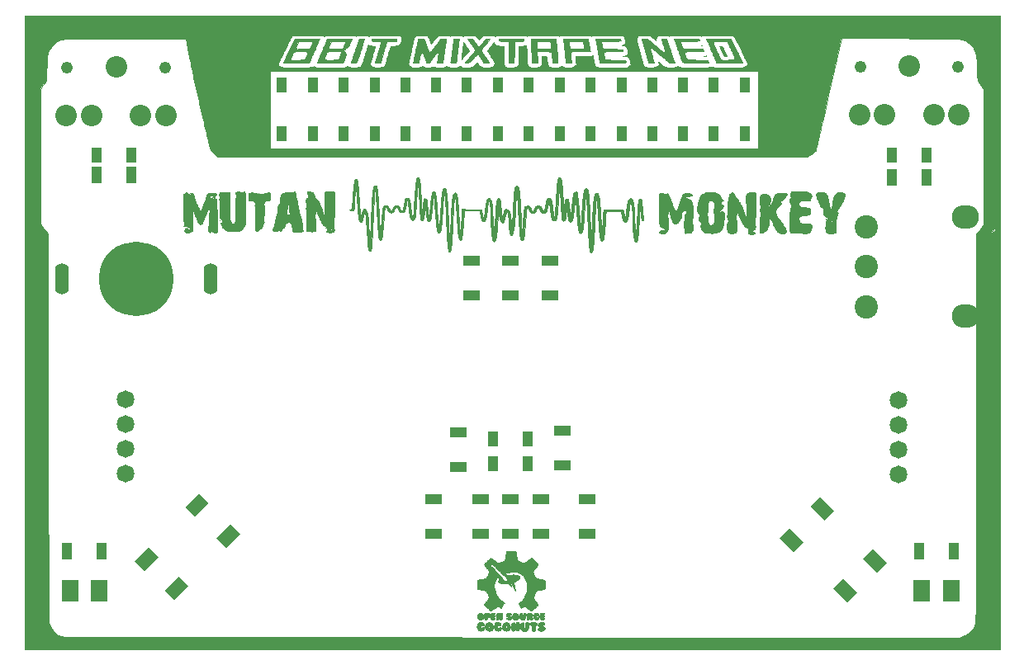
<source format=gbr>
G04 #@! TF.FileFunction,Soldermask,Top*
%FSLAX46Y46*%
G04 Gerber Fmt 4.6, Leading zero omitted, Abs format (unit mm)*
G04 Created by KiCad (PCBNEW 4.0.7-e0-6372~58~ubuntu16.04.1) date Thu Mar  7 17:21:38 2019*
%MOMM*%
%LPD*%
G01*
G04 APERTURE LIST*
%ADD10C,0.100000*%
%ADD11C,0.010000*%
%ADD12R,1.020000X1.620000*%
%ADD13O,1.420000X3.220000*%
%ADD14C,7.640000*%
%ADD15C,2.400000*%
%ADD16O,2.800000X2.400000*%
%ADD17R,1.820000X2.320000*%
%ADD18C,1.820000*%
%ADD19C,2.201860*%
%ADD20C,1.220000*%
%ADD21R,1.720000X1.120000*%
%ADD22R,1.120000X1.720000*%
G04 APERTURE END LIST*
D10*
D11*
G36*
X199999900Y-132499300D02*
X100000100Y-132499300D01*
X100000100Y-89499427D01*
X100535913Y-89499427D01*
X100537442Y-89511300D01*
X100544995Y-89529401D01*
X100559787Y-89555478D01*
X100583029Y-89591278D01*
X100615936Y-89638546D01*
X100659719Y-89699030D01*
X100715592Y-89774477D01*
X100784768Y-89866633D01*
X100859763Y-89965778D01*
X100941244Y-90072954D01*
X101008811Y-90161134D01*
X101063647Y-90231751D01*
X101106935Y-90286237D01*
X101139858Y-90326022D01*
X101163599Y-90352539D01*
X101179342Y-90367218D01*
X101188269Y-90371491D01*
X101191520Y-90367177D01*
X101189015Y-90354578D01*
X101178574Y-90333031D01*
X101159135Y-90301008D01*
X101129635Y-90256982D01*
X101089015Y-90199423D01*
X101036213Y-90126802D01*
X100970167Y-90037593D01*
X100889815Y-89930266D01*
X100867670Y-89900825D01*
X100787410Y-89794425D01*
X100720979Y-89706927D01*
X100667112Y-89636801D01*
X100624546Y-89582520D01*
X100592018Y-89542555D01*
X100568265Y-89515377D01*
X100552022Y-89499457D01*
X100542026Y-89493266D01*
X100537015Y-89495277D01*
X100535913Y-89499427D01*
X100000100Y-89499427D01*
X100000100Y-75038150D01*
X101614574Y-75038150D01*
X101643207Y-81979318D01*
X101645038Y-82418188D01*
X101646873Y-82848642D01*
X101648710Y-83270019D01*
X101650545Y-83681655D01*
X101652372Y-84082889D01*
X101654190Y-84473057D01*
X101655994Y-84851499D01*
X101657780Y-85217552D01*
X101659545Y-85570552D01*
X101661284Y-85909839D01*
X101662994Y-86234750D01*
X101664671Y-86544622D01*
X101666311Y-86838793D01*
X101667911Y-87116601D01*
X101669467Y-87377384D01*
X101670975Y-87620479D01*
X101672430Y-87845224D01*
X101673830Y-88050958D01*
X101675171Y-88237016D01*
X101676448Y-88402738D01*
X101677659Y-88547461D01*
X101678798Y-88670522D01*
X101679863Y-88771260D01*
X101680850Y-88849012D01*
X101681754Y-88903115D01*
X101682572Y-88932908D01*
X101683053Y-88938918D01*
X101692948Y-88952593D01*
X101716708Y-88984238D01*
X101752691Y-89031702D01*
X101799259Y-89092834D01*
X101854771Y-89165485D01*
X101917587Y-89247504D01*
X101986068Y-89336741D01*
X102033068Y-89397892D01*
X102371872Y-89838434D01*
X102379803Y-91645792D01*
X102380127Y-91727067D01*
X102380494Y-91833230D01*
X102380905Y-91963770D01*
X102381357Y-92118176D01*
X102381850Y-92295936D01*
X102382382Y-92496539D01*
X102382953Y-92719473D01*
X102383562Y-92964226D01*
X102384207Y-93230288D01*
X102384888Y-93517147D01*
X102385603Y-93824291D01*
X102386352Y-94151209D01*
X102387132Y-94497389D01*
X102387944Y-94862320D01*
X102388787Y-95245491D01*
X102389658Y-95646389D01*
X102390557Y-96064505D01*
X102391484Y-96499325D01*
X102392436Y-96950339D01*
X102393414Y-97417035D01*
X102394415Y-97898902D01*
X102395439Y-98395428D01*
X102396485Y-98906102D01*
X102397552Y-99430412D01*
X102398638Y-99967847D01*
X102399743Y-100517895D01*
X102400865Y-101080046D01*
X102402004Y-101653786D01*
X102403159Y-102238606D01*
X102404328Y-102833993D01*
X102405510Y-103439437D01*
X102406704Y-104054425D01*
X102407910Y-104678446D01*
X102409126Y-105310989D01*
X102410351Y-105951542D01*
X102411584Y-106599594D01*
X102412824Y-107254633D01*
X102414070Y-107916148D01*
X102415321Y-108583627D01*
X102416576Y-109256559D01*
X102417834Y-109934433D01*
X102419093Y-110616736D01*
X102420353Y-111302959D01*
X102420899Y-111601450D01*
X102454064Y-129749750D01*
X102581897Y-129997400D01*
X102623454Y-130077182D01*
X102665110Y-130155855D01*
X102704097Y-130228288D01*
X102737651Y-130289350D01*
X102763003Y-130333911D01*
X102766791Y-130340300D01*
X102893851Y-130529597D01*
X103037557Y-130701781D01*
X103196277Y-130855182D01*
X103368381Y-130988130D01*
X103451849Y-131042113D01*
X103511065Y-131075591D01*
X103578917Y-131109855D01*
X103648897Y-131142016D01*
X103714499Y-131169182D01*
X103769216Y-131188461D01*
X103797514Y-131195708D01*
X103830145Y-131199958D01*
X103881337Y-131204086D01*
X103951401Y-131208096D01*
X104040651Y-131211992D01*
X104149398Y-131215777D01*
X104277953Y-131219456D01*
X104426629Y-131223032D01*
X104595737Y-131226509D01*
X104785590Y-131229890D01*
X104996498Y-131233181D01*
X105228774Y-131236384D01*
X105482729Y-131239503D01*
X105758676Y-131242543D01*
X106056926Y-131245507D01*
X106377791Y-131248399D01*
X106721583Y-131251222D01*
X107088614Y-131253981D01*
X107479195Y-131256680D01*
X107893639Y-131259322D01*
X108332257Y-131261911D01*
X108795361Y-131264451D01*
X109283263Y-131266947D01*
X109760050Y-131269232D01*
X109881585Y-131269739D01*
X110028340Y-131270246D01*
X110200134Y-131270752D01*
X110396785Y-131271259D01*
X110618112Y-131271766D01*
X110863936Y-131272273D01*
X111134075Y-131272780D01*
X111428349Y-131273286D01*
X111746576Y-131273792D01*
X112088576Y-131274297D01*
X112454169Y-131274802D01*
X112843172Y-131275307D01*
X113255406Y-131275810D01*
X113690690Y-131276313D01*
X114148843Y-131276815D01*
X114629684Y-131277316D01*
X115133032Y-131277816D01*
X115658707Y-131278314D01*
X116206528Y-131278812D01*
X116776313Y-131279308D01*
X117367883Y-131279803D01*
X117981056Y-131280296D01*
X118615652Y-131280788D01*
X119271490Y-131281278D01*
X119948388Y-131281767D01*
X120646167Y-131282253D01*
X121364646Y-131282738D01*
X122103643Y-131283220D01*
X122862978Y-131283701D01*
X123642470Y-131284179D01*
X124441938Y-131284655D01*
X125261202Y-131285129D01*
X126100080Y-131285601D01*
X126958393Y-131286070D01*
X127835958Y-131286536D01*
X128732596Y-131287000D01*
X129648126Y-131287460D01*
X130582366Y-131287918D01*
X131535136Y-131288374D01*
X132506256Y-131288826D01*
X133495543Y-131289275D01*
X134502819Y-131289720D01*
X135527901Y-131290163D01*
X136570609Y-131290602D01*
X137630763Y-131291038D01*
X138708180Y-131291470D01*
X139802682Y-131291899D01*
X140914086Y-131292324D01*
X142042213Y-131292745D01*
X143186881Y-131293162D01*
X144347909Y-131293575D01*
X145525117Y-131293985D01*
X146718324Y-131294390D01*
X147927349Y-131294791D01*
X149152011Y-131295187D01*
X150392130Y-131295580D01*
X151647524Y-131295968D01*
X152918014Y-131296351D01*
X154203418Y-131296729D01*
X155503555Y-131297103D01*
X156818245Y-131297473D01*
X158147306Y-131297837D01*
X159490559Y-131298196D01*
X160847821Y-131298550D01*
X162218913Y-131298899D01*
X163603654Y-131299243D01*
X165001863Y-131299582D01*
X166413359Y-131299915D01*
X167837961Y-131300242D01*
X169275488Y-131300564D01*
X170725760Y-131300881D01*
X172188596Y-131301191D01*
X173663815Y-131301496D01*
X175151237Y-131301795D01*
X176650680Y-131302088D01*
X178161963Y-131302375D01*
X179684907Y-131302656D01*
X181219330Y-131302930D01*
X181336500Y-131302951D01*
X195839150Y-131305500D01*
X196081200Y-131214725D01*
X196209169Y-131165789D01*
X196316443Y-131122530D01*
X196406649Y-131083299D01*
X196483410Y-131046448D01*
X196550354Y-131010326D01*
X196609000Y-130974644D01*
X196644765Y-130951170D01*
X196678656Y-130927678D01*
X196712620Y-130902414D01*
X196748609Y-130873625D01*
X196788572Y-130839558D01*
X196834457Y-130798458D01*
X196888216Y-130748572D01*
X196951797Y-130688146D01*
X197027151Y-130615427D01*
X197116227Y-130528662D01*
X197220974Y-130426096D01*
X197244130Y-130403381D01*
X197289155Y-130353183D01*
X197328802Y-130298295D01*
X197349836Y-130261053D01*
X197373362Y-130204619D01*
X197395245Y-130137716D01*
X197415560Y-130059375D01*
X197434385Y-129968632D01*
X197451794Y-129864518D01*
X197467866Y-129746069D01*
X197482675Y-129612317D01*
X197496299Y-129462296D01*
X197508813Y-129295040D01*
X197520294Y-129109582D01*
X197530817Y-128904955D01*
X197540461Y-128680193D01*
X197549299Y-128434329D01*
X197557410Y-128166398D01*
X197564869Y-127875432D01*
X197571753Y-127560465D01*
X197574639Y-127412950D01*
X197576342Y-127317949D01*
X197577996Y-127215220D01*
X197579601Y-127104403D01*
X197581159Y-126985139D01*
X197582669Y-126857068D01*
X197584133Y-126719831D01*
X197585551Y-126573070D01*
X197586923Y-126416424D01*
X197588251Y-126249535D01*
X197589535Y-126072043D01*
X197590775Y-125883590D01*
X197591973Y-125683815D01*
X197593128Y-125472360D01*
X197594242Y-125248866D01*
X197595315Y-125012972D01*
X197596347Y-124764321D01*
X197597340Y-124502552D01*
X197598294Y-124227307D01*
X197599209Y-123938227D01*
X197600087Y-123634951D01*
X197600927Y-123317121D01*
X197601731Y-122984378D01*
X197602499Y-122636362D01*
X197603231Y-122272714D01*
X197603929Y-121893075D01*
X197604593Y-121497086D01*
X197605223Y-121084388D01*
X197605821Y-120654620D01*
X197606386Y-120207425D01*
X197606920Y-119742442D01*
X197607422Y-119259313D01*
X197607895Y-118757678D01*
X197608338Y-118237179D01*
X197608751Y-117697455D01*
X197609137Y-117138148D01*
X197609494Y-116558898D01*
X197609825Y-115959346D01*
X197610128Y-115339133D01*
X197610406Y-114697900D01*
X197610659Y-114035288D01*
X197610886Y-113350937D01*
X197611090Y-112644487D01*
X197611270Y-111915581D01*
X197611428Y-111163858D01*
X197611563Y-110388959D01*
X197611677Y-109590526D01*
X197611770Y-108768198D01*
X197611842Y-107921617D01*
X197611895Y-107050424D01*
X197611929Y-106154258D01*
X197611933Y-105979377D01*
X197612291Y-90342276D01*
X198908455Y-90342276D01*
X198909686Y-90367090D01*
X198912582Y-90372598D01*
X198920812Y-90360693D01*
X198941260Y-90329691D01*
X198972441Y-90281883D01*
X199012870Y-90219558D01*
X199061063Y-90145007D01*
X199115536Y-90060520D01*
X199174804Y-89968388D01*
X199200091Y-89929021D01*
X199480295Y-89492596D01*
X199476572Y-89418736D01*
X199472850Y-89344875D01*
X199193450Y-89786112D01*
X199124487Y-89895100D01*
X199067895Y-89984918D01*
X199022425Y-90057839D01*
X198986832Y-90116134D01*
X198959870Y-90162076D01*
X198940292Y-90197938D01*
X198926852Y-90225992D01*
X198918304Y-90248511D01*
X198913401Y-90267765D01*
X198910898Y-90286029D01*
X198909663Y-90303550D01*
X198908455Y-90342276D01*
X197612291Y-90342276D01*
X197612300Y-89956005D01*
X197955200Y-89421133D01*
X198298100Y-88886262D01*
X198298100Y-75006207D01*
X197702676Y-74212465D01*
X197682780Y-73539457D01*
X197674695Y-73273149D01*
X197666832Y-73030735D01*
X197659060Y-72810716D01*
X197651244Y-72611589D01*
X197643251Y-72431851D01*
X197634948Y-72270002D01*
X197626203Y-72124539D01*
X197616881Y-71993961D01*
X197606849Y-71876765D01*
X197595975Y-71771450D01*
X197584125Y-71676514D01*
X197571165Y-71590455D01*
X197556964Y-71511771D01*
X197541387Y-71438960D01*
X197524301Y-71370521D01*
X197505573Y-71304951D01*
X197485070Y-71240749D01*
X197476727Y-71216230D01*
X197439522Y-71118021D01*
X197396747Y-71024601D01*
X197346480Y-70933345D01*
X197286799Y-70841629D01*
X197215781Y-70746827D01*
X197131503Y-70646314D01*
X197032043Y-70537465D01*
X196915477Y-70417655D01*
X196829504Y-70332537D01*
X196760397Y-70265419D01*
X196705275Y-70213409D01*
X196660367Y-70173456D01*
X196621901Y-70142506D01*
X196586104Y-70117506D01*
X196549205Y-70095404D01*
X196511760Y-70075376D01*
X196430888Y-70037821D01*
X196341245Y-70004614D01*
X196240797Y-69975411D01*
X196127511Y-69949865D01*
X195999353Y-69927631D01*
X195854291Y-69908363D01*
X195690291Y-69891716D01*
X195505319Y-69877344D01*
X195297344Y-69864902D01*
X195262800Y-69863118D01*
X195196149Y-69859974D01*
X195123251Y-69856997D01*
X195043399Y-69854183D01*
X194955886Y-69851530D01*
X194860005Y-69849031D01*
X194755051Y-69846684D01*
X194640318Y-69844484D01*
X194515097Y-69842428D01*
X194378685Y-69840510D01*
X194230372Y-69838728D01*
X194069455Y-69837076D01*
X193895225Y-69835552D01*
X193706976Y-69834150D01*
X193504003Y-69832867D01*
X193285599Y-69831699D01*
X193051057Y-69830641D01*
X192799671Y-69829690D01*
X192530734Y-69828842D01*
X192243541Y-69828092D01*
X191937384Y-69827436D01*
X191611557Y-69826871D01*
X191265354Y-69826392D01*
X190898069Y-69825995D01*
X190508994Y-69825676D01*
X190097425Y-69825431D01*
X189662653Y-69825256D01*
X189203973Y-69825146D01*
X188720679Y-69825099D01*
X188665150Y-69825097D01*
X183737550Y-69824984D01*
X182430377Y-75587517D01*
X182326196Y-76046740D01*
X182227470Y-76481811D01*
X182134056Y-76893353D01*
X182045810Y-77281988D01*
X181962588Y-77648340D01*
X181884246Y-77993031D01*
X181810642Y-78316685D01*
X181741632Y-78619924D01*
X181677071Y-78903372D01*
X181616817Y-79167651D01*
X181560726Y-79413384D01*
X181508654Y-79641194D01*
X181460457Y-79851705D01*
X181415992Y-80045538D01*
X181375116Y-80223318D01*
X181337684Y-80385667D01*
X181303554Y-80533208D01*
X181272581Y-80666563D01*
X181244622Y-80786357D01*
X181219533Y-80893211D01*
X181197171Y-80987750D01*
X181177393Y-81070595D01*
X181160053Y-81142369D01*
X181145010Y-81203697D01*
X181132119Y-81255200D01*
X181121236Y-81297501D01*
X181112219Y-81331224D01*
X181104923Y-81356992D01*
X181099205Y-81375427D01*
X181094922Y-81387152D01*
X181092226Y-81392413D01*
X181017601Y-81478666D01*
X180918912Y-81566744D01*
X180797349Y-81655776D01*
X180654106Y-81744889D01*
X180490372Y-81833211D01*
X180488118Y-81834349D01*
X180419655Y-81869468D01*
X180358948Y-81901771D01*
X180309711Y-81929186D01*
X180275655Y-81949644D01*
X180260493Y-81961075D01*
X180260293Y-81961379D01*
X180257006Y-81961997D01*
X180247690Y-81962601D01*
X180232066Y-81963191D01*
X180209853Y-81963767D01*
X180180771Y-81964329D01*
X180144539Y-81964877D01*
X180100877Y-81965411D01*
X180049506Y-81965932D01*
X179990144Y-81966440D01*
X179922511Y-81966934D01*
X179846327Y-81967416D01*
X179761311Y-81967885D01*
X179667184Y-81968341D01*
X179563665Y-81968785D01*
X179450474Y-81969217D01*
X179327329Y-81969636D01*
X179193952Y-81970043D01*
X179050062Y-81970439D01*
X178895377Y-81970823D01*
X178729619Y-81971195D01*
X178552507Y-81971556D01*
X178363760Y-81971906D01*
X178163098Y-81972245D01*
X177950240Y-81972573D01*
X177724907Y-81972890D01*
X177486819Y-81973197D01*
X177235694Y-81973493D01*
X176971252Y-81973780D01*
X176693214Y-81974056D01*
X176401298Y-81974322D01*
X176095225Y-81974578D01*
X175774715Y-81974825D01*
X175439486Y-81975063D01*
X175089258Y-81975291D01*
X174723752Y-81975510D01*
X174342687Y-81975720D01*
X173945782Y-81975922D01*
X173532758Y-81976115D01*
X173103333Y-81976299D01*
X172657228Y-81976475D01*
X172194163Y-81976643D01*
X171713856Y-81976803D01*
X171216028Y-81976955D01*
X170700399Y-81977100D01*
X170166687Y-81977237D01*
X169614613Y-81977367D01*
X169043897Y-81977489D01*
X168454257Y-81977605D01*
X167845415Y-81977714D01*
X167217089Y-81977816D01*
X166568999Y-81977911D01*
X165900864Y-81978000D01*
X165212405Y-81978083D01*
X164503342Y-81978160D01*
X163773393Y-81978231D01*
X163022278Y-81978296D01*
X162249718Y-81978356D01*
X161455432Y-81978410D01*
X160639139Y-81978460D01*
X159800559Y-81978504D01*
X158939413Y-81978543D01*
X158055418Y-81978577D01*
X157148297Y-81978607D01*
X156217767Y-81978632D01*
X155263548Y-81978653D01*
X154285361Y-81978670D01*
X153282925Y-81978683D01*
X152255960Y-81978692D01*
X151204185Y-81978697D01*
X150127320Y-81978699D01*
X150011751Y-81978700D01*
X119773365Y-81978700D01*
X119765620Y-81943775D01*
X119756736Y-81925319D01*
X119735745Y-81901227D01*
X119700258Y-81869314D01*
X119647884Y-81827396D01*
X119591313Y-81784514D01*
X119446480Y-81673037D01*
X119324281Y-81571646D01*
X119224247Y-81479868D01*
X119145910Y-81397232D01*
X119088803Y-81323263D01*
X119052459Y-81257491D01*
X119042699Y-81230258D01*
X119022055Y-81156206D01*
X118996241Y-81058453D01*
X118965512Y-80938112D01*
X118930125Y-80796298D01*
X118890334Y-80634123D01*
X118846395Y-80452702D01*
X118798562Y-80253146D01*
X118747091Y-80036571D01*
X118692238Y-79804088D01*
X118634257Y-79556812D01*
X118573404Y-79295856D01*
X118509934Y-79022333D01*
X118444102Y-78737357D01*
X118376163Y-78442041D01*
X118306374Y-78137498D01*
X118234988Y-77824842D01*
X118162261Y-77505186D01*
X118088449Y-77179644D01*
X118013806Y-76849328D01*
X117938589Y-76515353D01*
X117863051Y-76178832D01*
X117787449Y-75840878D01*
X117712038Y-75502604D01*
X117637072Y-75165124D01*
X117562807Y-74829552D01*
X117489499Y-74497000D01*
X117417403Y-74168582D01*
X117346773Y-73845411D01*
X117291268Y-73590350D01*
X117214887Y-73237846D01*
X117207376Y-73203000D01*
X125171500Y-73203000D01*
X125171500Y-81102406D01*
X175177750Y-81096050D01*
X175180945Y-77149525D01*
X175184140Y-73202999D01*
X150177820Y-73202999D01*
X125171500Y-73203000D01*
X117207376Y-73203000D01*
X117143983Y-72908906D01*
X117078320Y-72602345D01*
X117054718Y-72491305D01*
X125986942Y-72491305D01*
X125997590Y-72529723D01*
X126021694Y-72566044D01*
X126061586Y-72602642D01*
X126119593Y-72641888D01*
X126198046Y-72686155D01*
X126244650Y-72710393D01*
X126273883Y-72725555D01*
X126299619Y-72738925D01*
X126323562Y-72750621D01*
X126347416Y-72760763D01*
X126372887Y-72769469D01*
X126401680Y-72776859D01*
X126435498Y-72783052D01*
X126476047Y-72788166D01*
X126525032Y-72792321D01*
X126584156Y-72795635D01*
X126655126Y-72798228D01*
X126739646Y-72800219D01*
X126839420Y-72801726D01*
X126956153Y-72802868D01*
X127091551Y-72803765D01*
X127247317Y-72804536D01*
X127425157Y-72805299D01*
X127616250Y-72806126D01*
X127804752Y-72806808D01*
X127988958Y-72807154D01*
X128166600Y-72807174D01*
X128335408Y-72806881D01*
X128493116Y-72806286D01*
X128637455Y-72805402D01*
X128766156Y-72804240D01*
X128876953Y-72802812D01*
X128967576Y-72801131D01*
X129035758Y-72799208D01*
X129051697Y-72798577D01*
X129146101Y-72794356D01*
X129219736Y-72790516D01*
X129277216Y-72786435D01*
X129323153Y-72781495D01*
X129362159Y-72775077D01*
X129398846Y-72766561D01*
X129437828Y-72755328D01*
X129483716Y-72740759D01*
X129484705Y-72740439D01*
X129542362Y-72722382D01*
X129592590Y-72707724D01*
X129629646Y-72698074D01*
X129646994Y-72695000D01*
X129666958Y-72699878D01*
X129704394Y-72713100D01*
X129753631Y-72732547D01*
X129799974Y-72752150D01*
X129931224Y-72809300D01*
X132761899Y-72809300D01*
X132887090Y-72758361D01*
X132942434Y-72735139D01*
X132991740Y-72713181D01*
X133028432Y-72695484D01*
X133042786Y-72687435D01*
X133062876Y-72677229D01*
X133085309Y-72674014D01*
X133114523Y-72678792D01*
X133154954Y-72692567D01*
X133211042Y-72716344D01*
X133251470Y-72734643D01*
X133322108Y-72764224D01*
X133384678Y-72783016D01*
X133452033Y-72794632D01*
X133473720Y-72797113D01*
X133563602Y-72804101D01*
X133664650Y-72807794D01*
X133772077Y-72808394D01*
X133881097Y-72806103D01*
X133986923Y-72801122D01*
X134084767Y-72793652D01*
X134169843Y-72783895D01*
X134237364Y-72772053D01*
X134268568Y-72763667D01*
X134368792Y-72717809D01*
X134459316Y-72651411D01*
X134533844Y-72569102D01*
X134534643Y-72568000D01*
X134545790Y-72551074D01*
X134557616Y-72529663D01*
X134570708Y-72502084D01*
X134585653Y-72466657D01*
X134603040Y-72421700D01*
X134623455Y-72365532D01*
X134647487Y-72296472D01*
X134675724Y-72212840D01*
X134708753Y-72112953D01*
X134747161Y-71995132D01*
X134791537Y-71857694D01*
X134842469Y-71698959D01*
X134885393Y-71564700D01*
X134945412Y-71376911D01*
X134998274Y-71211906D01*
X135044473Y-71068245D01*
X135084503Y-70944491D01*
X135118858Y-70839206D01*
X135148030Y-70750952D01*
X135172515Y-70678291D01*
X135192805Y-70619784D01*
X135209394Y-70573996D01*
X135222775Y-70539486D01*
X135233444Y-70514818D01*
X135241892Y-70498553D01*
X135248615Y-70489254D01*
X135254105Y-70485483D01*
X135256020Y-70485200D01*
X135271120Y-70490310D01*
X135302987Y-70503892D01*
X135345541Y-70523321D01*
X135358892Y-70529616D01*
X135421148Y-70555435D01*
X135487115Y-70574479D01*
X135561747Y-70587532D01*
X135649999Y-70595381D01*
X135756827Y-70598811D01*
X135797249Y-70599107D01*
X135951849Y-70599500D01*
X135907123Y-70767775D01*
X135893228Y-70818505D01*
X135873144Y-70889669D01*
X135847996Y-70977379D01*
X135818913Y-71077744D01*
X135787022Y-71186876D01*
X135753450Y-71300885D01*
X135719324Y-71415883D01*
X135716607Y-71425000D01*
X135655205Y-71631785D01*
X135601452Y-71814636D01*
X135555276Y-71973816D01*
X135516602Y-72109587D01*
X135485358Y-72222214D01*
X135461471Y-72311958D01*
X135444867Y-72379083D01*
X135435473Y-72423852D01*
X135433100Y-72444033D01*
X135444962Y-72502499D01*
X135478653Y-72563654D01*
X135531324Y-72624161D01*
X135600129Y-72680685D01*
X135672987Y-72725127D01*
X135728976Y-72752292D01*
X135782649Y-72772503D01*
X135840243Y-72787195D01*
X135907992Y-72797805D01*
X135992132Y-72805769D01*
X136036350Y-72808831D01*
X136100258Y-72812534D01*
X136156283Y-72814636D01*
X136210585Y-72815048D01*
X136269322Y-72813682D01*
X136338652Y-72810450D01*
X136424733Y-72805263D01*
X136464227Y-72802688D01*
X136588155Y-72787632D01*
X136699074Y-72760316D01*
X136793803Y-72721876D01*
X136869161Y-72673446D01*
X136896084Y-72648508D01*
X136913321Y-72627266D01*
X136931236Y-72598485D01*
X136950319Y-72560674D01*
X136971058Y-72512343D01*
X136993943Y-72452000D01*
X137002839Y-72426256D01*
X139360506Y-72426256D01*
X139365138Y-72480234D01*
X139376344Y-72525410D01*
X139394230Y-72563779D01*
X139418902Y-72597333D01*
X139450467Y-72628065D01*
X139489031Y-72657970D01*
X139534701Y-72689041D01*
X139560419Y-72705755D01*
X139608587Y-72735639D01*
X139652509Y-72759132D01*
X139696182Y-72776995D01*
X139743597Y-72789989D01*
X139798750Y-72798875D01*
X139865635Y-72804413D01*
X139948244Y-72807365D01*
X140050572Y-72808491D01*
X140100350Y-72808602D01*
X140218327Y-72808050D01*
X140315498Y-72805856D01*
X140396434Y-72801484D01*
X140465705Y-72794397D01*
X140527880Y-72784059D01*
X140587529Y-72769933D01*
X140649224Y-72751483D01*
X140682996Y-72740219D01*
X140808442Y-72697292D01*
X140866655Y-72722245D01*
X140986539Y-72762911D01*
X141123531Y-72790751D01*
X141272708Y-72805585D01*
X141429150Y-72807230D01*
X141587935Y-72795507D01*
X141744142Y-72770234D01*
X141803226Y-72756685D01*
X141905903Y-72731033D01*
X142069232Y-72764681D01*
X142145102Y-72779125D01*
X142225989Y-72792571D01*
X142301467Y-72803384D01*
X142353905Y-72809315D01*
X142428847Y-72813974D01*
X142516315Y-72816004D01*
X142610374Y-72815598D01*
X142705091Y-72812949D01*
X142794530Y-72808248D01*
X142872757Y-72801690D01*
X142933838Y-72793466D01*
X142951500Y-72789902D01*
X143018355Y-72773046D01*
X143070728Y-72755505D01*
X143119266Y-72732885D01*
X143174614Y-72700794D01*
X143188921Y-72691927D01*
X143267593Y-72642811D01*
X143332012Y-72687124D01*
X143394631Y-72725899D01*
X143459603Y-72756464D01*
X143530749Y-72779603D01*
X143611892Y-72796102D01*
X143706855Y-72806743D01*
X143819460Y-72812311D01*
X143948450Y-72813610D01*
X144083324Y-72811215D01*
X144196866Y-72804473D01*
X144292896Y-72792589D01*
X144375230Y-72774767D01*
X144447688Y-72750215D01*
X144514088Y-72718136D01*
X144568187Y-72684650D01*
X144601768Y-72662170D01*
X144627599Y-72645332D01*
X144635352Y-72640542D01*
X144650613Y-72644183D01*
X144682100Y-72659952D01*
X144725278Y-72685343D01*
X144775613Y-72717848D01*
X144777698Y-72719253D01*
X144906242Y-72805943D01*
X145151246Y-72812002D01*
X145306481Y-72813863D01*
X145446680Y-72811527D01*
X145569424Y-72805129D01*
X145672293Y-72794803D01*
X145752869Y-72780685D01*
X145764550Y-72777821D01*
X145814571Y-72762032D01*
X145874575Y-72739005D01*
X145932167Y-72713521D01*
X145936000Y-72711665D01*
X145973733Y-72691944D01*
X146008455Y-72670149D01*
X146044207Y-72642948D01*
X146085030Y-72607011D01*
X146134966Y-72559006D01*
X146197707Y-72495956D01*
X146251276Y-72442516D01*
X146299829Y-72396011D01*
X146340221Y-72359301D01*
X146369306Y-72335245D01*
X146383883Y-72326700D01*
X146398495Y-72336176D01*
X146425222Y-72362217D01*
X146460712Y-72401242D01*
X146501610Y-72449671D01*
X146517696Y-72469575D01*
X146594577Y-72561223D01*
X146664159Y-72633210D01*
X146730430Y-72688629D01*
X146797380Y-72730573D01*
X146868998Y-72762135D01*
X146913900Y-72776800D01*
X146981215Y-72791432D01*
X147067920Y-72802550D01*
X147169027Y-72810188D01*
X147279550Y-72814383D01*
X147394503Y-72815168D01*
X147508896Y-72812578D01*
X147617745Y-72806649D01*
X147716061Y-72797416D01*
X147798859Y-72784912D01*
X147858116Y-72770197D01*
X147960799Y-72725358D01*
X148046621Y-72665359D01*
X148113804Y-72592341D01*
X148160570Y-72508445D01*
X148185140Y-72415815D01*
X148188474Y-72372280D01*
X148187668Y-72341113D01*
X148183224Y-72309262D01*
X148174030Y-72274656D01*
X148158974Y-72235223D01*
X148136942Y-72188893D01*
X148106822Y-72133594D01*
X148067502Y-72067257D01*
X148017870Y-71987809D01*
X147956812Y-71893179D01*
X147883217Y-71781298D01*
X147819477Y-71685350D01*
X147755516Y-71589069D01*
X147693899Y-71495811D01*
X147636546Y-71408519D01*
X147585379Y-71330134D01*
X147542316Y-71263601D01*
X147509278Y-71211862D01*
X147488185Y-71177861D01*
X147486257Y-71174621D01*
X147432235Y-71082992D01*
X147458482Y-71046131D01*
X147473668Y-71026477D01*
X147502670Y-70990454D01*
X147542967Y-70941136D01*
X147592035Y-70881598D01*
X147647351Y-70814918D01*
X147695860Y-70756759D01*
X147760908Y-70678256D01*
X147827530Y-70596598D01*
X147891750Y-70516747D01*
X147949594Y-70443666D01*
X147997086Y-70382316D01*
X148016870Y-70356026D01*
X148056276Y-70303449D01*
X148090457Y-70258937D01*
X148116551Y-70226133D01*
X148131698Y-70208678D01*
X148134093Y-70206801D01*
X148140752Y-70217447D01*
X148150071Y-70245902D01*
X148156734Y-70272067D01*
X148179954Y-70347673D01*
X148213111Y-70411644D01*
X148258016Y-70464759D01*
X148316476Y-70507796D01*
X148390302Y-70541535D01*
X148481302Y-70566753D01*
X148591286Y-70584230D01*
X148722063Y-70594744D01*
X148875442Y-70599073D01*
X148917083Y-70599279D01*
X149123216Y-70599500D01*
X149132983Y-70634425D01*
X149135908Y-70654596D01*
X149138284Y-70692729D01*
X149140110Y-70749601D01*
X149141391Y-70825987D01*
X149142127Y-70922664D01*
X149142320Y-71040408D01*
X149141974Y-71179995D01*
X149141090Y-71342201D01*
X149139670Y-71527803D01*
X149137717Y-71737576D01*
X149136352Y-71869500D01*
X149134811Y-72017537D01*
X149133811Y-72142512D01*
X149133649Y-72246759D01*
X149134626Y-72332613D01*
X149137039Y-72402411D01*
X149141189Y-72458488D01*
X149147373Y-72503178D01*
X149155890Y-72538819D01*
X149167040Y-72567745D01*
X149181121Y-72592292D01*
X149198432Y-72614795D01*
X149219272Y-72637590D01*
X149236983Y-72655856D01*
X149295139Y-72708213D01*
X149356805Y-72746784D01*
X149430515Y-72776302D01*
X149480061Y-72790595D01*
X149524033Y-72797954D01*
X149588515Y-72803319D01*
X149668700Y-72806760D01*
X149759782Y-72808350D01*
X149856955Y-72808159D01*
X149955412Y-72806258D01*
X150050348Y-72802720D01*
X150136956Y-72797615D01*
X150210430Y-72791014D01*
X150265964Y-72782989D01*
X150284799Y-72778662D01*
X150402637Y-72733210D01*
X150509643Y-72665259D01*
X150553421Y-72628302D01*
X150580106Y-72603637D01*
X150602140Y-72581115D01*
X150620020Y-72558085D01*
X150634244Y-72531895D01*
X150645309Y-72499894D01*
X150653712Y-72459428D01*
X150659949Y-72407848D01*
X150664517Y-72342500D01*
X150667915Y-72260734D01*
X150670638Y-72159897D01*
X150673184Y-72037338D01*
X150674222Y-71983800D01*
X150676573Y-71853319D01*
X150678840Y-71710910D01*
X150680933Y-71563446D01*
X150682763Y-71417802D01*
X150684239Y-71280852D01*
X150685272Y-71159471D01*
X150685558Y-71113850D01*
X150686364Y-71013397D01*
X150687624Y-70918641D01*
X150689251Y-70833255D01*
X150691157Y-70760911D01*
X150693254Y-70705283D01*
X150695456Y-70670045D01*
X150696266Y-70663000D01*
X150704850Y-70605850D01*
X150933450Y-70597384D01*
X151058264Y-70590960D01*
X151161217Y-70581450D01*
X151245723Y-70568287D01*
X151315196Y-70550905D01*
X151373050Y-70528738D01*
X151386293Y-70522282D01*
X151422657Y-70506632D01*
X151442776Y-70505865D01*
X151447610Y-70510293D01*
X151450271Y-70518593D01*
X151452908Y-70535778D01*
X151455586Y-70563363D01*
X151458375Y-70602865D01*
X151461341Y-70655798D01*
X151464551Y-70723680D01*
X151468075Y-70808024D01*
X151471978Y-70910348D01*
X151476329Y-71032167D01*
X151481194Y-71174997D01*
X151486642Y-71340353D01*
X151492031Y-71507550D01*
X151498280Y-71697263D01*
X151504270Y-71863382D01*
X151510252Y-72007706D01*
X151516476Y-72132036D01*
X151523195Y-72238170D01*
X151530660Y-72327910D01*
X151539122Y-72403055D01*
X151548833Y-72465405D01*
X151560044Y-72516761D01*
X151573006Y-72558921D01*
X151587971Y-72593687D01*
X151605189Y-72622859D01*
X151624914Y-72648236D01*
X151647395Y-72671618D01*
X151655675Y-72679400D01*
X151705081Y-72717557D01*
X151763770Y-72748233D01*
X151834419Y-72771989D01*
X151919705Y-72789389D01*
X152022304Y-72800994D01*
X152144894Y-72807366D01*
X152273300Y-72809091D01*
X152418463Y-72806813D01*
X152541773Y-72799404D01*
X152646412Y-72786003D01*
X152735566Y-72765751D01*
X152812418Y-72737785D01*
X152880154Y-72701247D01*
X152941956Y-72655274D01*
X152983201Y-72617209D01*
X153005432Y-72594616D01*
X153023338Y-72573631D01*
X153037356Y-72551329D01*
X153047923Y-72524786D01*
X153055478Y-72491074D01*
X153060457Y-72447268D01*
X153063298Y-72390443D01*
X153064438Y-72317674D01*
X153064315Y-72226033D01*
X153063366Y-72112597D01*
X153063075Y-72082950D01*
X153059100Y-71680450D01*
X153106559Y-71671547D01*
X153141271Y-71668471D01*
X153194141Y-71667755D01*
X153258070Y-71669073D01*
X153325958Y-71672099D01*
X153390705Y-71676506D01*
X153445212Y-71681967D01*
X153482380Y-71688158D01*
X153485429Y-71688960D01*
X153501240Y-71694479D01*
X153513779Y-71703109D01*
X153523753Y-71717904D01*
X153531875Y-71741921D01*
X153538852Y-71778213D01*
X153545394Y-71829837D01*
X153552213Y-71899847D01*
X153560016Y-71991299D01*
X153562406Y-72020338D01*
X153574347Y-72155958D01*
X153586433Y-72269096D01*
X153599440Y-72362659D01*
X153614140Y-72439556D01*
X153631307Y-72502697D01*
X153651715Y-72554990D01*
X153676137Y-72599345D01*
X153705346Y-72638670D01*
X153735529Y-72671329D01*
X153780388Y-72710811D01*
X153829963Y-72742691D01*
X153887278Y-72767651D01*
X153955360Y-72786374D01*
X154037233Y-72799541D01*
X154135924Y-72807834D01*
X154254457Y-72811936D01*
X154362450Y-72812665D01*
X154482845Y-72811446D01*
X154582309Y-72807817D01*
X154665257Y-72801035D01*
X154736104Y-72790360D01*
X154799263Y-72775049D01*
X154859149Y-72754359D01*
X154920177Y-72727551D01*
X154946906Y-72714440D01*
X154996088Y-72690214D01*
X155036859Y-72671021D01*
X155063886Y-72659321D01*
X155071618Y-72656900D01*
X155086929Y-72663583D01*
X155115642Y-72680800D01*
X155140030Y-72696982D01*
X155217535Y-72738458D01*
X155316322Y-72771916D01*
X155433414Y-72796861D01*
X155565832Y-72812796D01*
X155710598Y-72819227D01*
X155856062Y-72816123D01*
X155978190Y-72807138D01*
X156081534Y-72792647D01*
X156172476Y-72770574D01*
X156257399Y-72738841D01*
X156342686Y-72695372D01*
X156434720Y-72638091D01*
X156463916Y-72618372D01*
X156514334Y-72583199D01*
X156546876Y-72558174D01*
X156565021Y-72539694D01*
X156572249Y-72524157D01*
X156572040Y-72507961D01*
X156571825Y-72506645D01*
X156564690Y-72457804D01*
X156556918Y-72393265D01*
X156548793Y-72316664D01*
X156540599Y-72231636D01*
X156532619Y-72141816D01*
X156525138Y-72050838D01*
X156518440Y-71962339D01*
X156512808Y-71879952D01*
X156508527Y-71807314D01*
X156505880Y-71748060D01*
X156505153Y-71705823D01*
X156506627Y-71684241D01*
X156507440Y-71682426D01*
X156521038Y-71680991D01*
X156557718Y-71679293D01*
X156615164Y-71677388D01*
X156691062Y-71675331D01*
X156783095Y-71673178D01*
X156888947Y-71670984D01*
X157006303Y-71668804D01*
X157132847Y-71666695D01*
X157216305Y-71665427D01*
X157395033Y-71662587D01*
X157550200Y-71659594D01*
X157683646Y-71656338D01*
X157797210Y-71652713D01*
X157892730Y-71648611D01*
X157972047Y-71643925D01*
X158036998Y-71638546D01*
X158089424Y-71632368D01*
X158131164Y-71625283D01*
X158164057Y-71617182D01*
X158188498Y-71608569D01*
X158217956Y-71596637D01*
X158235172Y-71590374D01*
X158236480Y-71590100D01*
X158245557Y-71602387D01*
X158258041Y-71638168D01*
X158273552Y-71695819D01*
X158291712Y-71773717D01*
X158312139Y-71870240D01*
X158334455Y-71983764D01*
X158356801Y-72104450D01*
X158382691Y-72241103D01*
X158407508Y-72355067D01*
X158432512Y-72448943D01*
X158458959Y-72525336D01*
X158488109Y-72586847D01*
X158521217Y-72636079D01*
X158559543Y-72675637D01*
X158604345Y-72708121D01*
X158656880Y-72736136D01*
X158663581Y-72739238D01*
X158688785Y-72750830D01*
X158711865Y-72761190D01*
X158734316Y-72770383D01*
X158757632Y-72778475D01*
X158783308Y-72785531D01*
X158812839Y-72791618D01*
X158847720Y-72796801D01*
X158889446Y-72801145D01*
X158939511Y-72804716D01*
X158999410Y-72807580D01*
X159070639Y-72809802D01*
X159154691Y-72811447D01*
X159253063Y-72812582D01*
X159367248Y-72813272D01*
X159498741Y-72813583D01*
X159649038Y-72813579D01*
X159819633Y-72813328D01*
X160012021Y-72812894D01*
X160227697Y-72812342D01*
X160323914Y-72812096D01*
X161726079Y-72808542D01*
X161879065Y-72723196D01*
X161941057Y-72687015D01*
X162000064Y-72649734D01*
X162049816Y-72615496D01*
X162084042Y-72588445D01*
X162086626Y-72586051D01*
X162115306Y-72557775D01*
X162131613Y-72535384D01*
X162139029Y-72509948D01*
X162141036Y-72472537D01*
X162141099Y-72446351D01*
X162137151Y-72383511D01*
X162126284Y-72303246D01*
X162109786Y-72212168D01*
X162088945Y-72116890D01*
X162065050Y-72024023D01*
X162047070Y-71963601D01*
X162009117Y-71867172D01*
X161962684Y-71792123D01*
X161905633Y-71735237D01*
X161885543Y-71720846D01*
X161868164Y-71709796D01*
X161851238Y-71701186D01*
X161831208Y-71694520D01*
X161804515Y-71689302D01*
X161767603Y-71685036D01*
X161716913Y-71681226D01*
X161648889Y-71677377D01*
X161559973Y-71672993D01*
X161533020Y-71671705D01*
X161453513Y-71667705D01*
X161387472Y-71663967D01*
X161337382Y-71660668D01*
X161305728Y-71657986D01*
X161294995Y-71656098D01*
X161303000Y-71655283D01*
X161386864Y-71647635D01*
X161472687Y-71631037D01*
X161550951Y-71607736D01*
X161605011Y-71584018D01*
X161705546Y-71522094D01*
X161783376Y-71458476D01*
X161837785Y-71393962D01*
X161868054Y-71329352D01*
X161874500Y-71283524D01*
X161870847Y-71247714D01*
X161860826Y-71193265D01*
X161845842Y-71125479D01*
X161827303Y-71049655D01*
X161806612Y-70971095D01*
X161785178Y-70895097D01*
X161764404Y-70826963D01*
X161745698Y-70771993D01*
X161730465Y-70735486D01*
X161727860Y-70730699D01*
X161687866Y-70678801D01*
X161633766Y-70637710D01*
X161562988Y-70606311D01*
X161472961Y-70583493D01*
X161361115Y-70568140D01*
X161350097Y-70567105D01*
X161263844Y-70559265D01*
X161391539Y-70470907D01*
X161466988Y-70415390D01*
X161523635Y-70364095D01*
X161562839Y-70312826D01*
X161585962Y-70257389D01*
X161594365Y-70193589D01*
X161589409Y-70117232D01*
X161572455Y-70024123D01*
X161557394Y-69959713D01*
X161543688Y-69907513D01*
X162768294Y-69907513D01*
X162770260Y-69996115D01*
X162775733Y-70037033D01*
X162787404Y-70096553D01*
X162805306Y-70177730D01*
X162828774Y-70278069D01*
X162857141Y-70395071D01*
X162889741Y-70526242D01*
X162925908Y-70669082D01*
X162964976Y-70821097D01*
X163006279Y-70979788D01*
X163049150Y-71142660D01*
X163092925Y-71307214D01*
X163136936Y-71470955D01*
X163180517Y-71631385D01*
X163223003Y-71786008D01*
X163263727Y-71932326D01*
X163302024Y-72067843D01*
X163337226Y-72190062D01*
X163368669Y-72296485D01*
X163395685Y-72384617D01*
X163417609Y-72451961D01*
X163427206Y-72479100D01*
X163469297Y-72570302D01*
X163523130Y-72645170D01*
X163590745Y-72704880D01*
X163674178Y-72750607D01*
X163775468Y-72783527D01*
X163896653Y-72804816D01*
X164008100Y-72814199D01*
X164075939Y-72816250D01*
X164156430Y-72816242D01*
X164243905Y-72814423D01*
X164332700Y-72811045D01*
X164417148Y-72806356D01*
X164491583Y-72800607D01*
X164550339Y-72794047D01*
X164579600Y-72788997D01*
X164656660Y-72766440D01*
X164737412Y-72733595D01*
X164816897Y-72693398D01*
X164890158Y-72648786D01*
X164952237Y-72602695D01*
X164998178Y-72558063D01*
X165018083Y-72529255D01*
X165031623Y-72484228D01*
X165036153Y-72425148D01*
X165031430Y-72361804D01*
X165023223Y-72322767D01*
X165015542Y-72289095D01*
X165013264Y-72265976D01*
X165013769Y-72263035D01*
X165024056Y-72267367D01*
X165050307Y-72286210D01*
X165089514Y-72317184D01*
X165138669Y-72357910D01*
X165194764Y-72406009D01*
X165197082Y-72408029D01*
X165306094Y-72501189D01*
X165400726Y-72577605D01*
X165483893Y-72639137D01*
X165558507Y-72687646D01*
X165627483Y-72724992D01*
X165693733Y-72753036D01*
X165760173Y-72773637D01*
X165775791Y-72777519D01*
X165826421Y-72786609D01*
X165896874Y-72795157D01*
X165981571Y-72802840D01*
X166074935Y-72809335D01*
X166171390Y-72814319D01*
X166265358Y-72817470D01*
X166351262Y-72818465D01*
X166423525Y-72816982D01*
X166441457Y-72816022D01*
X166559375Y-72805104D01*
X166659232Y-72787820D01*
X166747897Y-72762682D01*
X166819158Y-72734225D01*
X166883900Y-72708894D01*
X166939903Y-72697806D01*
X166995548Y-72700956D01*
X167059218Y-72718340D01*
X167100940Y-72734064D01*
X167133099Y-72747040D01*
X167162074Y-72758556D01*
X167189498Y-72768697D01*
X167217008Y-72777547D01*
X167246240Y-72785190D01*
X167278828Y-72791710D01*
X167316409Y-72797191D01*
X167360617Y-72801717D01*
X167413088Y-72805373D01*
X167475458Y-72808242D01*
X167549363Y-72810409D01*
X167636437Y-72811958D01*
X167738316Y-72812973D01*
X167856636Y-72813537D01*
X167993032Y-72813735D01*
X168149140Y-72813652D01*
X168326595Y-72813371D01*
X168527033Y-72812976D01*
X168631442Y-72812772D01*
X168811316Y-72812305D01*
X168986575Y-72811613D01*
X169155216Y-72810715D01*
X169315235Y-72809634D01*
X169464630Y-72808389D01*
X169601397Y-72807002D01*
X169723534Y-72805495D01*
X169829037Y-72803887D01*
X169915903Y-72802201D01*
X169982129Y-72800458D01*
X170025711Y-72798677D01*
X170035838Y-72798002D01*
X170136932Y-72786784D01*
X170218796Y-72771282D01*
X170263895Y-72757806D01*
X170331605Y-72733660D01*
X170383791Y-72718969D01*
X170428134Y-72713714D01*
X170472314Y-72717880D01*
X170524010Y-72731450D01*
X170590902Y-72754409D01*
X170598358Y-72757089D01*
X170743366Y-72809300D01*
X173624440Y-72809300D01*
X173727995Y-72753783D01*
X173789802Y-72722829D01*
X173858574Y-72691729D01*
X173920999Y-72666452D01*
X173930063Y-72663149D01*
X173991476Y-72638321D01*
X174035911Y-72612373D01*
X174071516Y-72580459D01*
X174074532Y-72577165D01*
X174099840Y-72547590D01*
X174112863Y-72524060D01*
X174116669Y-72496535D01*
X174114329Y-72454972D01*
X174113794Y-72448723D01*
X174111943Y-72429551D01*
X174109402Y-72410501D01*
X174105609Y-72390353D01*
X174100001Y-72367888D01*
X174092015Y-72341885D01*
X174081089Y-72311125D01*
X174066659Y-72274389D01*
X174048163Y-72230457D01*
X174025038Y-72178109D01*
X173996720Y-72116126D01*
X173962648Y-72043288D01*
X173922258Y-71958375D01*
X173874988Y-71860168D01*
X173820274Y-71747446D01*
X173757553Y-71618991D01*
X173686264Y-71473583D01*
X173605842Y-71310002D01*
X173515726Y-71127028D01*
X173415352Y-70923442D01*
X173330736Y-70751900D01*
X173239215Y-70566418D01*
X173158135Y-70402327D01*
X173086707Y-70258236D01*
X173024137Y-70132755D01*
X172969633Y-70024495D01*
X172922405Y-69932064D01*
X172881660Y-69854073D01*
X172846606Y-69789132D01*
X172816451Y-69735850D01*
X172790404Y-69692838D01*
X172767673Y-69658705D01*
X172747466Y-69632061D01*
X172728991Y-69611516D01*
X172711457Y-69595680D01*
X172694071Y-69583162D01*
X172676042Y-69572573D01*
X172656577Y-69562523D01*
X172651942Y-69560205D01*
X172610199Y-69544082D01*
X172556046Y-69529318D01*
X172509920Y-69520532D01*
X172482965Y-69518508D01*
X172432692Y-69516656D01*
X172361182Y-69514978D01*
X172270516Y-69513473D01*
X172162776Y-69512141D01*
X172040042Y-69510982D01*
X171904396Y-69509997D01*
X171757919Y-69509186D01*
X171602693Y-69508548D01*
X171440798Y-69508085D01*
X171274315Y-69507795D01*
X171105327Y-69507680D01*
X170935913Y-69507739D01*
X170768156Y-69507972D01*
X170604137Y-69508380D01*
X170445936Y-69508963D01*
X170295635Y-69509721D01*
X170155315Y-69510654D01*
X170027058Y-69511762D01*
X169912944Y-69513045D01*
X169815055Y-69514504D01*
X169735472Y-69516139D01*
X169676277Y-69517949D01*
X169639549Y-69519935D01*
X169635218Y-69520339D01*
X169557602Y-69531291D01*
X169499575Y-69546271D01*
X169461510Y-69563162D01*
X169407433Y-69593386D01*
X169343517Y-69550343D01*
X169279602Y-69507300D01*
X167872576Y-69507404D01*
X167644813Y-69507541D01*
X167431770Y-69507911D01*
X167234508Y-69508506D01*
X167054091Y-69509317D01*
X166891583Y-69510334D01*
X166748046Y-69511547D01*
X166624544Y-69512950D01*
X166522140Y-69514531D01*
X166441897Y-69516282D01*
X166384879Y-69518195D01*
X166352149Y-69520259D01*
X166351250Y-69520357D01*
X166266976Y-69533987D01*
X166198311Y-69553587D01*
X166175296Y-69563419D01*
X166113642Y-69593631D01*
X166069879Y-69563932D01*
X166046715Y-69549567D01*
X166021813Y-69537744D01*
X165992614Y-69528252D01*
X165956561Y-69520875D01*
X165911097Y-69515400D01*
X165853663Y-69511614D01*
X165781702Y-69509304D01*
X165692657Y-69508255D01*
X165583969Y-69508254D01*
X165453082Y-69509087D01*
X165416790Y-69509399D01*
X164939531Y-69513650D01*
X164892730Y-69549362D01*
X164858236Y-69583221D01*
X164826086Y-69626751D01*
X164815970Y-69644612D01*
X164789959Y-69702970D01*
X164763386Y-69773654D01*
X164739349Y-69847331D01*
X164720944Y-69914668D01*
X164712572Y-69956238D01*
X164703816Y-70014628D01*
X164543283Y-69883704D01*
X164427333Y-69790133D01*
X164328685Y-69712737D01*
X164245950Y-69650494D01*
X164177735Y-69602384D01*
X164122651Y-69567385D01*
X164084300Y-69546795D01*
X164014450Y-69513650D01*
X163500100Y-69513650D01*
X163387007Y-69513875D01*
X163280882Y-69514520D01*
X163184631Y-69515533D01*
X163101163Y-69516866D01*
X163033382Y-69518468D01*
X162984197Y-69520291D01*
X162956513Y-69522284D01*
X162952508Y-69522994D01*
X162905697Y-69548559D01*
X162863402Y-69595135D01*
X162827070Y-69658521D01*
X162798144Y-69734514D01*
X162778071Y-69818912D01*
X162768294Y-69907513D01*
X161543688Y-69907513D01*
X161529785Y-69854569D01*
X161503122Y-69770604D01*
X161475223Y-69703791D01*
X161443909Y-69650103D01*
X161407001Y-69605510D01*
X161362318Y-69565987D01*
X161332461Y-69544131D01*
X161279373Y-69507299D01*
X159884661Y-69507627D01*
X159681376Y-69507788D01*
X159486631Y-69508166D01*
X159302012Y-69508747D01*
X159129105Y-69509519D01*
X158969494Y-69510467D01*
X158824767Y-69511579D01*
X158696508Y-69512842D01*
X158586304Y-69514242D01*
X158495740Y-69515767D01*
X158426402Y-69517402D01*
X158379876Y-69519136D01*
X158362950Y-69520276D01*
X158279250Y-69531291D01*
X158216484Y-69546428D01*
X158179881Y-69561421D01*
X158123813Y-69590244D01*
X158065581Y-69561575D01*
X158007157Y-69540917D01*
X157927457Y-69525337D01*
X157886700Y-69520323D01*
X157853257Y-69518216D01*
X157796590Y-69516299D01*
X157718874Y-69514570D01*
X157622282Y-69513031D01*
X157508990Y-69511681D01*
X157381173Y-69510520D01*
X157241005Y-69509548D01*
X157090661Y-69508765D01*
X156932316Y-69508171D01*
X156768145Y-69507767D01*
X156600322Y-69507552D01*
X156431022Y-69507526D01*
X156262419Y-69507690D01*
X156096690Y-69508043D01*
X155936008Y-69508585D01*
X155782548Y-69509317D01*
X155638485Y-69510237D01*
X155505994Y-69511348D01*
X155387249Y-69512647D01*
X155284426Y-69514136D01*
X155199698Y-69515815D01*
X155135242Y-69517683D01*
X155093231Y-69519741D01*
X155086350Y-69520298D01*
X155001908Y-69530420D01*
X154938329Y-69543508D01*
X154891156Y-69560493D01*
X154888943Y-69561562D01*
X154831237Y-69589850D01*
X154780303Y-69561693D01*
X154728154Y-69541428D01*
X154654905Y-69525809D01*
X154615759Y-69520523D01*
X154584061Y-69518399D01*
X154529104Y-69516461D01*
X154453028Y-69514709D01*
X154357973Y-69513144D01*
X154246080Y-69511766D01*
X154119488Y-69510574D01*
X153980339Y-69509569D01*
X153830771Y-69508750D01*
X153672926Y-69508118D01*
X153508943Y-69507673D01*
X153340963Y-69507414D01*
X153171126Y-69507342D01*
X153001573Y-69507457D01*
X152834442Y-69507759D01*
X152671875Y-69508248D01*
X152516012Y-69508924D01*
X152368993Y-69509788D01*
X152232958Y-69510838D01*
X152110047Y-69512075D01*
X152002401Y-69513500D01*
X151912160Y-69515111D01*
X151841463Y-69516910D01*
X151792452Y-69518897D01*
X151771650Y-69520459D01*
X151698413Y-69531927D01*
X151635667Y-69547828D01*
X151600200Y-69561630D01*
X151543050Y-69589850D01*
X151485900Y-69561414D01*
X151467942Y-69553134D01*
X151448214Y-69545719D01*
X151425312Y-69539128D01*
X151397830Y-69533316D01*
X151364364Y-69528243D01*
X151323509Y-69523864D01*
X151273860Y-69520138D01*
X151214011Y-69517021D01*
X151142559Y-69514471D01*
X151058098Y-69512445D01*
X150959223Y-69510900D01*
X150844530Y-69509793D01*
X150712613Y-69509083D01*
X150562068Y-69508725D01*
X150391489Y-69508678D01*
X150199473Y-69508899D01*
X149984614Y-69509344D01*
X149790450Y-69509847D01*
X148406150Y-69513650D01*
X148349000Y-69541908D01*
X148310879Y-69561746D01*
X148279712Y-69579661D01*
X148270368Y-69585824D01*
X148249887Y-69594399D01*
X148229201Y-69583564D01*
X148225287Y-69580125D01*
X148200476Y-69561585D01*
X148169247Y-69546605D01*
X148128411Y-69534608D01*
X148074777Y-69525016D01*
X148005155Y-69517252D01*
X147916357Y-69510739D01*
X147811260Y-69505180D01*
X147677260Y-69500524D01*
X147547369Y-69499053D01*
X147424843Y-69500614D01*
X147312935Y-69505052D01*
X147214900Y-69512213D01*
X147133992Y-69521943D01*
X147073466Y-69534086D01*
X147051368Y-69541209D01*
X146993353Y-69568332D01*
X146938150Y-69604153D01*
X146881395Y-69652226D01*
X146818724Y-69716105D01*
X146771775Y-69768911D01*
X146728003Y-69818986D01*
X146687415Y-69864424D01*
X146654324Y-69900461D01*
X146633042Y-69922333D01*
X146631934Y-69923369D01*
X146600806Y-69952088D01*
X146516902Y-69839731D01*
X146452620Y-69757711D01*
X146388929Y-69683962D01*
X146328836Y-69621548D01*
X146275348Y-69573533D01*
X146231474Y-69542980D01*
X146220256Y-69537518D01*
X146188073Y-69529431D01*
X146134075Y-69522112D01*
X146061837Y-69515690D01*
X145974936Y-69510291D01*
X145876949Y-69506045D01*
X145771452Y-69503081D01*
X145662022Y-69501525D01*
X145552234Y-69501508D01*
X145445666Y-69503156D01*
X145351483Y-69506345D01*
X145264345Y-69510600D01*
X145198106Y-69514914D01*
X145148267Y-69519870D01*
X145110334Y-69526046D01*
X145079808Y-69534023D01*
X145052193Y-69544381D01*
X145050258Y-69545209D01*
X145011050Y-69564007D01*
X144980694Y-69582031D01*
X144969668Y-69591213D01*
X144957260Y-69599498D01*
X144940181Y-69593542D01*
X144912285Y-69571305D01*
X144890810Y-69553724D01*
X144868567Y-69539410D01*
X144842797Y-69528032D01*
X144810740Y-69519256D01*
X144769637Y-69512752D01*
X144716729Y-69508186D01*
X144649256Y-69505226D01*
X144564458Y-69503540D01*
X144459577Y-69502797D01*
X144342150Y-69502659D01*
X144203210Y-69503127D01*
X144087059Y-69504611D01*
X143991098Y-69507357D01*
X143912727Y-69511611D01*
X143849347Y-69517618D01*
X143798358Y-69525623D01*
X143757160Y-69535874D01*
X143723156Y-69548615D01*
X143694010Y-69563932D01*
X143644877Y-69593585D01*
X143604391Y-69562705D01*
X143563908Y-69540748D01*
X143510529Y-69523587D01*
X143489477Y-69519308D01*
X143453979Y-69515605D01*
X143397754Y-69512525D01*
X143324582Y-69510066D01*
X143238244Y-69508225D01*
X143142520Y-69507001D01*
X143041190Y-69506390D01*
X142938035Y-69506391D01*
X142836835Y-69507001D01*
X142741369Y-69508218D01*
X142655419Y-69510040D01*
X142582765Y-69512465D01*
X142527187Y-69515490D01*
X142492465Y-69519112D01*
X142488354Y-69519909D01*
X142454128Y-69529053D01*
X142421539Y-69541676D01*
X142388790Y-69559526D01*
X142354089Y-69584348D01*
X142315640Y-69617891D01*
X142271649Y-69661901D01*
X142220321Y-69718126D01*
X142159864Y-69788313D01*
X142088481Y-69874210D01*
X142004379Y-69977563D01*
X141953401Y-70040802D01*
X141893666Y-70114791D01*
X141838329Y-70182803D01*
X141789596Y-70242166D01*
X141749673Y-70290213D01*
X141720766Y-70324274D01*
X141705079Y-70341680D01*
X141703753Y-70342903D01*
X141696313Y-70346022D01*
X141687932Y-70341383D01*
X141677297Y-70326364D01*
X141663092Y-70298344D01*
X141644004Y-70254703D01*
X141618719Y-70192818D01*
X141585922Y-70110069D01*
X141581929Y-70099910D01*
X141536124Y-69984465D01*
X141497490Y-69890070D01*
X141464618Y-69813867D01*
X141436097Y-69752999D01*
X141410515Y-69704610D01*
X141386463Y-69665842D01*
X141362530Y-69633839D01*
X141338600Y-69607080D01*
X141314528Y-69583024D01*
X141291310Y-69563139D01*
X141266342Y-69547028D01*
X141237024Y-69534296D01*
X141200753Y-69524544D01*
X141154929Y-69517378D01*
X141096949Y-69512401D01*
X141024212Y-69509216D01*
X140934117Y-69507427D01*
X140824062Y-69506638D01*
X140691445Y-69506451D01*
X140678200Y-69506450D01*
X140544210Y-69506608D01*
X140432995Y-69507333D01*
X140341929Y-69509000D01*
X140268385Y-69511985D01*
X140209739Y-69516666D01*
X140163365Y-69523417D01*
X140126638Y-69532615D01*
X140096933Y-69544636D01*
X140071623Y-69559855D01*
X140048085Y-69578650D01*
X140025144Y-69599992D01*
X140007388Y-69618651D01*
X139991006Y-69639987D01*
X139975402Y-69665985D01*
X139959982Y-69698629D01*
X139944149Y-69739904D01*
X139927308Y-69791796D01*
X139908864Y-69856289D01*
X139888221Y-69935368D01*
X139864784Y-70031018D01*
X139837957Y-70145224D01*
X139807144Y-70279971D01*
X139771750Y-70437244D01*
X139765282Y-70466150D01*
X139733273Y-70609203D01*
X139697181Y-70770339D01*
X139658509Y-70942859D01*
X139618759Y-71120067D01*
X139579433Y-71295267D01*
X139542033Y-71461761D01*
X139508062Y-71612853D01*
X139503181Y-71634550D01*
X139464783Y-71805946D01*
X139432213Y-71954589D01*
X139405577Y-72082471D01*
X139384982Y-72191585D01*
X139370534Y-72283925D01*
X139362340Y-72361485D01*
X139360506Y-72426256D01*
X137002839Y-72426256D01*
X137019461Y-72378156D01*
X137048102Y-72289319D01*
X137080355Y-72184000D01*
X137116708Y-72060707D01*
X137157649Y-71917950D01*
X137203669Y-71754238D01*
X137255255Y-71568081D01*
X137280633Y-71475800D01*
X137326383Y-71309968D01*
X137366426Y-71167000D01*
X137401380Y-71045162D01*
X137431862Y-70942717D01*
X137458491Y-70857931D01*
X137481885Y-70789068D01*
X137502661Y-70734393D01*
X137521436Y-70692169D01*
X137538830Y-70660663D01*
X137555459Y-70638137D01*
X137571942Y-70622858D01*
X137587556Y-70613687D01*
X137612684Y-70607902D01*
X137656535Y-70603253D01*
X137712440Y-70600285D01*
X137760972Y-70599489D01*
X137934587Y-70594913D01*
X138085222Y-70581081D01*
X138213630Y-70557793D01*
X138320560Y-70524850D01*
X138406764Y-70482053D01*
X138472993Y-70429203D01*
X138494142Y-70405098D01*
X138544609Y-70323560D01*
X138585085Y-70221285D01*
X138614834Y-70101191D01*
X138633122Y-69966194D01*
X138639204Y-69829007D01*
X138639082Y-69759237D01*
X138637669Y-69709860D01*
X138634340Y-69675876D01*
X138628470Y-69652285D01*
X138619433Y-69634089D01*
X138613789Y-69625807D01*
X138571071Y-69585718D01*
X138507816Y-69552290D01*
X138428467Y-69527598D01*
X138385850Y-69519439D01*
X138351589Y-69516127D01*
X138294131Y-69513036D01*
X138215679Y-69510182D01*
X138118435Y-69507578D01*
X138004600Y-69505241D01*
X137876378Y-69503183D01*
X137735971Y-69501419D01*
X137585580Y-69499964D01*
X137427408Y-69498832D01*
X137263658Y-69498038D01*
X137096531Y-69497596D01*
X136928231Y-69497520D01*
X136760958Y-69497825D01*
X136596917Y-69498525D01*
X136438308Y-69499635D01*
X136287334Y-69501169D01*
X136146197Y-69503142D01*
X136078853Y-69504319D01*
X135448257Y-69516188D01*
X135375912Y-69557017D01*
X135336074Y-69578567D01*
X135311385Y-69588255D01*
X135295380Y-69587558D01*
X135282144Y-69578457D01*
X135256834Y-69561162D01*
X135220543Y-69542263D01*
X135210385Y-69537768D01*
X135175029Y-69528329D01*
X135118082Y-69519833D01*
X135043340Y-69512436D01*
X134954598Y-69506298D01*
X134855652Y-69501576D01*
X134750300Y-69498429D01*
X134642337Y-69497014D01*
X134535559Y-69497490D01*
X134433763Y-69500014D01*
X134371803Y-69502843D01*
X134283222Y-69508225D01*
X134215290Y-69513969D01*
X134163266Y-69521197D01*
X134122412Y-69531033D01*
X134087988Y-69544599D01*
X134055253Y-69563018D01*
X134021822Y-69585735D01*
X134006895Y-69591028D01*
X133987558Y-69584585D01*
X133958386Y-69563916D01*
X133938454Y-69547502D01*
X133875715Y-69494600D01*
X132365232Y-69494938D01*
X130854750Y-69495276D01*
X130779532Y-69552072D01*
X130740093Y-69580885D01*
X130714909Y-69595723D01*
X130698608Y-69598735D01*
X130685817Y-69592067D01*
X130683817Y-69590318D01*
X130653814Y-69568901D01*
X130614454Y-69552183D01*
X130561985Y-69539308D01*
X130492652Y-69529422D01*
X130402703Y-69521668D01*
X130374554Y-69519839D01*
X130326788Y-69517722D01*
X130257070Y-69515809D01*
X130167618Y-69514100D01*
X130060651Y-69512595D01*
X129938385Y-69511292D01*
X129803039Y-69510192D01*
X129656830Y-69509294D01*
X129501976Y-69508597D01*
X129340695Y-69508101D01*
X129175204Y-69507805D01*
X129007722Y-69507709D01*
X128840466Y-69507812D01*
X128675653Y-69508115D01*
X128515503Y-69508615D01*
X128362231Y-69509313D01*
X128218057Y-69510209D01*
X128085197Y-69511301D01*
X127965870Y-69512589D01*
X127862293Y-69514074D01*
X127776684Y-69515753D01*
X127711261Y-69517627D01*
X127668242Y-69519695D01*
X127658870Y-69520467D01*
X127559809Y-69534815D01*
X127482127Y-69556613D01*
X127422529Y-69587285D01*
X127377720Y-69628254D01*
X127362886Y-69648316D01*
X127345204Y-69677898D01*
X127317298Y-69728359D01*
X127280143Y-69797784D01*
X127234714Y-69884253D01*
X127181986Y-69985849D01*
X127122934Y-70100654D01*
X127058534Y-70226752D01*
X126989760Y-70362224D01*
X126917588Y-70505153D01*
X126842994Y-70653621D01*
X126766951Y-70805711D01*
X126690436Y-70959505D01*
X126614423Y-71113085D01*
X126539888Y-71264534D01*
X126511043Y-71323400D01*
X126421752Y-71505990D01*
X126343067Y-71667222D01*
X126274332Y-71808506D01*
X126214890Y-71931250D01*
X126164087Y-72036863D01*
X126121266Y-72126755D01*
X126085772Y-72202335D01*
X126056947Y-72265011D01*
X126034138Y-72316193D01*
X126016688Y-72357290D01*
X126003940Y-72389712D01*
X125995240Y-72414866D01*
X125989931Y-72434163D01*
X125987423Y-72448420D01*
X125986942Y-72491305D01*
X117054718Y-72491305D01*
X117017664Y-72316979D01*
X116961779Y-72051621D01*
X116910431Y-71805087D01*
X116863382Y-71576192D01*
X116820399Y-71363751D01*
X116781246Y-71166578D01*
X116745688Y-70983489D01*
X116713489Y-70813298D01*
X116684414Y-70654821D01*
X116658227Y-70506871D01*
X116634694Y-70368265D01*
X116613579Y-70237817D01*
X116594647Y-70114342D01*
X116577662Y-69996654D01*
X116577605Y-69996250D01*
X116554550Y-69831150D01*
X113722450Y-69834510D01*
X113350607Y-69835002D01*
X112974496Y-69835597D01*
X112595132Y-69836292D01*
X112213533Y-69837082D01*
X111830714Y-69837961D01*
X111447694Y-69838925D01*
X111065489Y-69839970D01*
X110685115Y-69841091D01*
X110307590Y-69842282D01*
X109933930Y-69843540D01*
X109565152Y-69844860D01*
X109202272Y-69846236D01*
X108846309Y-69847665D01*
X108498277Y-69849141D01*
X108159195Y-69850659D01*
X107830079Y-69852216D01*
X107511946Y-69853807D01*
X107205812Y-69855426D01*
X106912695Y-69857069D01*
X106633611Y-69858731D01*
X106369577Y-69860407D01*
X106121610Y-69862094D01*
X105890726Y-69863786D01*
X105677943Y-69865478D01*
X105484277Y-69867166D01*
X105310745Y-69868845D01*
X105158363Y-69870511D01*
X105028150Y-69872158D01*
X104921121Y-69873782D01*
X104838292Y-69875378D01*
X104826100Y-69875660D01*
X104629500Y-69880654D01*
X104456303Y-69885811D01*
X104304511Y-69891392D01*
X104172126Y-69897654D01*
X104057152Y-69904856D01*
X103957591Y-69913256D01*
X103871446Y-69923112D01*
X103796719Y-69934683D01*
X103731413Y-69948228D01*
X103673530Y-69964004D01*
X103621074Y-69982270D01*
X103572047Y-70003285D01*
X103524451Y-70027306D01*
X103485718Y-70049063D01*
X103318318Y-70157623D01*
X103157155Y-70283687D01*
X103004347Y-70424477D01*
X102862009Y-70577216D01*
X102732259Y-70739127D01*
X102617211Y-70907432D01*
X102518984Y-71079353D01*
X102439692Y-71252114D01*
X102381453Y-71422936D01*
X102355848Y-71531837D01*
X102346837Y-71582687D01*
X102338585Y-71637377D01*
X102331013Y-71697490D01*
X102324041Y-71764612D01*
X102317591Y-71840327D01*
X102311583Y-71926221D01*
X102305938Y-72023877D01*
X102300576Y-72134880D01*
X102295419Y-72260815D01*
X102290388Y-72403267D01*
X102285402Y-72563821D01*
X102280383Y-72744060D01*
X102275252Y-72945571D01*
X102269929Y-73169937D01*
X102266586Y-73317300D01*
X102246841Y-74199950D01*
X101930708Y-74619050D01*
X101614574Y-75038150D01*
X100000100Y-75038150D01*
X100000100Y-68627381D01*
X104671011Y-68627381D01*
X104671521Y-68628335D01*
X104675069Y-68629219D01*
X104682387Y-68630031D01*
X104694206Y-68630771D01*
X104711259Y-68631439D01*
X104734277Y-68632032D01*
X104763992Y-68632551D01*
X104801136Y-68632995D01*
X104846442Y-68633362D01*
X104900641Y-68633652D01*
X104964464Y-68633863D01*
X105038645Y-68633996D01*
X105123914Y-68634049D01*
X105221004Y-68634022D01*
X105330647Y-68633913D01*
X105453574Y-68633722D01*
X105590517Y-68633447D01*
X105742209Y-68633089D01*
X105909381Y-68632646D01*
X106092765Y-68632117D01*
X106293094Y-68631501D01*
X106511098Y-68630798D01*
X106747511Y-68630007D01*
X107003063Y-68629126D01*
X107278487Y-68628156D01*
X107574514Y-68627095D01*
X107891878Y-68625942D01*
X108231308Y-68624696D01*
X108593539Y-68623358D01*
X108979300Y-68621925D01*
X109389325Y-68620397D01*
X109626700Y-68619511D01*
X111009333Y-68614349D01*
X188857371Y-68614349D01*
X188870970Y-68614610D01*
X188908436Y-68614886D01*
X188970431Y-68615174D01*
X188995350Y-68615269D01*
X189088426Y-68615611D01*
X189202318Y-68616037D01*
X189335592Y-68616542D01*
X189486821Y-68617120D01*
X189654572Y-68617765D01*
X189837416Y-68618472D01*
X190033922Y-68619234D01*
X190242659Y-68620046D01*
X190462198Y-68620904D01*
X190691108Y-68621799D01*
X190927959Y-68622728D01*
X191171319Y-68623685D01*
X191419759Y-68624663D01*
X191671849Y-68625658D01*
X191926157Y-68626663D01*
X192181254Y-68627672D01*
X192435709Y-68628681D01*
X192688091Y-68629684D01*
X192936971Y-68630674D01*
X193180917Y-68631646D01*
X193418500Y-68632595D01*
X193648289Y-68633514D01*
X193868853Y-68634399D01*
X194078763Y-68635242D01*
X194276587Y-68636040D01*
X194460896Y-68636786D01*
X194630258Y-68637474D01*
X194783244Y-68638099D01*
X194918423Y-68638655D01*
X195034365Y-68639136D01*
X195129639Y-68639537D01*
X195202815Y-68639852D01*
X195252463Y-68640075D01*
X195262800Y-68640125D01*
X195320353Y-68640146D01*
X195354974Y-68639269D01*
X195369128Y-68637111D01*
X195365277Y-68633287D01*
X195345884Y-68627415D01*
X195345350Y-68627273D01*
X195329590Y-68625773D01*
X195293716Y-68624362D01*
X195237423Y-68623037D01*
X195160401Y-68621797D01*
X195062346Y-68620641D01*
X194942950Y-68619568D01*
X194801906Y-68618576D01*
X194638909Y-68617665D01*
X194453650Y-68616833D01*
X194245823Y-68616078D01*
X194015123Y-68615401D01*
X193761241Y-68614799D01*
X193483871Y-68614271D01*
X193182707Y-68613817D01*
X192857441Y-68613434D01*
X192507768Y-68613122D01*
X192133380Y-68612880D01*
X191733970Y-68612706D01*
X191636950Y-68612675D01*
X191346004Y-68612599D01*
X191067681Y-68612548D01*
X190802643Y-68612522D01*
X190551550Y-68612519D01*
X190315065Y-68612539D01*
X190093849Y-68612582D01*
X189888563Y-68612647D01*
X189699868Y-68612732D01*
X189528426Y-68612839D01*
X189374899Y-68612965D01*
X189239948Y-68613110D01*
X189124234Y-68613274D01*
X189028418Y-68613456D01*
X188953162Y-68613655D01*
X188899128Y-68613870D01*
X188866977Y-68614102D01*
X188857371Y-68614349D01*
X111009333Y-68614349D01*
X112274650Y-68609625D01*
X108496400Y-68611402D01*
X108120211Y-68611620D01*
X107760618Y-68611910D01*
X107418129Y-68612270D01*
X107093251Y-68612699D01*
X106786493Y-68613195D01*
X106498364Y-68613755D01*
X106229371Y-68614379D01*
X105980024Y-68615063D01*
X105750829Y-68615808D01*
X105542297Y-68616609D01*
X105354934Y-68617467D01*
X105189250Y-68618378D01*
X105045753Y-68619341D01*
X104924950Y-68620354D01*
X104827351Y-68621416D01*
X104753463Y-68622524D01*
X104703796Y-68623676D01*
X104678857Y-68624872D01*
X104676176Y-68625265D01*
X104672807Y-68626357D01*
X104671011Y-68627381D01*
X100000100Y-68627381D01*
X100000100Y-67500700D01*
X199999900Y-67500700D01*
X199999900Y-132499300D01*
X199999900Y-132499300D01*
G37*
X199999900Y-132499300D02*
X100000100Y-132499300D01*
X100000100Y-89499427D01*
X100535913Y-89499427D01*
X100537442Y-89511300D01*
X100544995Y-89529401D01*
X100559787Y-89555478D01*
X100583029Y-89591278D01*
X100615936Y-89638546D01*
X100659719Y-89699030D01*
X100715592Y-89774477D01*
X100784768Y-89866633D01*
X100859763Y-89965778D01*
X100941244Y-90072954D01*
X101008811Y-90161134D01*
X101063647Y-90231751D01*
X101106935Y-90286237D01*
X101139858Y-90326022D01*
X101163599Y-90352539D01*
X101179342Y-90367218D01*
X101188269Y-90371491D01*
X101191520Y-90367177D01*
X101189015Y-90354578D01*
X101178574Y-90333031D01*
X101159135Y-90301008D01*
X101129635Y-90256982D01*
X101089015Y-90199423D01*
X101036213Y-90126802D01*
X100970167Y-90037593D01*
X100889815Y-89930266D01*
X100867670Y-89900825D01*
X100787410Y-89794425D01*
X100720979Y-89706927D01*
X100667112Y-89636801D01*
X100624546Y-89582520D01*
X100592018Y-89542555D01*
X100568265Y-89515377D01*
X100552022Y-89499457D01*
X100542026Y-89493266D01*
X100537015Y-89495277D01*
X100535913Y-89499427D01*
X100000100Y-89499427D01*
X100000100Y-75038150D01*
X101614574Y-75038150D01*
X101643207Y-81979318D01*
X101645038Y-82418188D01*
X101646873Y-82848642D01*
X101648710Y-83270019D01*
X101650545Y-83681655D01*
X101652372Y-84082889D01*
X101654190Y-84473057D01*
X101655994Y-84851499D01*
X101657780Y-85217552D01*
X101659545Y-85570552D01*
X101661284Y-85909839D01*
X101662994Y-86234750D01*
X101664671Y-86544622D01*
X101666311Y-86838793D01*
X101667911Y-87116601D01*
X101669467Y-87377384D01*
X101670975Y-87620479D01*
X101672430Y-87845224D01*
X101673830Y-88050958D01*
X101675171Y-88237016D01*
X101676448Y-88402738D01*
X101677659Y-88547461D01*
X101678798Y-88670522D01*
X101679863Y-88771260D01*
X101680850Y-88849012D01*
X101681754Y-88903115D01*
X101682572Y-88932908D01*
X101683053Y-88938918D01*
X101692948Y-88952593D01*
X101716708Y-88984238D01*
X101752691Y-89031702D01*
X101799259Y-89092834D01*
X101854771Y-89165485D01*
X101917587Y-89247504D01*
X101986068Y-89336741D01*
X102033068Y-89397892D01*
X102371872Y-89838434D01*
X102379803Y-91645792D01*
X102380127Y-91727067D01*
X102380494Y-91833230D01*
X102380905Y-91963770D01*
X102381357Y-92118176D01*
X102381850Y-92295936D01*
X102382382Y-92496539D01*
X102382953Y-92719473D01*
X102383562Y-92964226D01*
X102384207Y-93230288D01*
X102384888Y-93517147D01*
X102385603Y-93824291D01*
X102386352Y-94151209D01*
X102387132Y-94497389D01*
X102387944Y-94862320D01*
X102388787Y-95245491D01*
X102389658Y-95646389D01*
X102390557Y-96064505D01*
X102391484Y-96499325D01*
X102392436Y-96950339D01*
X102393414Y-97417035D01*
X102394415Y-97898902D01*
X102395439Y-98395428D01*
X102396485Y-98906102D01*
X102397552Y-99430412D01*
X102398638Y-99967847D01*
X102399743Y-100517895D01*
X102400865Y-101080046D01*
X102402004Y-101653786D01*
X102403159Y-102238606D01*
X102404328Y-102833993D01*
X102405510Y-103439437D01*
X102406704Y-104054425D01*
X102407910Y-104678446D01*
X102409126Y-105310989D01*
X102410351Y-105951542D01*
X102411584Y-106599594D01*
X102412824Y-107254633D01*
X102414070Y-107916148D01*
X102415321Y-108583627D01*
X102416576Y-109256559D01*
X102417834Y-109934433D01*
X102419093Y-110616736D01*
X102420353Y-111302959D01*
X102420899Y-111601450D01*
X102454064Y-129749750D01*
X102581897Y-129997400D01*
X102623454Y-130077182D01*
X102665110Y-130155855D01*
X102704097Y-130228288D01*
X102737651Y-130289350D01*
X102763003Y-130333911D01*
X102766791Y-130340300D01*
X102893851Y-130529597D01*
X103037557Y-130701781D01*
X103196277Y-130855182D01*
X103368381Y-130988130D01*
X103451849Y-131042113D01*
X103511065Y-131075591D01*
X103578917Y-131109855D01*
X103648897Y-131142016D01*
X103714499Y-131169182D01*
X103769216Y-131188461D01*
X103797514Y-131195708D01*
X103830145Y-131199958D01*
X103881337Y-131204086D01*
X103951401Y-131208096D01*
X104040651Y-131211992D01*
X104149398Y-131215777D01*
X104277953Y-131219456D01*
X104426629Y-131223032D01*
X104595737Y-131226509D01*
X104785590Y-131229890D01*
X104996498Y-131233181D01*
X105228774Y-131236384D01*
X105482729Y-131239503D01*
X105758676Y-131242543D01*
X106056926Y-131245507D01*
X106377791Y-131248399D01*
X106721583Y-131251222D01*
X107088614Y-131253981D01*
X107479195Y-131256680D01*
X107893639Y-131259322D01*
X108332257Y-131261911D01*
X108795361Y-131264451D01*
X109283263Y-131266947D01*
X109760050Y-131269232D01*
X109881585Y-131269739D01*
X110028340Y-131270246D01*
X110200134Y-131270752D01*
X110396785Y-131271259D01*
X110618112Y-131271766D01*
X110863936Y-131272273D01*
X111134075Y-131272780D01*
X111428349Y-131273286D01*
X111746576Y-131273792D01*
X112088576Y-131274297D01*
X112454169Y-131274802D01*
X112843172Y-131275307D01*
X113255406Y-131275810D01*
X113690690Y-131276313D01*
X114148843Y-131276815D01*
X114629684Y-131277316D01*
X115133032Y-131277816D01*
X115658707Y-131278314D01*
X116206528Y-131278812D01*
X116776313Y-131279308D01*
X117367883Y-131279803D01*
X117981056Y-131280296D01*
X118615652Y-131280788D01*
X119271490Y-131281278D01*
X119948388Y-131281767D01*
X120646167Y-131282253D01*
X121364646Y-131282738D01*
X122103643Y-131283220D01*
X122862978Y-131283701D01*
X123642470Y-131284179D01*
X124441938Y-131284655D01*
X125261202Y-131285129D01*
X126100080Y-131285601D01*
X126958393Y-131286070D01*
X127835958Y-131286536D01*
X128732596Y-131287000D01*
X129648126Y-131287460D01*
X130582366Y-131287918D01*
X131535136Y-131288374D01*
X132506256Y-131288826D01*
X133495543Y-131289275D01*
X134502819Y-131289720D01*
X135527901Y-131290163D01*
X136570609Y-131290602D01*
X137630763Y-131291038D01*
X138708180Y-131291470D01*
X139802682Y-131291899D01*
X140914086Y-131292324D01*
X142042213Y-131292745D01*
X143186881Y-131293162D01*
X144347909Y-131293575D01*
X145525117Y-131293985D01*
X146718324Y-131294390D01*
X147927349Y-131294791D01*
X149152011Y-131295187D01*
X150392130Y-131295580D01*
X151647524Y-131295968D01*
X152918014Y-131296351D01*
X154203418Y-131296729D01*
X155503555Y-131297103D01*
X156818245Y-131297473D01*
X158147306Y-131297837D01*
X159490559Y-131298196D01*
X160847821Y-131298550D01*
X162218913Y-131298899D01*
X163603654Y-131299243D01*
X165001863Y-131299582D01*
X166413359Y-131299915D01*
X167837961Y-131300242D01*
X169275488Y-131300564D01*
X170725760Y-131300881D01*
X172188596Y-131301191D01*
X173663815Y-131301496D01*
X175151237Y-131301795D01*
X176650680Y-131302088D01*
X178161963Y-131302375D01*
X179684907Y-131302656D01*
X181219330Y-131302930D01*
X181336500Y-131302951D01*
X195839150Y-131305500D01*
X196081200Y-131214725D01*
X196209169Y-131165789D01*
X196316443Y-131122530D01*
X196406649Y-131083299D01*
X196483410Y-131046448D01*
X196550354Y-131010326D01*
X196609000Y-130974644D01*
X196644765Y-130951170D01*
X196678656Y-130927678D01*
X196712620Y-130902414D01*
X196748609Y-130873625D01*
X196788572Y-130839558D01*
X196834457Y-130798458D01*
X196888216Y-130748572D01*
X196951797Y-130688146D01*
X197027151Y-130615427D01*
X197116227Y-130528662D01*
X197220974Y-130426096D01*
X197244130Y-130403381D01*
X197289155Y-130353183D01*
X197328802Y-130298295D01*
X197349836Y-130261053D01*
X197373362Y-130204619D01*
X197395245Y-130137716D01*
X197415560Y-130059375D01*
X197434385Y-129968632D01*
X197451794Y-129864518D01*
X197467866Y-129746069D01*
X197482675Y-129612317D01*
X197496299Y-129462296D01*
X197508813Y-129295040D01*
X197520294Y-129109582D01*
X197530817Y-128904955D01*
X197540461Y-128680193D01*
X197549299Y-128434329D01*
X197557410Y-128166398D01*
X197564869Y-127875432D01*
X197571753Y-127560465D01*
X197574639Y-127412950D01*
X197576342Y-127317949D01*
X197577996Y-127215220D01*
X197579601Y-127104403D01*
X197581159Y-126985139D01*
X197582669Y-126857068D01*
X197584133Y-126719831D01*
X197585551Y-126573070D01*
X197586923Y-126416424D01*
X197588251Y-126249535D01*
X197589535Y-126072043D01*
X197590775Y-125883590D01*
X197591973Y-125683815D01*
X197593128Y-125472360D01*
X197594242Y-125248866D01*
X197595315Y-125012972D01*
X197596347Y-124764321D01*
X197597340Y-124502552D01*
X197598294Y-124227307D01*
X197599209Y-123938227D01*
X197600087Y-123634951D01*
X197600927Y-123317121D01*
X197601731Y-122984378D01*
X197602499Y-122636362D01*
X197603231Y-122272714D01*
X197603929Y-121893075D01*
X197604593Y-121497086D01*
X197605223Y-121084388D01*
X197605821Y-120654620D01*
X197606386Y-120207425D01*
X197606920Y-119742442D01*
X197607422Y-119259313D01*
X197607895Y-118757678D01*
X197608338Y-118237179D01*
X197608751Y-117697455D01*
X197609137Y-117138148D01*
X197609494Y-116558898D01*
X197609825Y-115959346D01*
X197610128Y-115339133D01*
X197610406Y-114697900D01*
X197610659Y-114035288D01*
X197610886Y-113350937D01*
X197611090Y-112644487D01*
X197611270Y-111915581D01*
X197611428Y-111163858D01*
X197611563Y-110388959D01*
X197611677Y-109590526D01*
X197611770Y-108768198D01*
X197611842Y-107921617D01*
X197611895Y-107050424D01*
X197611929Y-106154258D01*
X197611933Y-105979377D01*
X197612291Y-90342276D01*
X198908455Y-90342276D01*
X198909686Y-90367090D01*
X198912582Y-90372598D01*
X198920812Y-90360693D01*
X198941260Y-90329691D01*
X198972441Y-90281883D01*
X199012870Y-90219558D01*
X199061063Y-90145007D01*
X199115536Y-90060520D01*
X199174804Y-89968388D01*
X199200091Y-89929021D01*
X199480295Y-89492596D01*
X199476572Y-89418736D01*
X199472850Y-89344875D01*
X199193450Y-89786112D01*
X199124487Y-89895100D01*
X199067895Y-89984918D01*
X199022425Y-90057839D01*
X198986832Y-90116134D01*
X198959870Y-90162076D01*
X198940292Y-90197938D01*
X198926852Y-90225992D01*
X198918304Y-90248511D01*
X198913401Y-90267765D01*
X198910898Y-90286029D01*
X198909663Y-90303550D01*
X198908455Y-90342276D01*
X197612291Y-90342276D01*
X197612300Y-89956005D01*
X197955200Y-89421133D01*
X198298100Y-88886262D01*
X198298100Y-75006207D01*
X197702676Y-74212465D01*
X197682780Y-73539457D01*
X197674695Y-73273149D01*
X197666832Y-73030735D01*
X197659060Y-72810716D01*
X197651244Y-72611589D01*
X197643251Y-72431851D01*
X197634948Y-72270002D01*
X197626203Y-72124539D01*
X197616881Y-71993961D01*
X197606849Y-71876765D01*
X197595975Y-71771450D01*
X197584125Y-71676514D01*
X197571165Y-71590455D01*
X197556964Y-71511771D01*
X197541387Y-71438960D01*
X197524301Y-71370521D01*
X197505573Y-71304951D01*
X197485070Y-71240749D01*
X197476727Y-71216230D01*
X197439522Y-71118021D01*
X197396747Y-71024601D01*
X197346480Y-70933345D01*
X197286799Y-70841629D01*
X197215781Y-70746827D01*
X197131503Y-70646314D01*
X197032043Y-70537465D01*
X196915477Y-70417655D01*
X196829504Y-70332537D01*
X196760397Y-70265419D01*
X196705275Y-70213409D01*
X196660367Y-70173456D01*
X196621901Y-70142506D01*
X196586104Y-70117506D01*
X196549205Y-70095404D01*
X196511760Y-70075376D01*
X196430888Y-70037821D01*
X196341245Y-70004614D01*
X196240797Y-69975411D01*
X196127511Y-69949865D01*
X195999353Y-69927631D01*
X195854291Y-69908363D01*
X195690291Y-69891716D01*
X195505319Y-69877344D01*
X195297344Y-69864902D01*
X195262800Y-69863118D01*
X195196149Y-69859974D01*
X195123251Y-69856997D01*
X195043399Y-69854183D01*
X194955886Y-69851530D01*
X194860005Y-69849031D01*
X194755051Y-69846684D01*
X194640318Y-69844484D01*
X194515097Y-69842428D01*
X194378685Y-69840510D01*
X194230372Y-69838728D01*
X194069455Y-69837076D01*
X193895225Y-69835552D01*
X193706976Y-69834150D01*
X193504003Y-69832867D01*
X193285599Y-69831699D01*
X193051057Y-69830641D01*
X192799671Y-69829690D01*
X192530734Y-69828842D01*
X192243541Y-69828092D01*
X191937384Y-69827436D01*
X191611557Y-69826871D01*
X191265354Y-69826392D01*
X190898069Y-69825995D01*
X190508994Y-69825676D01*
X190097425Y-69825431D01*
X189662653Y-69825256D01*
X189203973Y-69825146D01*
X188720679Y-69825099D01*
X188665150Y-69825097D01*
X183737550Y-69824984D01*
X182430377Y-75587517D01*
X182326196Y-76046740D01*
X182227470Y-76481811D01*
X182134056Y-76893353D01*
X182045810Y-77281988D01*
X181962588Y-77648340D01*
X181884246Y-77993031D01*
X181810642Y-78316685D01*
X181741632Y-78619924D01*
X181677071Y-78903372D01*
X181616817Y-79167651D01*
X181560726Y-79413384D01*
X181508654Y-79641194D01*
X181460457Y-79851705D01*
X181415992Y-80045538D01*
X181375116Y-80223318D01*
X181337684Y-80385667D01*
X181303554Y-80533208D01*
X181272581Y-80666563D01*
X181244622Y-80786357D01*
X181219533Y-80893211D01*
X181197171Y-80987750D01*
X181177393Y-81070595D01*
X181160053Y-81142369D01*
X181145010Y-81203697D01*
X181132119Y-81255200D01*
X181121236Y-81297501D01*
X181112219Y-81331224D01*
X181104923Y-81356992D01*
X181099205Y-81375427D01*
X181094922Y-81387152D01*
X181092226Y-81392413D01*
X181017601Y-81478666D01*
X180918912Y-81566744D01*
X180797349Y-81655776D01*
X180654106Y-81744889D01*
X180490372Y-81833211D01*
X180488118Y-81834349D01*
X180419655Y-81869468D01*
X180358948Y-81901771D01*
X180309711Y-81929186D01*
X180275655Y-81949644D01*
X180260493Y-81961075D01*
X180260293Y-81961379D01*
X180257006Y-81961997D01*
X180247690Y-81962601D01*
X180232066Y-81963191D01*
X180209853Y-81963767D01*
X180180771Y-81964329D01*
X180144539Y-81964877D01*
X180100877Y-81965411D01*
X180049506Y-81965932D01*
X179990144Y-81966440D01*
X179922511Y-81966934D01*
X179846327Y-81967416D01*
X179761311Y-81967885D01*
X179667184Y-81968341D01*
X179563665Y-81968785D01*
X179450474Y-81969217D01*
X179327329Y-81969636D01*
X179193952Y-81970043D01*
X179050062Y-81970439D01*
X178895377Y-81970823D01*
X178729619Y-81971195D01*
X178552507Y-81971556D01*
X178363760Y-81971906D01*
X178163098Y-81972245D01*
X177950240Y-81972573D01*
X177724907Y-81972890D01*
X177486819Y-81973197D01*
X177235694Y-81973493D01*
X176971252Y-81973780D01*
X176693214Y-81974056D01*
X176401298Y-81974322D01*
X176095225Y-81974578D01*
X175774715Y-81974825D01*
X175439486Y-81975063D01*
X175089258Y-81975291D01*
X174723752Y-81975510D01*
X174342687Y-81975720D01*
X173945782Y-81975922D01*
X173532758Y-81976115D01*
X173103333Y-81976299D01*
X172657228Y-81976475D01*
X172194163Y-81976643D01*
X171713856Y-81976803D01*
X171216028Y-81976955D01*
X170700399Y-81977100D01*
X170166687Y-81977237D01*
X169614613Y-81977367D01*
X169043897Y-81977489D01*
X168454257Y-81977605D01*
X167845415Y-81977714D01*
X167217089Y-81977816D01*
X166568999Y-81977911D01*
X165900864Y-81978000D01*
X165212405Y-81978083D01*
X164503342Y-81978160D01*
X163773393Y-81978231D01*
X163022278Y-81978296D01*
X162249718Y-81978356D01*
X161455432Y-81978410D01*
X160639139Y-81978460D01*
X159800559Y-81978504D01*
X158939413Y-81978543D01*
X158055418Y-81978577D01*
X157148297Y-81978607D01*
X156217767Y-81978632D01*
X155263548Y-81978653D01*
X154285361Y-81978670D01*
X153282925Y-81978683D01*
X152255960Y-81978692D01*
X151204185Y-81978697D01*
X150127320Y-81978699D01*
X150011751Y-81978700D01*
X119773365Y-81978700D01*
X119765620Y-81943775D01*
X119756736Y-81925319D01*
X119735745Y-81901227D01*
X119700258Y-81869314D01*
X119647884Y-81827396D01*
X119591313Y-81784514D01*
X119446480Y-81673037D01*
X119324281Y-81571646D01*
X119224247Y-81479868D01*
X119145910Y-81397232D01*
X119088803Y-81323263D01*
X119052459Y-81257491D01*
X119042699Y-81230258D01*
X119022055Y-81156206D01*
X118996241Y-81058453D01*
X118965512Y-80938112D01*
X118930125Y-80796298D01*
X118890334Y-80634123D01*
X118846395Y-80452702D01*
X118798562Y-80253146D01*
X118747091Y-80036571D01*
X118692238Y-79804088D01*
X118634257Y-79556812D01*
X118573404Y-79295856D01*
X118509934Y-79022333D01*
X118444102Y-78737357D01*
X118376163Y-78442041D01*
X118306374Y-78137498D01*
X118234988Y-77824842D01*
X118162261Y-77505186D01*
X118088449Y-77179644D01*
X118013806Y-76849328D01*
X117938589Y-76515353D01*
X117863051Y-76178832D01*
X117787449Y-75840878D01*
X117712038Y-75502604D01*
X117637072Y-75165124D01*
X117562807Y-74829552D01*
X117489499Y-74497000D01*
X117417403Y-74168582D01*
X117346773Y-73845411D01*
X117291268Y-73590350D01*
X117214887Y-73237846D01*
X117207376Y-73203000D01*
X125171500Y-73203000D01*
X125171500Y-81102406D01*
X175177750Y-81096050D01*
X175180945Y-77149525D01*
X175184140Y-73202999D01*
X150177820Y-73202999D01*
X125171500Y-73203000D01*
X117207376Y-73203000D01*
X117143983Y-72908906D01*
X117078320Y-72602345D01*
X117054718Y-72491305D01*
X125986942Y-72491305D01*
X125997590Y-72529723D01*
X126021694Y-72566044D01*
X126061586Y-72602642D01*
X126119593Y-72641888D01*
X126198046Y-72686155D01*
X126244650Y-72710393D01*
X126273883Y-72725555D01*
X126299619Y-72738925D01*
X126323562Y-72750621D01*
X126347416Y-72760763D01*
X126372887Y-72769469D01*
X126401680Y-72776859D01*
X126435498Y-72783052D01*
X126476047Y-72788166D01*
X126525032Y-72792321D01*
X126584156Y-72795635D01*
X126655126Y-72798228D01*
X126739646Y-72800219D01*
X126839420Y-72801726D01*
X126956153Y-72802868D01*
X127091551Y-72803765D01*
X127247317Y-72804536D01*
X127425157Y-72805299D01*
X127616250Y-72806126D01*
X127804752Y-72806808D01*
X127988958Y-72807154D01*
X128166600Y-72807174D01*
X128335408Y-72806881D01*
X128493116Y-72806286D01*
X128637455Y-72805402D01*
X128766156Y-72804240D01*
X128876953Y-72802812D01*
X128967576Y-72801131D01*
X129035758Y-72799208D01*
X129051697Y-72798577D01*
X129146101Y-72794356D01*
X129219736Y-72790516D01*
X129277216Y-72786435D01*
X129323153Y-72781495D01*
X129362159Y-72775077D01*
X129398846Y-72766561D01*
X129437828Y-72755328D01*
X129483716Y-72740759D01*
X129484705Y-72740439D01*
X129542362Y-72722382D01*
X129592590Y-72707724D01*
X129629646Y-72698074D01*
X129646994Y-72695000D01*
X129666958Y-72699878D01*
X129704394Y-72713100D01*
X129753631Y-72732547D01*
X129799974Y-72752150D01*
X129931224Y-72809300D01*
X132761899Y-72809300D01*
X132887090Y-72758361D01*
X132942434Y-72735139D01*
X132991740Y-72713181D01*
X133028432Y-72695484D01*
X133042786Y-72687435D01*
X133062876Y-72677229D01*
X133085309Y-72674014D01*
X133114523Y-72678792D01*
X133154954Y-72692567D01*
X133211042Y-72716344D01*
X133251470Y-72734643D01*
X133322108Y-72764224D01*
X133384678Y-72783016D01*
X133452033Y-72794632D01*
X133473720Y-72797113D01*
X133563602Y-72804101D01*
X133664650Y-72807794D01*
X133772077Y-72808394D01*
X133881097Y-72806103D01*
X133986923Y-72801122D01*
X134084767Y-72793652D01*
X134169843Y-72783895D01*
X134237364Y-72772053D01*
X134268568Y-72763667D01*
X134368792Y-72717809D01*
X134459316Y-72651411D01*
X134533844Y-72569102D01*
X134534643Y-72568000D01*
X134545790Y-72551074D01*
X134557616Y-72529663D01*
X134570708Y-72502084D01*
X134585653Y-72466657D01*
X134603040Y-72421700D01*
X134623455Y-72365532D01*
X134647487Y-72296472D01*
X134675724Y-72212840D01*
X134708753Y-72112953D01*
X134747161Y-71995132D01*
X134791537Y-71857694D01*
X134842469Y-71698959D01*
X134885393Y-71564700D01*
X134945412Y-71376911D01*
X134998274Y-71211906D01*
X135044473Y-71068245D01*
X135084503Y-70944491D01*
X135118858Y-70839206D01*
X135148030Y-70750952D01*
X135172515Y-70678291D01*
X135192805Y-70619784D01*
X135209394Y-70573996D01*
X135222775Y-70539486D01*
X135233444Y-70514818D01*
X135241892Y-70498553D01*
X135248615Y-70489254D01*
X135254105Y-70485483D01*
X135256020Y-70485200D01*
X135271120Y-70490310D01*
X135302987Y-70503892D01*
X135345541Y-70523321D01*
X135358892Y-70529616D01*
X135421148Y-70555435D01*
X135487115Y-70574479D01*
X135561747Y-70587532D01*
X135649999Y-70595381D01*
X135756827Y-70598811D01*
X135797249Y-70599107D01*
X135951849Y-70599500D01*
X135907123Y-70767775D01*
X135893228Y-70818505D01*
X135873144Y-70889669D01*
X135847996Y-70977379D01*
X135818913Y-71077744D01*
X135787022Y-71186876D01*
X135753450Y-71300885D01*
X135719324Y-71415883D01*
X135716607Y-71425000D01*
X135655205Y-71631785D01*
X135601452Y-71814636D01*
X135555276Y-71973816D01*
X135516602Y-72109587D01*
X135485358Y-72222214D01*
X135461471Y-72311958D01*
X135444867Y-72379083D01*
X135435473Y-72423852D01*
X135433100Y-72444033D01*
X135444962Y-72502499D01*
X135478653Y-72563654D01*
X135531324Y-72624161D01*
X135600129Y-72680685D01*
X135672987Y-72725127D01*
X135728976Y-72752292D01*
X135782649Y-72772503D01*
X135840243Y-72787195D01*
X135907992Y-72797805D01*
X135992132Y-72805769D01*
X136036350Y-72808831D01*
X136100258Y-72812534D01*
X136156283Y-72814636D01*
X136210585Y-72815048D01*
X136269322Y-72813682D01*
X136338652Y-72810450D01*
X136424733Y-72805263D01*
X136464227Y-72802688D01*
X136588155Y-72787632D01*
X136699074Y-72760316D01*
X136793803Y-72721876D01*
X136869161Y-72673446D01*
X136896084Y-72648508D01*
X136913321Y-72627266D01*
X136931236Y-72598485D01*
X136950319Y-72560674D01*
X136971058Y-72512343D01*
X136993943Y-72452000D01*
X137002839Y-72426256D01*
X139360506Y-72426256D01*
X139365138Y-72480234D01*
X139376344Y-72525410D01*
X139394230Y-72563779D01*
X139418902Y-72597333D01*
X139450467Y-72628065D01*
X139489031Y-72657970D01*
X139534701Y-72689041D01*
X139560419Y-72705755D01*
X139608587Y-72735639D01*
X139652509Y-72759132D01*
X139696182Y-72776995D01*
X139743597Y-72789989D01*
X139798750Y-72798875D01*
X139865635Y-72804413D01*
X139948244Y-72807365D01*
X140050572Y-72808491D01*
X140100350Y-72808602D01*
X140218327Y-72808050D01*
X140315498Y-72805856D01*
X140396434Y-72801484D01*
X140465705Y-72794397D01*
X140527880Y-72784059D01*
X140587529Y-72769933D01*
X140649224Y-72751483D01*
X140682996Y-72740219D01*
X140808442Y-72697292D01*
X140866655Y-72722245D01*
X140986539Y-72762911D01*
X141123531Y-72790751D01*
X141272708Y-72805585D01*
X141429150Y-72807230D01*
X141587935Y-72795507D01*
X141744142Y-72770234D01*
X141803226Y-72756685D01*
X141905903Y-72731033D01*
X142069232Y-72764681D01*
X142145102Y-72779125D01*
X142225989Y-72792571D01*
X142301467Y-72803384D01*
X142353905Y-72809315D01*
X142428847Y-72813974D01*
X142516315Y-72816004D01*
X142610374Y-72815598D01*
X142705091Y-72812949D01*
X142794530Y-72808248D01*
X142872757Y-72801690D01*
X142933838Y-72793466D01*
X142951500Y-72789902D01*
X143018355Y-72773046D01*
X143070728Y-72755505D01*
X143119266Y-72732885D01*
X143174614Y-72700794D01*
X143188921Y-72691927D01*
X143267593Y-72642811D01*
X143332012Y-72687124D01*
X143394631Y-72725899D01*
X143459603Y-72756464D01*
X143530749Y-72779603D01*
X143611892Y-72796102D01*
X143706855Y-72806743D01*
X143819460Y-72812311D01*
X143948450Y-72813610D01*
X144083324Y-72811215D01*
X144196866Y-72804473D01*
X144292896Y-72792589D01*
X144375230Y-72774767D01*
X144447688Y-72750215D01*
X144514088Y-72718136D01*
X144568187Y-72684650D01*
X144601768Y-72662170D01*
X144627599Y-72645332D01*
X144635352Y-72640542D01*
X144650613Y-72644183D01*
X144682100Y-72659952D01*
X144725278Y-72685343D01*
X144775613Y-72717848D01*
X144777698Y-72719253D01*
X144906242Y-72805943D01*
X145151246Y-72812002D01*
X145306481Y-72813863D01*
X145446680Y-72811527D01*
X145569424Y-72805129D01*
X145672293Y-72794803D01*
X145752869Y-72780685D01*
X145764550Y-72777821D01*
X145814571Y-72762032D01*
X145874575Y-72739005D01*
X145932167Y-72713521D01*
X145936000Y-72711665D01*
X145973733Y-72691944D01*
X146008455Y-72670149D01*
X146044207Y-72642948D01*
X146085030Y-72607011D01*
X146134966Y-72559006D01*
X146197707Y-72495956D01*
X146251276Y-72442516D01*
X146299829Y-72396011D01*
X146340221Y-72359301D01*
X146369306Y-72335245D01*
X146383883Y-72326700D01*
X146398495Y-72336176D01*
X146425222Y-72362217D01*
X146460712Y-72401242D01*
X146501610Y-72449671D01*
X146517696Y-72469575D01*
X146594577Y-72561223D01*
X146664159Y-72633210D01*
X146730430Y-72688629D01*
X146797380Y-72730573D01*
X146868998Y-72762135D01*
X146913900Y-72776800D01*
X146981215Y-72791432D01*
X147067920Y-72802550D01*
X147169027Y-72810188D01*
X147279550Y-72814383D01*
X147394503Y-72815168D01*
X147508896Y-72812578D01*
X147617745Y-72806649D01*
X147716061Y-72797416D01*
X147798859Y-72784912D01*
X147858116Y-72770197D01*
X147960799Y-72725358D01*
X148046621Y-72665359D01*
X148113804Y-72592341D01*
X148160570Y-72508445D01*
X148185140Y-72415815D01*
X148188474Y-72372280D01*
X148187668Y-72341113D01*
X148183224Y-72309262D01*
X148174030Y-72274656D01*
X148158974Y-72235223D01*
X148136942Y-72188893D01*
X148106822Y-72133594D01*
X148067502Y-72067257D01*
X148017870Y-71987809D01*
X147956812Y-71893179D01*
X147883217Y-71781298D01*
X147819477Y-71685350D01*
X147755516Y-71589069D01*
X147693899Y-71495811D01*
X147636546Y-71408519D01*
X147585379Y-71330134D01*
X147542316Y-71263601D01*
X147509278Y-71211862D01*
X147488185Y-71177861D01*
X147486257Y-71174621D01*
X147432235Y-71082992D01*
X147458482Y-71046131D01*
X147473668Y-71026477D01*
X147502670Y-70990454D01*
X147542967Y-70941136D01*
X147592035Y-70881598D01*
X147647351Y-70814918D01*
X147695860Y-70756759D01*
X147760908Y-70678256D01*
X147827530Y-70596598D01*
X147891750Y-70516747D01*
X147949594Y-70443666D01*
X147997086Y-70382316D01*
X148016870Y-70356026D01*
X148056276Y-70303449D01*
X148090457Y-70258937D01*
X148116551Y-70226133D01*
X148131698Y-70208678D01*
X148134093Y-70206801D01*
X148140752Y-70217447D01*
X148150071Y-70245902D01*
X148156734Y-70272067D01*
X148179954Y-70347673D01*
X148213111Y-70411644D01*
X148258016Y-70464759D01*
X148316476Y-70507796D01*
X148390302Y-70541535D01*
X148481302Y-70566753D01*
X148591286Y-70584230D01*
X148722063Y-70594744D01*
X148875442Y-70599073D01*
X148917083Y-70599279D01*
X149123216Y-70599500D01*
X149132983Y-70634425D01*
X149135908Y-70654596D01*
X149138284Y-70692729D01*
X149140110Y-70749601D01*
X149141391Y-70825987D01*
X149142127Y-70922664D01*
X149142320Y-71040408D01*
X149141974Y-71179995D01*
X149141090Y-71342201D01*
X149139670Y-71527803D01*
X149137717Y-71737576D01*
X149136352Y-71869500D01*
X149134811Y-72017537D01*
X149133811Y-72142512D01*
X149133649Y-72246759D01*
X149134626Y-72332613D01*
X149137039Y-72402411D01*
X149141189Y-72458488D01*
X149147373Y-72503178D01*
X149155890Y-72538819D01*
X149167040Y-72567745D01*
X149181121Y-72592292D01*
X149198432Y-72614795D01*
X149219272Y-72637590D01*
X149236983Y-72655856D01*
X149295139Y-72708213D01*
X149356805Y-72746784D01*
X149430515Y-72776302D01*
X149480061Y-72790595D01*
X149524033Y-72797954D01*
X149588515Y-72803319D01*
X149668700Y-72806760D01*
X149759782Y-72808350D01*
X149856955Y-72808159D01*
X149955412Y-72806258D01*
X150050348Y-72802720D01*
X150136956Y-72797615D01*
X150210430Y-72791014D01*
X150265964Y-72782989D01*
X150284799Y-72778662D01*
X150402637Y-72733210D01*
X150509643Y-72665259D01*
X150553421Y-72628302D01*
X150580106Y-72603637D01*
X150602140Y-72581115D01*
X150620020Y-72558085D01*
X150634244Y-72531895D01*
X150645309Y-72499894D01*
X150653712Y-72459428D01*
X150659949Y-72407848D01*
X150664517Y-72342500D01*
X150667915Y-72260734D01*
X150670638Y-72159897D01*
X150673184Y-72037338D01*
X150674222Y-71983800D01*
X150676573Y-71853319D01*
X150678840Y-71710910D01*
X150680933Y-71563446D01*
X150682763Y-71417802D01*
X150684239Y-71280852D01*
X150685272Y-71159471D01*
X150685558Y-71113850D01*
X150686364Y-71013397D01*
X150687624Y-70918641D01*
X150689251Y-70833255D01*
X150691157Y-70760911D01*
X150693254Y-70705283D01*
X150695456Y-70670045D01*
X150696266Y-70663000D01*
X150704850Y-70605850D01*
X150933450Y-70597384D01*
X151058264Y-70590960D01*
X151161217Y-70581450D01*
X151245723Y-70568287D01*
X151315196Y-70550905D01*
X151373050Y-70528738D01*
X151386293Y-70522282D01*
X151422657Y-70506632D01*
X151442776Y-70505865D01*
X151447610Y-70510293D01*
X151450271Y-70518593D01*
X151452908Y-70535778D01*
X151455586Y-70563363D01*
X151458375Y-70602865D01*
X151461341Y-70655798D01*
X151464551Y-70723680D01*
X151468075Y-70808024D01*
X151471978Y-70910348D01*
X151476329Y-71032167D01*
X151481194Y-71174997D01*
X151486642Y-71340353D01*
X151492031Y-71507550D01*
X151498280Y-71697263D01*
X151504270Y-71863382D01*
X151510252Y-72007706D01*
X151516476Y-72132036D01*
X151523195Y-72238170D01*
X151530660Y-72327910D01*
X151539122Y-72403055D01*
X151548833Y-72465405D01*
X151560044Y-72516761D01*
X151573006Y-72558921D01*
X151587971Y-72593687D01*
X151605189Y-72622859D01*
X151624914Y-72648236D01*
X151647395Y-72671618D01*
X151655675Y-72679400D01*
X151705081Y-72717557D01*
X151763770Y-72748233D01*
X151834419Y-72771989D01*
X151919705Y-72789389D01*
X152022304Y-72800994D01*
X152144894Y-72807366D01*
X152273300Y-72809091D01*
X152418463Y-72806813D01*
X152541773Y-72799404D01*
X152646412Y-72786003D01*
X152735566Y-72765751D01*
X152812418Y-72737785D01*
X152880154Y-72701247D01*
X152941956Y-72655274D01*
X152983201Y-72617209D01*
X153005432Y-72594616D01*
X153023338Y-72573631D01*
X153037356Y-72551329D01*
X153047923Y-72524786D01*
X153055478Y-72491074D01*
X153060457Y-72447268D01*
X153063298Y-72390443D01*
X153064438Y-72317674D01*
X153064315Y-72226033D01*
X153063366Y-72112597D01*
X153063075Y-72082950D01*
X153059100Y-71680450D01*
X153106559Y-71671547D01*
X153141271Y-71668471D01*
X153194141Y-71667755D01*
X153258070Y-71669073D01*
X153325958Y-71672099D01*
X153390705Y-71676506D01*
X153445212Y-71681967D01*
X153482380Y-71688158D01*
X153485429Y-71688960D01*
X153501240Y-71694479D01*
X153513779Y-71703109D01*
X153523753Y-71717904D01*
X153531875Y-71741921D01*
X153538852Y-71778213D01*
X153545394Y-71829837D01*
X153552213Y-71899847D01*
X153560016Y-71991299D01*
X153562406Y-72020338D01*
X153574347Y-72155958D01*
X153586433Y-72269096D01*
X153599440Y-72362659D01*
X153614140Y-72439556D01*
X153631307Y-72502697D01*
X153651715Y-72554990D01*
X153676137Y-72599345D01*
X153705346Y-72638670D01*
X153735529Y-72671329D01*
X153780388Y-72710811D01*
X153829963Y-72742691D01*
X153887278Y-72767651D01*
X153955360Y-72786374D01*
X154037233Y-72799541D01*
X154135924Y-72807834D01*
X154254457Y-72811936D01*
X154362450Y-72812665D01*
X154482845Y-72811446D01*
X154582309Y-72807817D01*
X154665257Y-72801035D01*
X154736104Y-72790360D01*
X154799263Y-72775049D01*
X154859149Y-72754359D01*
X154920177Y-72727551D01*
X154946906Y-72714440D01*
X154996088Y-72690214D01*
X155036859Y-72671021D01*
X155063886Y-72659321D01*
X155071618Y-72656900D01*
X155086929Y-72663583D01*
X155115642Y-72680800D01*
X155140030Y-72696982D01*
X155217535Y-72738458D01*
X155316322Y-72771916D01*
X155433414Y-72796861D01*
X155565832Y-72812796D01*
X155710598Y-72819227D01*
X155856062Y-72816123D01*
X155978190Y-72807138D01*
X156081534Y-72792647D01*
X156172476Y-72770574D01*
X156257399Y-72738841D01*
X156342686Y-72695372D01*
X156434720Y-72638091D01*
X156463916Y-72618372D01*
X156514334Y-72583199D01*
X156546876Y-72558174D01*
X156565021Y-72539694D01*
X156572249Y-72524157D01*
X156572040Y-72507961D01*
X156571825Y-72506645D01*
X156564690Y-72457804D01*
X156556918Y-72393265D01*
X156548793Y-72316664D01*
X156540599Y-72231636D01*
X156532619Y-72141816D01*
X156525138Y-72050838D01*
X156518440Y-71962339D01*
X156512808Y-71879952D01*
X156508527Y-71807314D01*
X156505880Y-71748060D01*
X156505153Y-71705823D01*
X156506627Y-71684241D01*
X156507440Y-71682426D01*
X156521038Y-71680991D01*
X156557718Y-71679293D01*
X156615164Y-71677388D01*
X156691062Y-71675331D01*
X156783095Y-71673178D01*
X156888947Y-71670984D01*
X157006303Y-71668804D01*
X157132847Y-71666695D01*
X157216305Y-71665427D01*
X157395033Y-71662587D01*
X157550200Y-71659594D01*
X157683646Y-71656338D01*
X157797210Y-71652713D01*
X157892730Y-71648611D01*
X157972047Y-71643925D01*
X158036998Y-71638546D01*
X158089424Y-71632368D01*
X158131164Y-71625283D01*
X158164057Y-71617182D01*
X158188498Y-71608569D01*
X158217956Y-71596637D01*
X158235172Y-71590374D01*
X158236480Y-71590100D01*
X158245557Y-71602387D01*
X158258041Y-71638168D01*
X158273552Y-71695819D01*
X158291712Y-71773717D01*
X158312139Y-71870240D01*
X158334455Y-71983764D01*
X158356801Y-72104450D01*
X158382691Y-72241103D01*
X158407508Y-72355067D01*
X158432512Y-72448943D01*
X158458959Y-72525336D01*
X158488109Y-72586847D01*
X158521217Y-72636079D01*
X158559543Y-72675637D01*
X158604345Y-72708121D01*
X158656880Y-72736136D01*
X158663581Y-72739238D01*
X158688785Y-72750830D01*
X158711865Y-72761190D01*
X158734316Y-72770383D01*
X158757632Y-72778475D01*
X158783308Y-72785531D01*
X158812839Y-72791618D01*
X158847720Y-72796801D01*
X158889446Y-72801145D01*
X158939511Y-72804716D01*
X158999410Y-72807580D01*
X159070639Y-72809802D01*
X159154691Y-72811447D01*
X159253063Y-72812582D01*
X159367248Y-72813272D01*
X159498741Y-72813583D01*
X159649038Y-72813579D01*
X159819633Y-72813328D01*
X160012021Y-72812894D01*
X160227697Y-72812342D01*
X160323914Y-72812096D01*
X161726079Y-72808542D01*
X161879065Y-72723196D01*
X161941057Y-72687015D01*
X162000064Y-72649734D01*
X162049816Y-72615496D01*
X162084042Y-72588445D01*
X162086626Y-72586051D01*
X162115306Y-72557775D01*
X162131613Y-72535384D01*
X162139029Y-72509948D01*
X162141036Y-72472537D01*
X162141099Y-72446351D01*
X162137151Y-72383511D01*
X162126284Y-72303246D01*
X162109786Y-72212168D01*
X162088945Y-72116890D01*
X162065050Y-72024023D01*
X162047070Y-71963601D01*
X162009117Y-71867172D01*
X161962684Y-71792123D01*
X161905633Y-71735237D01*
X161885543Y-71720846D01*
X161868164Y-71709796D01*
X161851238Y-71701186D01*
X161831208Y-71694520D01*
X161804515Y-71689302D01*
X161767603Y-71685036D01*
X161716913Y-71681226D01*
X161648889Y-71677377D01*
X161559973Y-71672993D01*
X161533020Y-71671705D01*
X161453513Y-71667705D01*
X161387472Y-71663967D01*
X161337382Y-71660668D01*
X161305728Y-71657986D01*
X161294995Y-71656098D01*
X161303000Y-71655283D01*
X161386864Y-71647635D01*
X161472687Y-71631037D01*
X161550951Y-71607736D01*
X161605011Y-71584018D01*
X161705546Y-71522094D01*
X161783376Y-71458476D01*
X161837785Y-71393962D01*
X161868054Y-71329352D01*
X161874500Y-71283524D01*
X161870847Y-71247714D01*
X161860826Y-71193265D01*
X161845842Y-71125479D01*
X161827303Y-71049655D01*
X161806612Y-70971095D01*
X161785178Y-70895097D01*
X161764404Y-70826963D01*
X161745698Y-70771993D01*
X161730465Y-70735486D01*
X161727860Y-70730699D01*
X161687866Y-70678801D01*
X161633766Y-70637710D01*
X161562988Y-70606311D01*
X161472961Y-70583493D01*
X161361115Y-70568140D01*
X161350097Y-70567105D01*
X161263844Y-70559265D01*
X161391539Y-70470907D01*
X161466988Y-70415390D01*
X161523635Y-70364095D01*
X161562839Y-70312826D01*
X161585962Y-70257389D01*
X161594365Y-70193589D01*
X161589409Y-70117232D01*
X161572455Y-70024123D01*
X161557394Y-69959713D01*
X161543688Y-69907513D01*
X162768294Y-69907513D01*
X162770260Y-69996115D01*
X162775733Y-70037033D01*
X162787404Y-70096553D01*
X162805306Y-70177730D01*
X162828774Y-70278069D01*
X162857141Y-70395071D01*
X162889741Y-70526242D01*
X162925908Y-70669082D01*
X162964976Y-70821097D01*
X163006279Y-70979788D01*
X163049150Y-71142660D01*
X163092925Y-71307214D01*
X163136936Y-71470955D01*
X163180517Y-71631385D01*
X163223003Y-71786008D01*
X163263727Y-71932326D01*
X163302024Y-72067843D01*
X163337226Y-72190062D01*
X163368669Y-72296485D01*
X163395685Y-72384617D01*
X163417609Y-72451961D01*
X163427206Y-72479100D01*
X163469297Y-72570302D01*
X163523130Y-72645170D01*
X163590745Y-72704880D01*
X163674178Y-72750607D01*
X163775468Y-72783527D01*
X163896653Y-72804816D01*
X164008100Y-72814199D01*
X164075939Y-72816250D01*
X164156430Y-72816242D01*
X164243905Y-72814423D01*
X164332700Y-72811045D01*
X164417148Y-72806356D01*
X164491583Y-72800607D01*
X164550339Y-72794047D01*
X164579600Y-72788997D01*
X164656660Y-72766440D01*
X164737412Y-72733595D01*
X164816897Y-72693398D01*
X164890158Y-72648786D01*
X164952237Y-72602695D01*
X164998178Y-72558063D01*
X165018083Y-72529255D01*
X165031623Y-72484228D01*
X165036153Y-72425148D01*
X165031430Y-72361804D01*
X165023223Y-72322767D01*
X165015542Y-72289095D01*
X165013264Y-72265976D01*
X165013769Y-72263035D01*
X165024056Y-72267367D01*
X165050307Y-72286210D01*
X165089514Y-72317184D01*
X165138669Y-72357910D01*
X165194764Y-72406009D01*
X165197082Y-72408029D01*
X165306094Y-72501189D01*
X165400726Y-72577605D01*
X165483893Y-72639137D01*
X165558507Y-72687646D01*
X165627483Y-72724992D01*
X165693733Y-72753036D01*
X165760173Y-72773637D01*
X165775791Y-72777519D01*
X165826421Y-72786609D01*
X165896874Y-72795157D01*
X165981571Y-72802840D01*
X166074935Y-72809335D01*
X166171390Y-72814319D01*
X166265358Y-72817470D01*
X166351262Y-72818465D01*
X166423525Y-72816982D01*
X166441457Y-72816022D01*
X166559375Y-72805104D01*
X166659232Y-72787820D01*
X166747897Y-72762682D01*
X166819158Y-72734225D01*
X166883900Y-72708894D01*
X166939903Y-72697806D01*
X166995548Y-72700956D01*
X167059218Y-72718340D01*
X167100940Y-72734064D01*
X167133099Y-72747040D01*
X167162074Y-72758556D01*
X167189498Y-72768697D01*
X167217008Y-72777547D01*
X167246240Y-72785190D01*
X167278828Y-72791710D01*
X167316409Y-72797191D01*
X167360617Y-72801717D01*
X167413088Y-72805373D01*
X167475458Y-72808242D01*
X167549363Y-72810409D01*
X167636437Y-72811958D01*
X167738316Y-72812973D01*
X167856636Y-72813537D01*
X167993032Y-72813735D01*
X168149140Y-72813652D01*
X168326595Y-72813371D01*
X168527033Y-72812976D01*
X168631442Y-72812772D01*
X168811316Y-72812305D01*
X168986575Y-72811613D01*
X169155216Y-72810715D01*
X169315235Y-72809634D01*
X169464630Y-72808389D01*
X169601397Y-72807002D01*
X169723534Y-72805495D01*
X169829037Y-72803887D01*
X169915903Y-72802201D01*
X169982129Y-72800458D01*
X170025711Y-72798677D01*
X170035838Y-72798002D01*
X170136932Y-72786784D01*
X170218796Y-72771282D01*
X170263895Y-72757806D01*
X170331605Y-72733660D01*
X170383791Y-72718969D01*
X170428134Y-72713714D01*
X170472314Y-72717880D01*
X170524010Y-72731450D01*
X170590902Y-72754409D01*
X170598358Y-72757089D01*
X170743366Y-72809300D01*
X173624440Y-72809300D01*
X173727995Y-72753783D01*
X173789802Y-72722829D01*
X173858574Y-72691729D01*
X173920999Y-72666452D01*
X173930063Y-72663149D01*
X173991476Y-72638321D01*
X174035911Y-72612373D01*
X174071516Y-72580459D01*
X174074532Y-72577165D01*
X174099840Y-72547590D01*
X174112863Y-72524060D01*
X174116669Y-72496535D01*
X174114329Y-72454972D01*
X174113794Y-72448723D01*
X174111943Y-72429551D01*
X174109402Y-72410501D01*
X174105609Y-72390353D01*
X174100001Y-72367888D01*
X174092015Y-72341885D01*
X174081089Y-72311125D01*
X174066659Y-72274389D01*
X174048163Y-72230457D01*
X174025038Y-72178109D01*
X173996720Y-72116126D01*
X173962648Y-72043288D01*
X173922258Y-71958375D01*
X173874988Y-71860168D01*
X173820274Y-71747446D01*
X173757553Y-71618991D01*
X173686264Y-71473583D01*
X173605842Y-71310002D01*
X173515726Y-71127028D01*
X173415352Y-70923442D01*
X173330736Y-70751900D01*
X173239215Y-70566418D01*
X173158135Y-70402327D01*
X173086707Y-70258236D01*
X173024137Y-70132755D01*
X172969633Y-70024495D01*
X172922405Y-69932064D01*
X172881660Y-69854073D01*
X172846606Y-69789132D01*
X172816451Y-69735850D01*
X172790404Y-69692838D01*
X172767673Y-69658705D01*
X172747466Y-69632061D01*
X172728991Y-69611516D01*
X172711457Y-69595680D01*
X172694071Y-69583162D01*
X172676042Y-69572573D01*
X172656577Y-69562523D01*
X172651942Y-69560205D01*
X172610199Y-69544082D01*
X172556046Y-69529318D01*
X172509920Y-69520532D01*
X172482965Y-69518508D01*
X172432692Y-69516656D01*
X172361182Y-69514978D01*
X172270516Y-69513473D01*
X172162776Y-69512141D01*
X172040042Y-69510982D01*
X171904396Y-69509997D01*
X171757919Y-69509186D01*
X171602693Y-69508548D01*
X171440798Y-69508085D01*
X171274315Y-69507795D01*
X171105327Y-69507680D01*
X170935913Y-69507739D01*
X170768156Y-69507972D01*
X170604137Y-69508380D01*
X170445936Y-69508963D01*
X170295635Y-69509721D01*
X170155315Y-69510654D01*
X170027058Y-69511762D01*
X169912944Y-69513045D01*
X169815055Y-69514504D01*
X169735472Y-69516139D01*
X169676277Y-69517949D01*
X169639549Y-69519935D01*
X169635218Y-69520339D01*
X169557602Y-69531291D01*
X169499575Y-69546271D01*
X169461510Y-69563162D01*
X169407433Y-69593386D01*
X169343517Y-69550343D01*
X169279602Y-69507300D01*
X167872576Y-69507404D01*
X167644813Y-69507541D01*
X167431770Y-69507911D01*
X167234508Y-69508506D01*
X167054091Y-69509317D01*
X166891583Y-69510334D01*
X166748046Y-69511547D01*
X166624544Y-69512950D01*
X166522140Y-69514531D01*
X166441897Y-69516282D01*
X166384879Y-69518195D01*
X166352149Y-69520259D01*
X166351250Y-69520357D01*
X166266976Y-69533987D01*
X166198311Y-69553587D01*
X166175296Y-69563419D01*
X166113642Y-69593631D01*
X166069879Y-69563932D01*
X166046715Y-69549567D01*
X166021813Y-69537744D01*
X165992614Y-69528252D01*
X165956561Y-69520875D01*
X165911097Y-69515400D01*
X165853663Y-69511614D01*
X165781702Y-69509304D01*
X165692657Y-69508255D01*
X165583969Y-69508254D01*
X165453082Y-69509087D01*
X165416790Y-69509399D01*
X164939531Y-69513650D01*
X164892730Y-69549362D01*
X164858236Y-69583221D01*
X164826086Y-69626751D01*
X164815970Y-69644612D01*
X164789959Y-69702970D01*
X164763386Y-69773654D01*
X164739349Y-69847331D01*
X164720944Y-69914668D01*
X164712572Y-69956238D01*
X164703816Y-70014628D01*
X164543283Y-69883704D01*
X164427333Y-69790133D01*
X164328685Y-69712737D01*
X164245950Y-69650494D01*
X164177735Y-69602384D01*
X164122651Y-69567385D01*
X164084300Y-69546795D01*
X164014450Y-69513650D01*
X163500100Y-69513650D01*
X163387007Y-69513875D01*
X163280882Y-69514520D01*
X163184631Y-69515533D01*
X163101163Y-69516866D01*
X163033382Y-69518468D01*
X162984197Y-69520291D01*
X162956513Y-69522284D01*
X162952508Y-69522994D01*
X162905697Y-69548559D01*
X162863402Y-69595135D01*
X162827070Y-69658521D01*
X162798144Y-69734514D01*
X162778071Y-69818912D01*
X162768294Y-69907513D01*
X161543688Y-69907513D01*
X161529785Y-69854569D01*
X161503122Y-69770604D01*
X161475223Y-69703791D01*
X161443909Y-69650103D01*
X161407001Y-69605510D01*
X161362318Y-69565987D01*
X161332461Y-69544131D01*
X161279373Y-69507299D01*
X159884661Y-69507627D01*
X159681376Y-69507788D01*
X159486631Y-69508166D01*
X159302012Y-69508747D01*
X159129105Y-69509519D01*
X158969494Y-69510467D01*
X158824767Y-69511579D01*
X158696508Y-69512842D01*
X158586304Y-69514242D01*
X158495740Y-69515767D01*
X158426402Y-69517402D01*
X158379876Y-69519136D01*
X158362950Y-69520276D01*
X158279250Y-69531291D01*
X158216484Y-69546428D01*
X158179881Y-69561421D01*
X158123813Y-69590244D01*
X158065581Y-69561575D01*
X158007157Y-69540917D01*
X157927457Y-69525337D01*
X157886700Y-69520323D01*
X157853257Y-69518216D01*
X157796590Y-69516299D01*
X157718874Y-69514570D01*
X157622282Y-69513031D01*
X157508990Y-69511681D01*
X157381173Y-69510520D01*
X157241005Y-69509548D01*
X157090661Y-69508765D01*
X156932316Y-69508171D01*
X156768145Y-69507767D01*
X156600322Y-69507552D01*
X156431022Y-69507526D01*
X156262419Y-69507690D01*
X156096690Y-69508043D01*
X155936008Y-69508585D01*
X155782548Y-69509317D01*
X155638485Y-69510237D01*
X155505994Y-69511348D01*
X155387249Y-69512647D01*
X155284426Y-69514136D01*
X155199698Y-69515815D01*
X155135242Y-69517683D01*
X155093231Y-69519741D01*
X155086350Y-69520298D01*
X155001908Y-69530420D01*
X154938329Y-69543508D01*
X154891156Y-69560493D01*
X154888943Y-69561562D01*
X154831237Y-69589850D01*
X154780303Y-69561693D01*
X154728154Y-69541428D01*
X154654905Y-69525809D01*
X154615759Y-69520523D01*
X154584061Y-69518399D01*
X154529104Y-69516461D01*
X154453028Y-69514709D01*
X154357973Y-69513144D01*
X154246080Y-69511766D01*
X154119488Y-69510574D01*
X153980339Y-69509569D01*
X153830771Y-69508750D01*
X153672926Y-69508118D01*
X153508943Y-69507673D01*
X153340963Y-69507414D01*
X153171126Y-69507342D01*
X153001573Y-69507457D01*
X152834442Y-69507759D01*
X152671875Y-69508248D01*
X152516012Y-69508924D01*
X152368993Y-69509788D01*
X152232958Y-69510838D01*
X152110047Y-69512075D01*
X152002401Y-69513500D01*
X151912160Y-69515111D01*
X151841463Y-69516910D01*
X151792452Y-69518897D01*
X151771650Y-69520459D01*
X151698413Y-69531927D01*
X151635667Y-69547828D01*
X151600200Y-69561630D01*
X151543050Y-69589850D01*
X151485900Y-69561414D01*
X151467942Y-69553134D01*
X151448214Y-69545719D01*
X151425312Y-69539128D01*
X151397830Y-69533316D01*
X151364364Y-69528243D01*
X151323509Y-69523864D01*
X151273860Y-69520138D01*
X151214011Y-69517021D01*
X151142559Y-69514471D01*
X151058098Y-69512445D01*
X150959223Y-69510900D01*
X150844530Y-69509793D01*
X150712613Y-69509083D01*
X150562068Y-69508725D01*
X150391489Y-69508678D01*
X150199473Y-69508899D01*
X149984614Y-69509344D01*
X149790450Y-69509847D01*
X148406150Y-69513650D01*
X148349000Y-69541908D01*
X148310879Y-69561746D01*
X148279712Y-69579661D01*
X148270368Y-69585824D01*
X148249887Y-69594399D01*
X148229201Y-69583564D01*
X148225287Y-69580125D01*
X148200476Y-69561585D01*
X148169247Y-69546605D01*
X148128411Y-69534608D01*
X148074777Y-69525016D01*
X148005155Y-69517252D01*
X147916357Y-69510739D01*
X147811260Y-69505180D01*
X147677260Y-69500524D01*
X147547369Y-69499053D01*
X147424843Y-69500614D01*
X147312935Y-69505052D01*
X147214900Y-69512213D01*
X147133992Y-69521943D01*
X147073466Y-69534086D01*
X147051368Y-69541209D01*
X146993353Y-69568332D01*
X146938150Y-69604153D01*
X146881395Y-69652226D01*
X146818724Y-69716105D01*
X146771775Y-69768911D01*
X146728003Y-69818986D01*
X146687415Y-69864424D01*
X146654324Y-69900461D01*
X146633042Y-69922333D01*
X146631934Y-69923369D01*
X146600806Y-69952088D01*
X146516902Y-69839731D01*
X146452620Y-69757711D01*
X146388929Y-69683962D01*
X146328836Y-69621548D01*
X146275348Y-69573533D01*
X146231474Y-69542980D01*
X146220256Y-69537518D01*
X146188073Y-69529431D01*
X146134075Y-69522112D01*
X146061837Y-69515690D01*
X145974936Y-69510291D01*
X145876949Y-69506045D01*
X145771452Y-69503081D01*
X145662022Y-69501525D01*
X145552234Y-69501508D01*
X145445666Y-69503156D01*
X145351483Y-69506345D01*
X145264345Y-69510600D01*
X145198106Y-69514914D01*
X145148267Y-69519870D01*
X145110334Y-69526046D01*
X145079808Y-69534023D01*
X145052193Y-69544381D01*
X145050258Y-69545209D01*
X145011050Y-69564007D01*
X144980694Y-69582031D01*
X144969668Y-69591213D01*
X144957260Y-69599498D01*
X144940181Y-69593542D01*
X144912285Y-69571305D01*
X144890810Y-69553724D01*
X144868567Y-69539410D01*
X144842797Y-69528032D01*
X144810740Y-69519256D01*
X144769637Y-69512752D01*
X144716729Y-69508186D01*
X144649256Y-69505226D01*
X144564458Y-69503540D01*
X144459577Y-69502797D01*
X144342150Y-69502659D01*
X144203210Y-69503127D01*
X144087059Y-69504611D01*
X143991098Y-69507357D01*
X143912727Y-69511611D01*
X143849347Y-69517618D01*
X143798358Y-69525623D01*
X143757160Y-69535874D01*
X143723156Y-69548615D01*
X143694010Y-69563932D01*
X143644877Y-69593585D01*
X143604391Y-69562705D01*
X143563908Y-69540748D01*
X143510529Y-69523587D01*
X143489477Y-69519308D01*
X143453979Y-69515605D01*
X143397754Y-69512525D01*
X143324582Y-69510066D01*
X143238244Y-69508225D01*
X143142520Y-69507001D01*
X143041190Y-69506390D01*
X142938035Y-69506391D01*
X142836835Y-69507001D01*
X142741369Y-69508218D01*
X142655419Y-69510040D01*
X142582765Y-69512465D01*
X142527187Y-69515490D01*
X142492465Y-69519112D01*
X142488354Y-69519909D01*
X142454128Y-69529053D01*
X142421539Y-69541676D01*
X142388790Y-69559526D01*
X142354089Y-69584348D01*
X142315640Y-69617891D01*
X142271649Y-69661901D01*
X142220321Y-69718126D01*
X142159864Y-69788313D01*
X142088481Y-69874210D01*
X142004379Y-69977563D01*
X141953401Y-70040802D01*
X141893666Y-70114791D01*
X141838329Y-70182803D01*
X141789596Y-70242166D01*
X141749673Y-70290213D01*
X141720766Y-70324274D01*
X141705079Y-70341680D01*
X141703753Y-70342903D01*
X141696313Y-70346022D01*
X141687932Y-70341383D01*
X141677297Y-70326364D01*
X141663092Y-70298344D01*
X141644004Y-70254703D01*
X141618719Y-70192818D01*
X141585922Y-70110069D01*
X141581929Y-70099910D01*
X141536124Y-69984465D01*
X141497490Y-69890070D01*
X141464618Y-69813867D01*
X141436097Y-69752999D01*
X141410515Y-69704610D01*
X141386463Y-69665842D01*
X141362530Y-69633839D01*
X141338600Y-69607080D01*
X141314528Y-69583024D01*
X141291310Y-69563139D01*
X141266342Y-69547028D01*
X141237024Y-69534296D01*
X141200753Y-69524544D01*
X141154929Y-69517378D01*
X141096949Y-69512401D01*
X141024212Y-69509216D01*
X140934117Y-69507427D01*
X140824062Y-69506638D01*
X140691445Y-69506451D01*
X140678200Y-69506450D01*
X140544210Y-69506608D01*
X140432995Y-69507333D01*
X140341929Y-69509000D01*
X140268385Y-69511985D01*
X140209739Y-69516666D01*
X140163365Y-69523417D01*
X140126638Y-69532615D01*
X140096933Y-69544636D01*
X140071623Y-69559855D01*
X140048085Y-69578650D01*
X140025144Y-69599992D01*
X140007388Y-69618651D01*
X139991006Y-69639987D01*
X139975402Y-69665985D01*
X139959982Y-69698629D01*
X139944149Y-69739904D01*
X139927308Y-69791796D01*
X139908864Y-69856289D01*
X139888221Y-69935368D01*
X139864784Y-70031018D01*
X139837957Y-70145224D01*
X139807144Y-70279971D01*
X139771750Y-70437244D01*
X139765282Y-70466150D01*
X139733273Y-70609203D01*
X139697181Y-70770339D01*
X139658509Y-70942859D01*
X139618759Y-71120067D01*
X139579433Y-71295267D01*
X139542033Y-71461761D01*
X139508062Y-71612853D01*
X139503181Y-71634550D01*
X139464783Y-71805946D01*
X139432213Y-71954589D01*
X139405577Y-72082471D01*
X139384982Y-72191585D01*
X139370534Y-72283925D01*
X139362340Y-72361485D01*
X139360506Y-72426256D01*
X137002839Y-72426256D01*
X137019461Y-72378156D01*
X137048102Y-72289319D01*
X137080355Y-72184000D01*
X137116708Y-72060707D01*
X137157649Y-71917950D01*
X137203669Y-71754238D01*
X137255255Y-71568081D01*
X137280633Y-71475800D01*
X137326383Y-71309968D01*
X137366426Y-71167000D01*
X137401380Y-71045162D01*
X137431862Y-70942717D01*
X137458491Y-70857931D01*
X137481885Y-70789068D01*
X137502661Y-70734393D01*
X137521436Y-70692169D01*
X137538830Y-70660663D01*
X137555459Y-70638137D01*
X137571942Y-70622858D01*
X137587556Y-70613687D01*
X137612684Y-70607902D01*
X137656535Y-70603253D01*
X137712440Y-70600285D01*
X137760972Y-70599489D01*
X137934587Y-70594913D01*
X138085222Y-70581081D01*
X138213630Y-70557793D01*
X138320560Y-70524850D01*
X138406764Y-70482053D01*
X138472993Y-70429203D01*
X138494142Y-70405098D01*
X138544609Y-70323560D01*
X138585085Y-70221285D01*
X138614834Y-70101191D01*
X138633122Y-69966194D01*
X138639204Y-69829007D01*
X138639082Y-69759237D01*
X138637669Y-69709860D01*
X138634340Y-69675876D01*
X138628470Y-69652285D01*
X138619433Y-69634089D01*
X138613789Y-69625807D01*
X138571071Y-69585718D01*
X138507816Y-69552290D01*
X138428467Y-69527598D01*
X138385850Y-69519439D01*
X138351589Y-69516127D01*
X138294131Y-69513036D01*
X138215679Y-69510182D01*
X138118435Y-69507578D01*
X138004600Y-69505241D01*
X137876378Y-69503183D01*
X137735971Y-69501419D01*
X137585580Y-69499964D01*
X137427408Y-69498832D01*
X137263658Y-69498038D01*
X137096531Y-69497596D01*
X136928231Y-69497520D01*
X136760958Y-69497825D01*
X136596917Y-69498525D01*
X136438308Y-69499635D01*
X136287334Y-69501169D01*
X136146197Y-69503142D01*
X136078853Y-69504319D01*
X135448257Y-69516188D01*
X135375912Y-69557017D01*
X135336074Y-69578567D01*
X135311385Y-69588255D01*
X135295380Y-69587558D01*
X135282144Y-69578457D01*
X135256834Y-69561162D01*
X135220543Y-69542263D01*
X135210385Y-69537768D01*
X135175029Y-69528329D01*
X135118082Y-69519833D01*
X135043340Y-69512436D01*
X134954598Y-69506298D01*
X134855652Y-69501576D01*
X134750300Y-69498429D01*
X134642337Y-69497014D01*
X134535559Y-69497490D01*
X134433763Y-69500014D01*
X134371803Y-69502843D01*
X134283222Y-69508225D01*
X134215290Y-69513969D01*
X134163266Y-69521197D01*
X134122412Y-69531033D01*
X134087988Y-69544599D01*
X134055253Y-69563018D01*
X134021822Y-69585735D01*
X134006895Y-69591028D01*
X133987558Y-69584585D01*
X133958386Y-69563916D01*
X133938454Y-69547502D01*
X133875715Y-69494600D01*
X132365232Y-69494938D01*
X130854750Y-69495276D01*
X130779532Y-69552072D01*
X130740093Y-69580885D01*
X130714909Y-69595723D01*
X130698608Y-69598735D01*
X130685817Y-69592067D01*
X130683817Y-69590318D01*
X130653814Y-69568901D01*
X130614454Y-69552183D01*
X130561985Y-69539308D01*
X130492652Y-69529422D01*
X130402703Y-69521668D01*
X130374554Y-69519839D01*
X130326788Y-69517722D01*
X130257070Y-69515809D01*
X130167618Y-69514100D01*
X130060651Y-69512595D01*
X129938385Y-69511292D01*
X129803039Y-69510192D01*
X129656830Y-69509294D01*
X129501976Y-69508597D01*
X129340695Y-69508101D01*
X129175204Y-69507805D01*
X129007722Y-69507709D01*
X128840466Y-69507812D01*
X128675653Y-69508115D01*
X128515503Y-69508615D01*
X128362231Y-69509313D01*
X128218057Y-69510209D01*
X128085197Y-69511301D01*
X127965870Y-69512589D01*
X127862293Y-69514074D01*
X127776684Y-69515753D01*
X127711261Y-69517627D01*
X127668242Y-69519695D01*
X127658870Y-69520467D01*
X127559809Y-69534815D01*
X127482127Y-69556613D01*
X127422529Y-69587285D01*
X127377720Y-69628254D01*
X127362886Y-69648316D01*
X127345204Y-69677898D01*
X127317298Y-69728359D01*
X127280143Y-69797784D01*
X127234714Y-69884253D01*
X127181986Y-69985849D01*
X127122934Y-70100654D01*
X127058534Y-70226752D01*
X126989760Y-70362224D01*
X126917588Y-70505153D01*
X126842994Y-70653621D01*
X126766951Y-70805711D01*
X126690436Y-70959505D01*
X126614423Y-71113085D01*
X126539888Y-71264534D01*
X126511043Y-71323400D01*
X126421752Y-71505990D01*
X126343067Y-71667222D01*
X126274332Y-71808506D01*
X126214890Y-71931250D01*
X126164087Y-72036863D01*
X126121266Y-72126755D01*
X126085772Y-72202335D01*
X126056947Y-72265011D01*
X126034138Y-72316193D01*
X126016688Y-72357290D01*
X126003940Y-72389712D01*
X125995240Y-72414866D01*
X125989931Y-72434163D01*
X125987423Y-72448420D01*
X125986942Y-72491305D01*
X117054718Y-72491305D01*
X117017664Y-72316979D01*
X116961779Y-72051621D01*
X116910431Y-71805087D01*
X116863382Y-71576192D01*
X116820399Y-71363751D01*
X116781246Y-71166578D01*
X116745688Y-70983489D01*
X116713489Y-70813298D01*
X116684414Y-70654821D01*
X116658227Y-70506871D01*
X116634694Y-70368265D01*
X116613579Y-70237817D01*
X116594647Y-70114342D01*
X116577662Y-69996654D01*
X116577605Y-69996250D01*
X116554550Y-69831150D01*
X113722450Y-69834510D01*
X113350607Y-69835002D01*
X112974496Y-69835597D01*
X112595132Y-69836292D01*
X112213533Y-69837082D01*
X111830714Y-69837961D01*
X111447694Y-69838925D01*
X111065489Y-69839970D01*
X110685115Y-69841091D01*
X110307590Y-69842282D01*
X109933930Y-69843540D01*
X109565152Y-69844860D01*
X109202272Y-69846236D01*
X108846309Y-69847665D01*
X108498277Y-69849141D01*
X108159195Y-69850659D01*
X107830079Y-69852216D01*
X107511946Y-69853807D01*
X107205812Y-69855426D01*
X106912695Y-69857069D01*
X106633611Y-69858731D01*
X106369577Y-69860407D01*
X106121610Y-69862094D01*
X105890726Y-69863786D01*
X105677943Y-69865478D01*
X105484277Y-69867166D01*
X105310745Y-69868845D01*
X105158363Y-69870511D01*
X105028150Y-69872158D01*
X104921121Y-69873782D01*
X104838292Y-69875378D01*
X104826100Y-69875660D01*
X104629500Y-69880654D01*
X104456303Y-69885811D01*
X104304511Y-69891392D01*
X104172126Y-69897654D01*
X104057152Y-69904856D01*
X103957591Y-69913256D01*
X103871446Y-69923112D01*
X103796719Y-69934683D01*
X103731413Y-69948228D01*
X103673530Y-69964004D01*
X103621074Y-69982270D01*
X103572047Y-70003285D01*
X103524451Y-70027306D01*
X103485718Y-70049063D01*
X103318318Y-70157623D01*
X103157155Y-70283687D01*
X103004347Y-70424477D01*
X102862009Y-70577216D01*
X102732259Y-70739127D01*
X102617211Y-70907432D01*
X102518984Y-71079353D01*
X102439692Y-71252114D01*
X102381453Y-71422936D01*
X102355848Y-71531837D01*
X102346837Y-71582687D01*
X102338585Y-71637377D01*
X102331013Y-71697490D01*
X102324041Y-71764612D01*
X102317591Y-71840327D01*
X102311583Y-71926221D01*
X102305938Y-72023877D01*
X102300576Y-72134880D01*
X102295419Y-72260815D01*
X102290388Y-72403267D01*
X102285402Y-72563821D01*
X102280383Y-72744060D01*
X102275252Y-72945571D01*
X102269929Y-73169937D01*
X102266586Y-73317300D01*
X102246841Y-74199950D01*
X101930708Y-74619050D01*
X101614574Y-75038150D01*
X100000100Y-75038150D01*
X100000100Y-68627381D01*
X104671011Y-68627381D01*
X104671521Y-68628335D01*
X104675069Y-68629219D01*
X104682387Y-68630031D01*
X104694206Y-68630771D01*
X104711259Y-68631439D01*
X104734277Y-68632032D01*
X104763992Y-68632551D01*
X104801136Y-68632995D01*
X104846442Y-68633362D01*
X104900641Y-68633652D01*
X104964464Y-68633863D01*
X105038645Y-68633996D01*
X105123914Y-68634049D01*
X105221004Y-68634022D01*
X105330647Y-68633913D01*
X105453574Y-68633722D01*
X105590517Y-68633447D01*
X105742209Y-68633089D01*
X105909381Y-68632646D01*
X106092765Y-68632117D01*
X106293094Y-68631501D01*
X106511098Y-68630798D01*
X106747511Y-68630007D01*
X107003063Y-68629126D01*
X107278487Y-68628156D01*
X107574514Y-68627095D01*
X107891878Y-68625942D01*
X108231308Y-68624696D01*
X108593539Y-68623358D01*
X108979300Y-68621925D01*
X109389325Y-68620397D01*
X109626700Y-68619511D01*
X111009333Y-68614349D01*
X188857371Y-68614349D01*
X188870970Y-68614610D01*
X188908436Y-68614886D01*
X188970431Y-68615174D01*
X188995350Y-68615269D01*
X189088426Y-68615611D01*
X189202318Y-68616037D01*
X189335592Y-68616542D01*
X189486821Y-68617120D01*
X189654572Y-68617765D01*
X189837416Y-68618472D01*
X190033922Y-68619234D01*
X190242659Y-68620046D01*
X190462198Y-68620904D01*
X190691108Y-68621799D01*
X190927959Y-68622728D01*
X191171319Y-68623685D01*
X191419759Y-68624663D01*
X191671849Y-68625658D01*
X191926157Y-68626663D01*
X192181254Y-68627672D01*
X192435709Y-68628681D01*
X192688091Y-68629684D01*
X192936971Y-68630674D01*
X193180917Y-68631646D01*
X193418500Y-68632595D01*
X193648289Y-68633514D01*
X193868853Y-68634399D01*
X194078763Y-68635242D01*
X194276587Y-68636040D01*
X194460896Y-68636786D01*
X194630258Y-68637474D01*
X194783244Y-68638099D01*
X194918423Y-68638655D01*
X195034365Y-68639136D01*
X195129639Y-68639537D01*
X195202815Y-68639852D01*
X195252463Y-68640075D01*
X195262800Y-68640125D01*
X195320353Y-68640146D01*
X195354974Y-68639269D01*
X195369128Y-68637111D01*
X195365277Y-68633287D01*
X195345884Y-68627415D01*
X195345350Y-68627273D01*
X195329590Y-68625773D01*
X195293716Y-68624362D01*
X195237423Y-68623037D01*
X195160401Y-68621797D01*
X195062346Y-68620641D01*
X194942950Y-68619568D01*
X194801906Y-68618576D01*
X194638909Y-68617665D01*
X194453650Y-68616833D01*
X194245823Y-68616078D01*
X194015123Y-68615401D01*
X193761241Y-68614799D01*
X193483871Y-68614271D01*
X193182707Y-68613817D01*
X192857441Y-68613434D01*
X192507768Y-68613122D01*
X192133380Y-68612880D01*
X191733970Y-68612706D01*
X191636950Y-68612675D01*
X191346004Y-68612599D01*
X191067681Y-68612548D01*
X190802643Y-68612522D01*
X190551550Y-68612519D01*
X190315065Y-68612539D01*
X190093849Y-68612582D01*
X189888563Y-68612647D01*
X189699868Y-68612732D01*
X189528426Y-68612839D01*
X189374899Y-68612965D01*
X189239948Y-68613110D01*
X189124234Y-68613274D01*
X189028418Y-68613456D01*
X188953162Y-68613655D01*
X188899128Y-68613870D01*
X188866977Y-68614102D01*
X188857371Y-68614349D01*
X111009333Y-68614349D01*
X112274650Y-68609625D01*
X108496400Y-68611402D01*
X108120211Y-68611620D01*
X107760618Y-68611910D01*
X107418129Y-68612270D01*
X107093251Y-68612699D01*
X106786493Y-68613195D01*
X106498364Y-68613755D01*
X106229371Y-68614379D01*
X105980024Y-68615063D01*
X105750829Y-68615808D01*
X105542297Y-68616609D01*
X105354934Y-68617467D01*
X105189250Y-68618378D01*
X105045753Y-68619341D01*
X104924950Y-68620354D01*
X104827351Y-68621416D01*
X104753463Y-68622524D01*
X104703796Y-68623676D01*
X104678857Y-68624872D01*
X104676176Y-68625265D01*
X104672807Y-68626357D01*
X104671011Y-68627381D01*
X100000100Y-68627381D01*
X100000100Y-67500700D01*
X199999900Y-67500700D01*
X199999900Y-132499300D01*
G36*
X151563270Y-129753577D02*
X151619888Y-129785359D01*
X151658343Y-129826124D01*
X151672097Y-129844937D01*
X151681361Y-129862248D01*
X151686800Y-129883164D01*
X151689080Y-129912792D01*
X151688867Y-129956240D01*
X151686825Y-130018615D01*
X151686066Y-130038862D01*
X151682335Y-130115850D01*
X151676906Y-130175830D01*
X151668447Y-130227195D01*
X151655624Y-130278333D01*
X151639991Y-130328834D01*
X151606229Y-130419356D01*
X151569834Y-130488832D01*
X151527887Y-130541615D01*
X151477469Y-130582059D01*
X151465096Y-130589648D01*
X151429996Y-130607950D01*
X151395690Y-130619150D01*
X151353367Y-130625261D01*
X151296286Y-130628234D01*
X151235968Y-130627856D01*
X151176640Y-130623684D01*
X151129571Y-130616571D01*
X151123950Y-130615221D01*
X151026234Y-130580168D01*
X150949494Y-130530964D01*
X150893459Y-130467380D01*
X150857858Y-130389186D01*
X150857795Y-130388973D01*
X150845728Y-130328825D01*
X150839669Y-130254728D01*
X150839171Y-130172449D01*
X150843787Y-130087758D01*
X150853070Y-130006421D01*
X150866571Y-129934208D01*
X150883845Y-129876885D01*
X150899901Y-129845871D01*
X150945108Y-129803436D01*
X151003889Y-129776667D01*
X151068538Y-129767362D01*
X151131351Y-129777317D01*
X151153527Y-129786726D01*
X151184544Y-129807284D01*
X151203499Y-129833399D01*
X151211438Y-129869748D01*
X151209404Y-129921005D01*
X151198841Y-129989666D01*
X151182136Y-130091555D01*
X151172694Y-130173580D01*
X151170591Y-130234480D01*
X151175902Y-130272994D01*
X151181170Y-130283234D01*
X151208849Y-130299067D01*
X151246623Y-130301169D01*
X151283647Y-130290184D01*
X151302436Y-130276041D01*
X151313186Y-130259607D01*
X151321144Y-130234649D01*
X151327147Y-130196502D01*
X151332031Y-130140498D01*
X151334845Y-130095066D01*
X151343097Y-129986930D01*
X151354941Y-129901826D01*
X151371399Y-129837520D01*
X151393490Y-129791775D01*
X151422235Y-129762355D01*
X151458652Y-129747025D01*
X151495256Y-129743400D01*
X151563270Y-129753577D01*
X151563270Y-129753577D01*
G37*
X151563270Y-129753577D02*
X151619888Y-129785359D01*
X151658343Y-129826124D01*
X151672097Y-129844937D01*
X151681361Y-129862248D01*
X151686800Y-129883164D01*
X151689080Y-129912792D01*
X151688867Y-129956240D01*
X151686825Y-130018615D01*
X151686066Y-130038862D01*
X151682335Y-130115850D01*
X151676906Y-130175830D01*
X151668447Y-130227195D01*
X151655624Y-130278333D01*
X151639991Y-130328834D01*
X151606229Y-130419356D01*
X151569834Y-130488832D01*
X151527887Y-130541615D01*
X151477469Y-130582059D01*
X151465096Y-130589648D01*
X151429996Y-130607950D01*
X151395690Y-130619150D01*
X151353367Y-130625261D01*
X151296286Y-130628234D01*
X151235968Y-130627856D01*
X151176640Y-130623684D01*
X151129571Y-130616571D01*
X151123950Y-130615221D01*
X151026234Y-130580168D01*
X150949494Y-130530964D01*
X150893459Y-130467380D01*
X150857858Y-130389186D01*
X150857795Y-130388973D01*
X150845728Y-130328825D01*
X150839669Y-130254728D01*
X150839171Y-130172449D01*
X150843787Y-130087758D01*
X150853070Y-130006421D01*
X150866571Y-129934208D01*
X150883845Y-129876885D01*
X150899901Y-129845871D01*
X150945108Y-129803436D01*
X151003889Y-129776667D01*
X151068538Y-129767362D01*
X151131351Y-129777317D01*
X151153527Y-129786726D01*
X151184544Y-129807284D01*
X151203499Y-129833399D01*
X151211438Y-129869748D01*
X151209404Y-129921005D01*
X151198841Y-129989666D01*
X151182136Y-130091555D01*
X151172694Y-130173580D01*
X151170591Y-130234480D01*
X151175902Y-130272994D01*
X151181170Y-130283234D01*
X151208849Y-130299067D01*
X151246623Y-130301169D01*
X151283647Y-130290184D01*
X151302436Y-130276041D01*
X151313186Y-130259607D01*
X151321144Y-130234649D01*
X151327147Y-130196502D01*
X151332031Y-130140498D01*
X151334845Y-130095066D01*
X151343097Y-129986930D01*
X151354941Y-129901826D01*
X151371399Y-129837520D01*
X151393490Y-129791775D01*
X151422235Y-129762355D01*
X151458652Y-129747025D01*
X151495256Y-129743400D01*
X151563270Y-129753577D01*
G36*
X152265672Y-129753731D02*
X152368497Y-129765846D01*
X152449677Y-129786348D01*
X152510461Y-129815491D01*
X152528334Y-129828769D01*
X152552014Y-129853060D01*
X152562852Y-129880219D01*
X152565400Y-129920360D01*
X152562141Y-129961716D01*
X152549613Y-129990732D01*
X152523684Y-130010750D01*
X152480224Y-130025113D01*
X152422525Y-130035998D01*
X152381253Y-130042421D01*
X152352465Y-130049080D01*
X152334614Y-130060021D01*
X152326156Y-130079294D01*
X152325545Y-130110946D01*
X152331234Y-130159024D01*
X152341679Y-130227576D01*
X152343877Y-130241958D01*
X152354741Y-130333168D01*
X152356037Y-130407210D01*
X152347334Y-130470620D01*
X152328198Y-130529932D01*
X152324163Y-130539423D01*
X152292198Y-130590018D01*
X152248737Y-130619640D01*
X152191867Y-130629048D01*
X152122459Y-130619673D01*
X152062382Y-130594866D01*
X152014905Y-130554317D01*
X151995496Y-130524635D01*
X151986919Y-130492296D01*
X151981400Y-130440377D01*
X151978873Y-130374507D01*
X151979273Y-130300313D01*
X151982537Y-130223425D01*
X151988598Y-130149470D01*
X151997392Y-130084076D01*
X152000782Y-130065831D01*
X152001211Y-130049868D01*
X151990528Y-130040563D01*
X151963103Y-130034807D01*
X151939726Y-130032119D01*
X151868456Y-130019202D01*
X151818382Y-129996722D01*
X151786659Y-129963321D01*
X151783397Y-129957458D01*
X151766279Y-129904851D01*
X151770789Y-129858415D01*
X151796486Y-129822331D01*
X151797768Y-129821303D01*
X151841401Y-129793216D01*
X151893074Y-129772903D01*
X151957029Y-129759479D01*
X152037505Y-129752057D01*
X152138743Y-129749750D01*
X152139950Y-129749750D01*
X152265672Y-129753731D01*
X152265672Y-129753731D01*
G37*
X152265672Y-129753731D02*
X152368497Y-129765846D01*
X152449677Y-129786348D01*
X152510461Y-129815491D01*
X152528334Y-129828769D01*
X152552014Y-129853060D01*
X152562852Y-129880219D01*
X152565400Y-129920360D01*
X152562141Y-129961716D01*
X152549613Y-129990732D01*
X152523684Y-130010750D01*
X152480224Y-130025113D01*
X152422525Y-130035998D01*
X152381253Y-130042421D01*
X152352465Y-130049080D01*
X152334614Y-130060021D01*
X152326156Y-130079294D01*
X152325545Y-130110946D01*
X152331234Y-130159024D01*
X152341679Y-130227576D01*
X152343877Y-130241958D01*
X152354741Y-130333168D01*
X152356037Y-130407210D01*
X152347334Y-130470620D01*
X152328198Y-130529932D01*
X152324163Y-130539423D01*
X152292198Y-130590018D01*
X152248737Y-130619640D01*
X152191867Y-130629048D01*
X152122459Y-130619673D01*
X152062382Y-130594866D01*
X152014905Y-130554317D01*
X151995496Y-130524635D01*
X151986919Y-130492296D01*
X151981400Y-130440377D01*
X151978873Y-130374507D01*
X151979273Y-130300313D01*
X151982537Y-130223425D01*
X151988598Y-130149470D01*
X151997392Y-130084076D01*
X152000782Y-130065831D01*
X152001211Y-130049868D01*
X151990528Y-130040563D01*
X151963103Y-130034807D01*
X151939726Y-130032119D01*
X151868456Y-130019202D01*
X151818382Y-129996722D01*
X151786659Y-129963321D01*
X151783397Y-129957458D01*
X151766279Y-129904851D01*
X151770789Y-129858415D01*
X151796486Y-129822331D01*
X151797768Y-129821303D01*
X151841401Y-129793216D01*
X151893074Y-129772903D01*
X151957029Y-129759479D01*
X152037505Y-129752057D01*
X152138743Y-129749750D01*
X152139950Y-129749750D01*
X152265672Y-129753731D01*
G36*
X153112030Y-129739157D02*
X153186669Y-129764682D01*
X153247790Y-129802204D01*
X153290242Y-129849942D01*
X153291193Y-129851548D01*
X153305209Y-129880498D01*
X153304819Y-129903801D01*
X153294621Y-129928238D01*
X153264110Y-129970052D01*
X153223968Y-129996870D01*
X153179954Y-130008031D01*
X153137827Y-130002875D01*
X153103347Y-129980743D01*
X153085806Y-129952177D01*
X153065494Y-129927580D01*
X153036430Y-129920949D01*
X153008319Y-129932800D01*
X152996744Y-129947451D01*
X152990449Y-129973106D01*
X153000678Y-129999516D01*
X153029375Y-130028806D01*
X153078485Y-130063098D01*
X153130966Y-130093985D01*
X153215631Y-130147001D01*
X153277438Y-130198851D01*
X153318692Y-130251844D01*
X153340637Y-130304196D01*
X153350203Y-130378240D01*
X153336471Y-130443691D01*
X153299182Y-130500913D01*
X153238075Y-130550270D01*
X153152890Y-130592126D01*
X153128053Y-130601371D01*
X153046666Y-130623701D01*
X152968892Y-130629835D01*
X152884169Y-130620300D01*
X152857500Y-130614836D01*
X152769527Y-130588472D01*
X152704921Y-130553169D01*
X152663088Y-130508414D01*
X152643433Y-130453692D01*
X152641647Y-130428565D01*
X152646658Y-130387323D01*
X152663472Y-130362843D01*
X152694601Y-130354303D01*
X152742557Y-130360878D01*
X152797684Y-130377482D01*
X152854934Y-130392090D01*
X152900042Y-130393438D01*
X152929562Y-130381988D01*
X152940050Y-130358436D01*
X152931066Y-130339518D01*
X152902536Y-130316588D01*
X152854762Y-130289120D01*
X152768503Y-130236196D01*
X152705218Y-130179172D01*
X152662515Y-130115280D01*
X152638005Y-130041751D01*
X152637069Y-130037019D01*
X152636986Y-129972619D01*
X152659322Y-129909992D01*
X152701124Y-129852092D01*
X152759438Y-129801874D01*
X152831312Y-129762290D01*
X152913793Y-129736296D01*
X152942796Y-129731209D01*
X153029022Y-129727406D01*
X153112030Y-129739157D01*
X153112030Y-129739157D01*
G37*
X153112030Y-129739157D02*
X153186669Y-129764682D01*
X153247790Y-129802204D01*
X153290242Y-129849942D01*
X153291193Y-129851548D01*
X153305209Y-129880498D01*
X153304819Y-129903801D01*
X153294621Y-129928238D01*
X153264110Y-129970052D01*
X153223968Y-129996870D01*
X153179954Y-130008031D01*
X153137827Y-130002875D01*
X153103347Y-129980743D01*
X153085806Y-129952177D01*
X153065494Y-129927580D01*
X153036430Y-129920949D01*
X153008319Y-129932800D01*
X152996744Y-129947451D01*
X152990449Y-129973106D01*
X153000678Y-129999516D01*
X153029375Y-130028806D01*
X153078485Y-130063098D01*
X153130966Y-130093985D01*
X153215631Y-130147001D01*
X153277438Y-130198851D01*
X153318692Y-130251844D01*
X153340637Y-130304196D01*
X153350203Y-130378240D01*
X153336471Y-130443691D01*
X153299182Y-130500913D01*
X153238075Y-130550270D01*
X153152890Y-130592126D01*
X153128053Y-130601371D01*
X153046666Y-130623701D01*
X152968892Y-130629835D01*
X152884169Y-130620300D01*
X152857500Y-130614836D01*
X152769527Y-130588472D01*
X152704921Y-130553169D01*
X152663088Y-130508414D01*
X152643433Y-130453692D01*
X152641647Y-130428565D01*
X152646658Y-130387323D01*
X152663472Y-130362843D01*
X152694601Y-130354303D01*
X152742557Y-130360878D01*
X152797684Y-130377482D01*
X152854934Y-130392090D01*
X152900042Y-130393438D01*
X152929562Y-130381988D01*
X152940050Y-130358436D01*
X152931066Y-130339518D01*
X152902536Y-130316588D01*
X152854762Y-130289120D01*
X152768503Y-130236196D01*
X152705218Y-130179172D01*
X152662515Y-130115280D01*
X152638005Y-130041751D01*
X152637069Y-130037019D01*
X152636986Y-129972619D01*
X152659322Y-129909992D01*
X152701124Y-129852092D01*
X152759438Y-129801874D01*
X152831312Y-129762290D01*
X152913793Y-129736296D01*
X152942796Y-129731209D01*
X153029022Y-129727406D01*
X153112030Y-129739157D01*
G36*
X146818421Y-129731684D02*
X146903547Y-129749063D01*
X146950920Y-129768249D01*
X146987808Y-129792462D01*
X147027727Y-129826515D01*
X147044941Y-129844116D01*
X147073836Y-129879996D01*
X147087811Y-129911005D01*
X147091682Y-129948262D01*
X147091700Y-129952009D01*
X147087572Y-129994459D01*
X147071322Y-130026449D01*
X147052623Y-130047223D01*
X147024429Y-130071415D01*
X146996020Y-130082974D01*
X146955801Y-130086216D01*
X146947848Y-130086252D01*
X146891668Y-130079520D01*
X146842181Y-130061532D01*
X146805923Y-130035477D01*
X146790413Y-130009462D01*
X146778343Y-129989178D01*
X146768137Y-129984700D01*
X146757550Y-129996454D01*
X146748785Y-130028041D01*
X146742058Y-130073941D01*
X146737583Y-130128637D01*
X146735575Y-130186612D01*
X146736248Y-130242347D01*
X146739817Y-130290326D01*
X146746496Y-130325031D01*
X146754338Y-130339626D01*
X146765070Y-130346547D01*
X146777876Y-130347719D01*
X146797021Y-130341440D01*
X146826772Y-130326005D01*
X146871395Y-130299710D01*
X146904190Y-130279777D01*
X146948217Y-130254923D01*
X146980584Y-130242918D01*
X147009766Y-130241131D01*
X147023241Y-130242815D01*
X147070338Y-130255873D01*
X147099326Y-130279574D01*
X147113718Y-130318614D01*
X147117100Y-130368299D01*
X147107395Y-130446757D01*
X147077804Y-130509908D01*
X147027607Y-130558674D01*
X146956085Y-130593979D01*
X146936392Y-130600336D01*
X146878140Y-130612055D01*
X146808481Y-130617834D01*
X146736816Y-130617637D01*
X146672548Y-130611424D01*
X146631299Y-130601580D01*
X146547945Y-130559098D01*
X146480255Y-130497884D01*
X146429442Y-130420094D01*
X146396719Y-130327884D01*
X146383299Y-130223412D01*
X146384488Y-130162921D01*
X146399912Y-130046755D01*
X146428723Y-129946652D01*
X146470005Y-129864590D01*
X146522845Y-129802545D01*
X146564968Y-129772765D01*
X146640581Y-129743635D01*
X146727915Y-129729908D01*
X146818421Y-129731684D01*
X146818421Y-129731684D01*
G37*
X146818421Y-129731684D02*
X146903547Y-129749063D01*
X146950920Y-129768249D01*
X146987808Y-129792462D01*
X147027727Y-129826515D01*
X147044941Y-129844116D01*
X147073836Y-129879996D01*
X147087811Y-129911005D01*
X147091682Y-129948262D01*
X147091700Y-129952009D01*
X147087572Y-129994459D01*
X147071322Y-130026449D01*
X147052623Y-130047223D01*
X147024429Y-130071415D01*
X146996020Y-130082974D01*
X146955801Y-130086216D01*
X146947848Y-130086252D01*
X146891668Y-130079520D01*
X146842181Y-130061532D01*
X146805923Y-130035477D01*
X146790413Y-130009462D01*
X146778343Y-129989178D01*
X146768137Y-129984700D01*
X146757550Y-129996454D01*
X146748785Y-130028041D01*
X146742058Y-130073941D01*
X146737583Y-130128637D01*
X146735575Y-130186612D01*
X146736248Y-130242347D01*
X146739817Y-130290326D01*
X146746496Y-130325031D01*
X146754338Y-130339626D01*
X146765070Y-130346547D01*
X146777876Y-130347719D01*
X146797021Y-130341440D01*
X146826772Y-130326005D01*
X146871395Y-130299710D01*
X146904190Y-130279777D01*
X146948217Y-130254923D01*
X146980584Y-130242918D01*
X147009766Y-130241131D01*
X147023241Y-130242815D01*
X147070338Y-130255873D01*
X147099326Y-130279574D01*
X147113718Y-130318614D01*
X147117100Y-130368299D01*
X147107395Y-130446757D01*
X147077804Y-130509908D01*
X147027607Y-130558674D01*
X146956085Y-130593979D01*
X146936392Y-130600336D01*
X146878140Y-130612055D01*
X146808481Y-130617834D01*
X146736816Y-130617637D01*
X146672548Y-130611424D01*
X146631299Y-130601580D01*
X146547945Y-130559098D01*
X146480255Y-130497884D01*
X146429442Y-130420094D01*
X146396719Y-130327884D01*
X146383299Y-130223412D01*
X146384488Y-130162921D01*
X146399912Y-130046755D01*
X146428723Y-129946652D01*
X146470005Y-129864590D01*
X146522845Y-129802545D01*
X146564968Y-129772765D01*
X146640581Y-129743635D01*
X146727915Y-129729908D01*
X146818421Y-129731684D01*
G36*
X147672525Y-129752642D02*
X147760486Y-129776155D01*
X147840866Y-129815692D01*
X147908964Y-129869266D01*
X147960078Y-129934889D01*
X147975386Y-129965650D01*
X148001454Y-130036153D01*
X148023042Y-130110488D01*
X148037993Y-130180043D01*
X148044150Y-130236203D01*
X148044200Y-130240496D01*
X148040268Y-130284012D01*
X148030024Y-130338718D01*
X148017463Y-130386587D01*
X147980251Y-130471019D01*
X147926291Y-130536371D01*
X147855494Y-130582737D01*
X147816842Y-130597848D01*
X147752223Y-130611758D01*
X147674658Y-130618117D01*
X147594370Y-130616905D01*
X147521582Y-130608100D01*
X147483860Y-130598538D01*
X147412423Y-130564757D01*
X147343336Y-130514707D01*
X147285927Y-130455714D01*
X147265850Y-130427335D01*
X147228453Y-130345183D01*
X147210554Y-130255444D01*
X147210640Y-130217569D01*
X147568025Y-130217569D01*
X147569083Y-130265587D01*
X147573687Y-130295653D01*
X147583829Y-130315167D01*
X147597931Y-130328694D01*
X147631726Y-130349550D01*
X147658057Y-130348605D01*
X147677519Y-130331965D01*
X147687248Y-130306398D01*
X147692692Y-130263638D01*
X147693940Y-130211513D01*
X147691080Y-130157851D01*
X147684201Y-130110480D01*
X147674668Y-130079740D01*
X147654034Y-130049877D01*
X147632142Y-130045005D01*
X147608138Y-130065194D01*
X147594137Y-130086300D01*
X147577657Y-130124406D01*
X147569602Y-130171983D01*
X147568025Y-130217569D01*
X147210640Y-130217569D01*
X147210768Y-130162181D01*
X147227712Y-130069457D01*
X147260001Y-129981335D01*
X147306250Y-129901878D01*
X147365076Y-129835148D01*
X147435095Y-129785209D01*
X147492672Y-129761635D01*
X147581687Y-129747140D01*
X147672525Y-129752642D01*
X147672525Y-129752642D01*
G37*
X147672525Y-129752642D02*
X147760486Y-129776155D01*
X147840866Y-129815692D01*
X147908964Y-129869266D01*
X147960078Y-129934889D01*
X147975386Y-129965650D01*
X148001454Y-130036153D01*
X148023042Y-130110488D01*
X148037993Y-130180043D01*
X148044150Y-130236203D01*
X148044200Y-130240496D01*
X148040268Y-130284012D01*
X148030024Y-130338718D01*
X148017463Y-130386587D01*
X147980251Y-130471019D01*
X147926291Y-130536371D01*
X147855494Y-130582737D01*
X147816842Y-130597848D01*
X147752223Y-130611758D01*
X147674658Y-130618117D01*
X147594370Y-130616905D01*
X147521582Y-130608100D01*
X147483860Y-130598538D01*
X147412423Y-130564757D01*
X147343336Y-130514707D01*
X147285927Y-130455714D01*
X147265850Y-130427335D01*
X147228453Y-130345183D01*
X147210554Y-130255444D01*
X147210640Y-130217569D01*
X147568025Y-130217569D01*
X147569083Y-130265587D01*
X147573687Y-130295653D01*
X147583829Y-130315167D01*
X147597931Y-130328694D01*
X147631726Y-130349550D01*
X147658057Y-130348605D01*
X147677519Y-130331965D01*
X147687248Y-130306398D01*
X147692692Y-130263638D01*
X147693940Y-130211513D01*
X147691080Y-130157851D01*
X147684201Y-130110480D01*
X147674668Y-130079740D01*
X147654034Y-130049877D01*
X147632142Y-130045005D01*
X147608138Y-130065194D01*
X147594137Y-130086300D01*
X147577657Y-130124406D01*
X147569602Y-130171983D01*
X147568025Y-130217569D01*
X147210640Y-130217569D01*
X147210768Y-130162181D01*
X147227712Y-130069457D01*
X147260001Y-129981335D01*
X147306250Y-129901878D01*
X147365076Y-129835148D01*
X147435095Y-129785209D01*
X147492672Y-129761635D01*
X147581687Y-129747140D01*
X147672525Y-129752642D01*
G36*
X148578059Y-129733289D02*
X148662538Y-129754268D01*
X148737455Y-129791581D01*
X148752434Y-129802270D01*
X148805074Y-129853530D01*
X148835313Y-129908583D01*
X148842297Y-129964764D01*
X148825172Y-130019407D01*
X148823151Y-130022933D01*
X148789728Y-130060669D01*
X148742356Y-130081102D01*
X148688127Y-130086252D01*
X148639895Y-130079174D01*
X148594307Y-130060787D01*
X148559198Y-130035238D01*
X148543013Y-130009462D01*
X148531285Y-129987585D01*
X148516556Y-129987953D01*
X148503066Y-130008464D01*
X148496851Y-130032325D01*
X148493333Y-130066375D01*
X148490592Y-130117102D01*
X148489040Y-130175786D01*
X148488839Y-130202219D01*
X148489570Y-130269572D01*
X148494017Y-130315076D01*
X148505288Y-130340166D01*
X148526492Y-130346279D01*
X148560739Y-130334850D01*
X148611139Y-130307314D01*
X148656790Y-130279777D01*
X148700427Y-130255063D01*
X148732456Y-130243035D01*
X148761530Y-130241054D01*
X148777440Y-130242972D01*
X148825289Y-130259353D01*
X148855117Y-130291579D01*
X148868551Y-130341846D01*
X148869700Y-130367514D01*
X148859272Y-130445735D01*
X148827878Y-130509760D01*
X148775349Y-130559803D01*
X148701515Y-130596077D01*
X148684104Y-130601720D01*
X148637943Y-130610884D01*
X148577946Y-130616470D01*
X148513326Y-130618281D01*
X148453292Y-130616119D01*
X148407054Y-130609785D01*
X148399717Y-130607833D01*
X148320630Y-130571164D01*
X148249216Y-130513424D01*
X148190141Y-130438766D01*
X148170353Y-130403800D01*
X148145469Y-130332026D01*
X148134053Y-130246771D01*
X148135181Y-130153996D01*
X148147929Y-130059658D01*
X148171376Y-129969718D01*
X148204598Y-129890134D01*
X148246672Y-129826867D01*
X148262224Y-129810695D01*
X148326099Y-129767348D01*
X148403954Y-129739930D01*
X148489902Y-129728543D01*
X148578059Y-129733289D01*
X148578059Y-129733289D01*
G37*
X148578059Y-129733289D02*
X148662538Y-129754268D01*
X148737455Y-129791581D01*
X148752434Y-129802270D01*
X148805074Y-129853530D01*
X148835313Y-129908583D01*
X148842297Y-129964764D01*
X148825172Y-130019407D01*
X148823151Y-130022933D01*
X148789728Y-130060669D01*
X148742356Y-130081102D01*
X148688127Y-130086252D01*
X148639895Y-130079174D01*
X148594307Y-130060787D01*
X148559198Y-130035238D01*
X148543013Y-130009462D01*
X148531285Y-129987585D01*
X148516556Y-129987953D01*
X148503066Y-130008464D01*
X148496851Y-130032325D01*
X148493333Y-130066375D01*
X148490592Y-130117102D01*
X148489040Y-130175786D01*
X148488839Y-130202219D01*
X148489570Y-130269572D01*
X148494017Y-130315076D01*
X148505288Y-130340166D01*
X148526492Y-130346279D01*
X148560739Y-130334850D01*
X148611139Y-130307314D01*
X148656790Y-130279777D01*
X148700427Y-130255063D01*
X148732456Y-130243035D01*
X148761530Y-130241054D01*
X148777440Y-130242972D01*
X148825289Y-130259353D01*
X148855117Y-130291579D01*
X148868551Y-130341846D01*
X148869700Y-130367514D01*
X148859272Y-130445735D01*
X148827878Y-130509760D01*
X148775349Y-130559803D01*
X148701515Y-130596077D01*
X148684104Y-130601720D01*
X148637943Y-130610884D01*
X148577946Y-130616470D01*
X148513326Y-130618281D01*
X148453292Y-130616119D01*
X148407054Y-130609785D01*
X148399717Y-130607833D01*
X148320630Y-130571164D01*
X148249216Y-130513424D01*
X148190141Y-130438766D01*
X148170353Y-130403800D01*
X148145469Y-130332026D01*
X148134053Y-130246771D01*
X148135181Y-130153996D01*
X148147929Y-130059658D01*
X148171376Y-129969718D01*
X148204598Y-129890134D01*
X148246672Y-129826867D01*
X148262224Y-129810695D01*
X148326099Y-129767348D01*
X148403954Y-129739930D01*
X148489902Y-129728543D01*
X148578059Y-129733289D01*
G36*
X149469578Y-129762489D02*
X149546841Y-129792738D01*
X149616938Y-129833542D01*
X149671014Y-129880585D01*
X149673253Y-129883158D01*
X149713247Y-129943415D01*
X149747493Y-130020629D01*
X149773274Y-130106537D01*
X149787873Y-130192879D01*
X149790151Y-130238700D01*
X149781598Y-130343879D01*
X149755971Y-130431024D01*
X149712541Y-130501544D01*
X149650576Y-130556850D01*
X149614170Y-130578336D01*
X149552927Y-130600433D01*
X149476273Y-130614130D01*
X149392909Y-130619007D01*
X149311539Y-130614644D01*
X149240864Y-130600622D01*
X149229522Y-130596888D01*
X149138298Y-130551958D01*
X149064413Y-130489485D01*
X149009262Y-130411697D01*
X148974238Y-130320824D01*
X148960736Y-130219093D01*
X148961169Y-130203569D01*
X149315114Y-130203569D01*
X149318179Y-130260999D01*
X149332902Y-130307801D01*
X149340521Y-130319537D01*
X149369345Y-130344772D01*
X149398566Y-130352578D01*
X149421191Y-130341391D01*
X149423507Y-130338103D01*
X149436486Y-130301687D01*
X149442991Y-130250477D01*
X149443405Y-130192197D01*
X149438111Y-130134572D01*
X149427494Y-130085325D01*
X149411935Y-130052182D01*
X149409170Y-130049048D01*
X149392895Y-130037882D01*
X149375996Y-130045007D01*
X149367344Y-130052428D01*
X149340549Y-130090792D01*
X149322855Y-130144003D01*
X149315114Y-130203569D01*
X148961169Y-130203569D01*
X148962120Y-130169481D01*
X148980537Y-130058608D01*
X149016774Y-129961686D01*
X149069031Y-129880475D01*
X149135509Y-129816734D01*
X149214406Y-129772224D01*
X149303925Y-129748705D01*
X149394004Y-129747108D01*
X149469578Y-129762489D01*
X149469578Y-129762489D01*
G37*
X149469578Y-129762489D02*
X149546841Y-129792738D01*
X149616938Y-129833542D01*
X149671014Y-129880585D01*
X149673253Y-129883158D01*
X149713247Y-129943415D01*
X149747493Y-130020629D01*
X149773274Y-130106537D01*
X149787873Y-130192879D01*
X149790151Y-130238700D01*
X149781598Y-130343879D01*
X149755971Y-130431024D01*
X149712541Y-130501544D01*
X149650576Y-130556850D01*
X149614170Y-130578336D01*
X149552927Y-130600433D01*
X149476273Y-130614130D01*
X149392909Y-130619007D01*
X149311539Y-130614644D01*
X149240864Y-130600622D01*
X149229522Y-130596888D01*
X149138298Y-130551958D01*
X149064413Y-130489485D01*
X149009262Y-130411697D01*
X148974238Y-130320824D01*
X148960736Y-130219093D01*
X148961169Y-130203569D01*
X149315114Y-130203569D01*
X149318179Y-130260999D01*
X149332902Y-130307801D01*
X149340521Y-130319537D01*
X149369345Y-130344772D01*
X149398566Y-130352578D01*
X149421191Y-130341391D01*
X149423507Y-130338103D01*
X149436486Y-130301687D01*
X149442991Y-130250477D01*
X149443405Y-130192197D01*
X149438111Y-130134572D01*
X149427494Y-130085325D01*
X149411935Y-130052182D01*
X149409170Y-130049048D01*
X149392895Y-130037882D01*
X149375996Y-130045007D01*
X149367344Y-130052428D01*
X149340549Y-130090792D01*
X149322855Y-130144003D01*
X149315114Y-130203569D01*
X148961169Y-130203569D01*
X148962120Y-130169481D01*
X148980537Y-130058608D01*
X149016774Y-129961686D01*
X149069031Y-129880475D01*
X149135509Y-129816734D01*
X149214406Y-129772224D01*
X149303925Y-129748705D01*
X149394004Y-129747108D01*
X149469578Y-129762489D01*
G36*
X150601359Y-129748403D02*
X150625816Y-129759613D01*
X150639713Y-129769703D01*
X150665211Y-129794157D01*
X150684771Y-129824716D01*
X150699640Y-129865519D01*
X150711065Y-129920704D01*
X150720293Y-129994410D01*
X150725802Y-130055417D01*
X150732277Y-130196314D01*
X150727324Y-130318391D01*
X150711128Y-130420711D01*
X150683878Y-130502339D01*
X150645762Y-130562337D01*
X150619430Y-130586366D01*
X150587446Y-130602676D01*
X150545289Y-130609487D01*
X150511480Y-130609831D01*
X150468093Y-130607416D01*
X150439918Y-130599760D01*
X150416782Y-130582531D01*
X150396869Y-130561007D01*
X150373653Y-130529360D01*
X150344315Y-130482033D01*
X150313291Y-130426448D01*
X150294401Y-130389566D01*
X150233215Y-130265277D01*
X150238766Y-130371050D01*
X150239638Y-130438606D01*
X150235167Y-130494631D01*
X150228799Y-130523844D01*
X150200947Y-130571601D01*
X150157340Y-130603585D01*
X150103378Y-130618081D01*
X150044461Y-130613377D01*
X150000443Y-130596311D01*
X149965356Y-130568777D01*
X149935070Y-130530819D01*
X149930791Y-130523286D01*
X149921822Y-130504238D01*
X149915172Y-130483483D01*
X149910499Y-130457040D01*
X149907461Y-130420929D01*
X149905718Y-130371170D01*
X149904928Y-130303780D01*
X149904750Y-130219650D01*
X149905051Y-130129385D01*
X149906165Y-130060361D01*
X149908403Y-130008425D01*
X149912078Y-129969424D01*
X149917503Y-129939203D01*
X149924990Y-129913610D01*
X149928502Y-129904076D01*
X149961646Y-129848457D01*
X150009993Y-129805646D01*
X150067797Y-129777947D01*
X150129317Y-129767665D01*
X150188809Y-129777103D01*
X150214810Y-129789226D01*
X150251736Y-129821131D01*
X150292129Y-129873668D01*
X150333272Y-129942830D01*
X150368945Y-130016543D01*
X150385977Y-130052881D01*
X150397448Y-130072438D01*
X150401567Y-130072374D01*
X150400950Y-130067250D01*
X150396580Y-130036236D01*
X150391422Y-129989228D01*
X150386489Y-129935566D01*
X150385793Y-129927056D01*
X150382227Y-129875468D01*
X150382451Y-129841961D01*
X150387682Y-129819346D01*
X150399138Y-129800435D01*
X150409341Y-129788067D01*
X150430631Y-129767083D01*
X150454647Y-129755000D01*
X150489996Y-129748612D01*
X150522163Y-129746057D01*
X150569816Y-129744489D01*
X150601359Y-129748403D01*
X150601359Y-129748403D01*
G37*
X150601359Y-129748403D02*
X150625816Y-129759613D01*
X150639713Y-129769703D01*
X150665211Y-129794157D01*
X150684771Y-129824716D01*
X150699640Y-129865519D01*
X150711065Y-129920704D01*
X150720293Y-129994410D01*
X150725802Y-130055417D01*
X150732277Y-130196314D01*
X150727324Y-130318391D01*
X150711128Y-130420711D01*
X150683878Y-130502339D01*
X150645762Y-130562337D01*
X150619430Y-130586366D01*
X150587446Y-130602676D01*
X150545289Y-130609487D01*
X150511480Y-130609831D01*
X150468093Y-130607416D01*
X150439918Y-130599760D01*
X150416782Y-130582531D01*
X150396869Y-130561007D01*
X150373653Y-130529360D01*
X150344315Y-130482033D01*
X150313291Y-130426448D01*
X150294401Y-130389566D01*
X150233215Y-130265277D01*
X150238766Y-130371050D01*
X150239638Y-130438606D01*
X150235167Y-130494631D01*
X150228799Y-130523844D01*
X150200947Y-130571601D01*
X150157340Y-130603585D01*
X150103378Y-130618081D01*
X150044461Y-130613377D01*
X150000443Y-130596311D01*
X149965356Y-130568777D01*
X149935070Y-130530819D01*
X149930791Y-130523286D01*
X149921822Y-130504238D01*
X149915172Y-130483483D01*
X149910499Y-130457040D01*
X149907461Y-130420929D01*
X149905718Y-130371170D01*
X149904928Y-130303780D01*
X149904750Y-130219650D01*
X149905051Y-130129385D01*
X149906165Y-130060361D01*
X149908403Y-130008425D01*
X149912078Y-129969424D01*
X149917503Y-129939203D01*
X149924990Y-129913610D01*
X149928502Y-129904076D01*
X149961646Y-129848457D01*
X150009993Y-129805646D01*
X150067797Y-129777947D01*
X150129317Y-129767665D01*
X150188809Y-129777103D01*
X150214810Y-129789226D01*
X150251736Y-129821131D01*
X150292129Y-129873668D01*
X150333272Y-129942830D01*
X150368945Y-130016543D01*
X150385977Y-130052881D01*
X150397448Y-130072438D01*
X150401567Y-130072374D01*
X150400950Y-130067250D01*
X150396580Y-130036236D01*
X150391422Y-129989228D01*
X150386489Y-129935566D01*
X150385793Y-129927056D01*
X150382227Y-129875468D01*
X150382451Y-129841961D01*
X150387682Y-129819346D01*
X150399138Y-129800435D01*
X150409341Y-129788067D01*
X150430631Y-129767083D01*
X150454647Y-129755000D01*
X150489996Y-129748612D01*
X150522163Y-129746057D01*
X150569816Y-129744489D01*
X150601359Y-129748403D01*
G36*
X146754673Y-128794010D02*
X146842725Y-128810634D01*
X146914981Y-128845878D01*
X146972985Y-128901031D01*
X147018282Y-128977383D01*
X147039208Y-129031490D01*
X147061612Y-129124980D01*
X147062964Y-129210846D01*
X147043274Y-129295660D01*
X147039689Y-129305571D01*
X147001938Y-129374106D01*
X146946584Y-129424495D01*
X146873238Y-129457056D01*
X146849131Y-129463085D01*
X146798603Y-129472281D01*
X146756885Y-129474504D01*
X146711391Y-129469752D01*
X146674463Y-129463046D01*
X146591869Y-129435083D01*
X146523599Y-129388473D01*
X146471135Y-129326483D01*
X146435959Y-129252379D01*
X146419552Y-129169430D01*
X146420173Y-129155117D01*
X146698187Y-129155117D01*
X146703659Y-129202830D01*
X146718152Y-129238551D01*
X146738328Y-129259213D01*
X146760852Y-129261751D01*
X146782386Y-129243097D01*
X146786453Y-129236234D01*
X146796663Y-129202734D01*
X146799507Y-129159771D01*
X146796042Y-129113805D01*
X146787320Y-129071299D01*
X146774397Y-129038712D01*
X146758327Y-129022506D01*
X146751483Y-129022012D01*
X146726338Y-129039138D01*
X146708300Y-129076879D01*
X146699049Y-129131036D01*
X146698187Y-129155117D01*
X146420173Y-129155117D01*
X146423397Y-129080902D01*
X146448976Y-128990062D01*
X146454266Y-128977592D01*
X146500344Y-128898113D01*
X146558539Y-128840935D01*
X146629146Y-128805878D01*
X146712459Y-128792762D01*
X146754673Y-128794010D01*
X146754673Y-128794010D01*
G37*
X146754673Y-128794010D02*
X146842725Y-128810634D01*
X146914981Y-128845878D01*
X146972985Y-128901031D01*
X147018282Y-128977383D01*
X147039208Y-129031490D01*
X147061612Y-129124980D01*
X147062964Y-129210846D01*
X147043274Y-129295660D01*
X147039689Y-129305571D01*
X147001938Y-129374106D01*
X146946584Y-129424495D01*
X146873238Y-129457056D01*
X146849131Y-129463085D01*
X146798603Y-129472281D01*
X146756885Y-129474504D01*
X146711391Y-129469752D01*
X146674463Y-129463046D01*
X146591869Y-129435083D01*
X146523599Y-129388473D01*
X146471135Y-129326483D01*
X146435959Y-129252379D01*
X146419552Y-129169430D01*
X146420173Y-129155117D01*
X146698187Y-129155117D01*
X146703659Y-129202830D01*
X146718152Y-129238551D01*
X146738328Y-129259213D01*
X146760852Y-129261751D01*
X146782386Y-129243097D01*
X146786453Y-129236234D01*
X146796663Y-129202734D01*
X146799507Y-129159771D01*
X146796042Y-129113805D01*
X146787320Y-129071299D01*
X146774397Y-129038712D01*
X146758327Y-129022506D01*
X146751483Y-129022012D01*
X146726338Y-129039138D01*
X146708300Y-129076879D01*
X146699049Y-129131036D01*
X146698187Y-129155117D01*
X146420173Y-129155117D01*
X146423397Y-129080902D01*
X146448976Y-128990062D01*
X146454266Y-128977592D01*
X146500344Y-128898113D01*
X146558539Y-128840935D01*
X146629146Y-128805878D01*
X146712459Y-128792762D01*
X146754673Y-128794010D01*
G36*
X148189849Y-128790811D02*
X148219325Y-128805602D01*
X148231820Y-128829099D01*
X148229316Y-128861421D01*
X148210420Y-128890265D01*
X148174057Y-128913989D01*
X148128148Y-128928299D01*
X148101757Y-128930600D01*
X148079640Y-128934076D01*
X148070878Y-128949569D01*
X148069600Y-128972933D01*
X148071576Y-129007275D01*
X148081562Y-129022154D01*
X148105645Y-129021826D01*
X148130790Y-129015728D01*
X148182946Y-129010566D01*
X148224336Y-129023623D01*
X148250679Y-129052780D01*
X148257620Y-129078444D01*
X148250130Y-129118460D01*
X148222320Y-129149703D01*
X148178781Y-129168346D01*
X148145464Y-129171900D01*
X148112694Y-129174636D01*
X148096398Y-129186180D01*
X148089638Y-129204234D01*
X148086223Y-129237481D01*
X148099609Y-129255002D01*
X148133299Y-129260718D01*
X148140199Y-129260800D01*
X148181070Y-129269420D01*
X148214622Y-129291415D01*
X148233173Y-129320982D01*
X148234700Y-129332144D01*
X148224521Y-129357430D01*
X148198241Y-129388845D01*
X148162241Y-129420704D01*
X148122904Y-129447318D01*
X148088363Y-129462534D01*
X148015692Y-129474970D01*
X147945365Y-129473177D01*
X147886385Y-129457503D01*
X147880002Y-129454455D01*
X147840377Y-129429336D01*
X147812741Y-129397835D01*
X147794276Y-129354512D01*
X147782162Y-129293926D01*
X147777789Y-129257252D01*
X147773426Y-129183126D01*
X147774137Y-129102619D01*
X147779345Y-129022320D01*
X147788473Y-128948815D01*
X147800943Y-128888695D01*
X147813067Y-128854400D01*
X147834650Y-128809950D01*
X147980700Y-128793533D01*
X148072419Y-128785291D01*
X148141508Y-128784212D01*
X148189849Y-128790811D01*
X148189849Y-128790811D01*
G37*
X148189849Y-128790811D02*
X148219325Y-128805602D01*
X148231820Y-128829099D01*
X148229316Y-128861421D01*
X148210420Y-128890265D01*
X148174057Y-128913989D01*
X148128148Y-128928299D01*
X148101757Y-128930600D01*
X148079640Y-128934076D01*
X148070878Y-128949569D01*
X148069600Y-128972933D01*
X148071576Y-129007275D01*
X148081562Y-129022154D01*
X148105645Y-129021826D01*
X148130790Y-129015728D01*
X148182946Y-129010566D01*
X148224336Y-129023623D01*
X148250679Y-129052780D01*
X148257620Y-129078444D01*
X148250130Y-129118460D01*
X148222320Y-129149703D01*
X148178781Y-129168346D01*
X148145464Y-129171900D01*
X148112694Y-129174636D01*
X148096398Y-129186180D01*
X148089638Y-129204234D01*
X148086223Y-129237481D01*
X148099609Y-129255002D01*
X148133299Y-129260718D01*
X148140199Y-129260800D01*
X148181070Y-129269420D01*
X148214622Y-129291415D01*
X148233173Y-129320982D01*
X148234700Y-129332144D01*
X148224521Y-129357430D01*
X148198241Y-129388845D01*
X148162241Y-129420704D01*
X148122904Y-129447318D01*
X148088363Y-129462534D01*
X148015692Y-129474970D01*
X147945365Y-129473177D01*
X147886385Y-129457503D01*
X147880002Y-129454455D01*
X147840377Y-129429336D01*
X147812741Y-129397835D01*
X147794276Y-129354512D01*
X147782162Y-129293926D01*
X147777789Y-129257252D01*
X147773426Y-129183126D01*
X147774137Y-129102619D01*
X147779345Y-129022320D01*
X147788473Y-128948815D01*
X147800943Y-128888695D01*
X147813067Y-128854400D01*
X147834650Y-128809950D01*
X147980700Y-128793533D01*
X148072419Y-128785291D01*
X148141508Y-128784212D01*
X148189849Y-128790811D01*
G36*
X149739152Y-128781359D02*
X149790890Y-128792583D01*
X149833452Y-128814489D01*
X149869825Y-128844970D01*
X149899682Y-128878154D01*
X149908613Y-128904570D01*
X149896886Y-128931447D01*
X149873976Y-128956976D01*
X149834935Y-128984861D01*
X149796177Y-128993504D01*
X149763622Y-128982021D01*
X149756025Y-128974609D01*
X149728003Y-128942698D01*
X149709899Y-128927117D01*
X149696336Y-128923918D01*
X149689464Y-128925771D01*
X149667638Y-128945863D01*
X149661789Y-128975770D01*
X149664068Y-128984783D01*
X149677229Y-128998142D01*
X149707080Y-129020034D01*
X149748157Y-129046572D01*
X149766648Y-129057701D01*
X149835500Y-129101132D01*
X149883754Y-129139478D01*
X149914563Y-129176657D01*
X149931078Y-129216588D01*
X149936453Y-129263191D01*
X149936500Y-129268861D01*
X149934684Y-129312525D01*
X149926576Y-129341714D01*
X149908180Y-129367250D01*
X149895225Y-129380690D01*
X149845425Y-129417602D01*
X149780415Y-129448331D01*
X149710276Y-129469010D01*
X149647098Y-129475815D01*
X149596973Y-129471299D01*
X149542112Y-129461003D01*
X149523750Y-129456137D01*
X149465115Y-129430770D01*
X149421548Y-129395659D01*
X149396772Y-129354635D01*
X149392846Y-129321389D01*
X149401996Y-129285685D01*
X149422570Y-129267677D01*
X149457745Y-129266253D01*
X149510465Y-129280218D01*
X149557981Y-129293935D01*
X149588525Y-129296226D01*
X149602863Y-129291265D01*
X149623600Y-129272992D01*
X149623492Y-129255200D01*
X149601259Y-129235272D01*
X149565869Y-129215627D01*
X149487840Y-129168900D01*
X149433595Y-129117845D01*
X149401631Y-129060533D01*
X149390443Y-128995031D01*
X149390400Y-128990258D01*
X149401549Y-128926922D01*
X149435488Y-128872717D01*
X149492953Y-128826609D01*
X149515765Y-128813741D01*
X149562919Y-128792379D01*
X149607325Y-128781545D01*
X149662057Y-128778234D01*
X149670423Y-128778200D01*
X149739152Y-128781359D01*
X149739152Y-128781359D01*
G37*
X149739152Y-128781359D02*
X149790890Y-128792583D01*
X149833452Y-128814489D01*
X149869825Y-128844970D01*
X149899682Y-128878154D01*
X149908613Y-128904570D01*
X149896886Y-128931447D01*
X149873976Y-128956976D01*
X149834935Y-128984861D01*
X149796177Y-128993504D01*
X149763622Y-128982021D01*
X149756025Y-128974609D01*
X149728003Y-128942698D01*
X149709899Y-128927117D01*
X149696336Y-128923918D01*
X149689464Y-128925771D01*
X149667638Y-128945863D01*
X149661789Y-128975770D01*
X149664068Y-128984783D01*
X149677229Y-128998142D01*
X149707080Y-129020034D01*
X149748157Y-129046572D01*
X149766648Y-129057701D01*
X149835500Y-129101132D01*
X149883754Y-129139478D01*
X149914563Y-129176657D01*
X149931078Y-129216588D01*
X149936453Y-129263191D01*
X149936500Y-129268861D01*
X149934684Y-129312525D01*
X149926576Y-129341714D01*
X149908180Y-129367250D01*
X149895225Y-129380690D01*
X149845425Y-129417602D01*
X149780415Y-129448331D01*
X149710276Y-129469010D01*
X149647098Y-129475815D01*
X149596973Y-129471299D01*
X149542112Y-129461003D01*
X149523750Y-129456137D01*
X149465115Y-129430770D01*
X149421548Y-129395659D01*
X149396772Y-129354635D01*
X149392846Y-129321389D01*
X149401996Y-129285685D01*
X149422570Y-129267677D01*
X149457745Y-129266253D01*
X149510465Y-129280218D01*
X149557981Y-129293935D01*
X149588525Y-129296226D01*
X149602863Y-129291265D01*
X149623600Y-129272992D01*
X149623492Y-129255200D01*
X149601259Y-129235272D01*
X149565869Y-129215627D01*
X149487840Y-129168900D01*
X149433595Y-129117845D01*
X149401631Y-129060533D01*
X149390443Y-128995031D01*
X149390400Y-128990258D01*
X149401549Y-128926922D01*
X149435488Y-128872717D01*
X149492953Y-128826609D01*
X149515765Y-128813741D01*
X149562919Y-128792379D01*
X149607325Y-128781545D01*
X149662057Y-128778234D01*
X149670423Y-128778200D01*
X149739152Y-128781359D01*
G36*
X150432124Y-128811302D02*
X150505415Y-128846535D01*
X150545764Y-128878201D01*
X150574461Y-128910446D01*
X150597222Y-128949205D01*
X150618191Y-129002185D01*
X150627192Y-129029680D01*
X150646043Y-129093091D01*
X150656316Y-129141063D01*
X150658421Y-129181910D01*
X150652769Y-129223949D01*
X150639772Y-129275496D01*
X150639404Y-129276810D01*
X150607704Y-129352006D01*
X150559630Y-129408385D01*
X150494319Y-129446611D01*
X150410908Y-129467346D01*
X150388736Y-129469740D01*
X150337900Y-129470790D01*
X150287027Y-129466858D01*
X150271065Y-129464157D01*
X150183755Y-129434573D01*
X150110482Y-129386825D01*
X150054530Y-129323461D01*
X150029825Y-129277082D01*
X150018457Y-129231465D01*
X150013563Y-129170767D01*
X150014055Y-129148831D01*
X150286844Y-129148831D01*
X150287756Y-129193031D01*
X150296256Y-129228274D01*
X150303180Y-129239798D01*
X150328963Y-129257316D01*
X150357273Y-129258937D01*
X150376067Y-129245807D01*
X150381911Y-129222209D01*
X150384162Y-129182456D01*
X150383142Y-129135484D01*
X150379177Y-129090235D01*
X150372590Y-129055647D01*
X150368817Y-129045866D01*
X150351239Y-129025185D01*
X150337643Y-129019500D01*
X150318920Y-129031009D01*
X150303498Y-129060968D01*
X150292448Y-129102526D01*
X150286844Y-129148831D01*
X150014055Y-129148831D01*
X150015053Y-129104445D01*
X150022837Y-129041954D01*
X150032439Y-129004193D01*
X150063313Y-128941161D01*
X150108841Y-128881982D01*
X150162021Y-128834753D01*
X150196141Y-128814853D01*
X150270356Y-128794169D01*
X150351394Y-128793416D01*
X150432124Y-128811302D01*
X150432124Y-128811302D01*
G37*
X150432124Y-128811302D02*
X150505415Y-128846535D01*
X150545764Y-128878201D01*
X150574461Y-128910446D01*
X150597222Y-128949205D01*
X150618191Y-129002185D01*
X150627192Y-129029680D01*
X150646043Y-129093091D01*
X150656316Y-129141063D01*
X150658421Y-129181910D01*
X150652769Y-129223949D01*
X150639772Y-129275496D01*
X150639404Y-129276810D01*
X150607704Y-129352006D01*
X150559630Y-129408385D01*
X150494319Y-129446611D01*
X150410908Y-129467346D01*
X150388736Y-129469740D01*
X150337900Y-129470790D01*
X150287027Y-129466858D01*
X150271065Y-129464157D01*
X150183755Y-129434573D01*
X150110482Y-129386825D01*
X150054530Y-129323461D01*
X150029825Y-129277082D01*
X150018457Y-129231465D01*
X150013563Y-129170767D01*
X150014055Y-129148831D01*
X150286844Y-129148831D01*
X150287756Y-129193031D01*
X150296256Y-129228274D01*
X150303180Y-129239798D01*
X150328963Y-129257316D01*
X150357273Y-129258937D01*
X150376067Y-129245807D01*
X150381911Y-129222209D01*
X150384162Y-129182456D01*
X150383142Y-129135484D01*
X150379177Y-129090235D01*
X150372590Y-129055647D01*
X150368817Y-129045866D01*
X150351239Y-129025185D01*
X150337643Y-129019500D01*
X150318920Y-129031009D01*
X150303498Y-129060968D01*
X150292448Y-129102526D01*
X150286844Y-129148831D01*
X150014055Y-129148831D01*
X150015053Y-129104445D01*
X150022837Y-129041954D01*
X150032439Y-129004193D01*
X150063313Y-128941161D01*
X150108841Y-128881982D01*
X150162021Y-128834753D01*
X150196141Y-128814853D01*
X150270356Y-128794169D01*
X150351394Y-128793416D01*
X150432124Y-128811302D01*
G36*
X151297574Y-128793806D02*
X151345438Y-128825253D01*
X151366804Y-128848958D01*
X151382382Y-128870680D01*
X151391884Y-128890457D01*
X151396326Y-128914760D01*
X151396728Y-128950062D01*
X151394106Y-129002836D01*
X151393245Y-129017103D01*
X151383724Y-129104597D01*
X151366780Y-129191268D01*
X151344148Y-129271061D01*
X151317563Y-129337918D01*
X151288759Y-129385785D01*
X151287060Y-129387848D01*
X151231328Y-129435078D01*
X151160389Y-129465262D01*
X151078518Y-129477652D01*
X150989989Y-129471501D01*
X150916889Y-129452605D01*
X150846322Y-129420499D01*
X150794368Y-129377791D01*
X150759237Y-129321512D01*
X150739139Y-129248694D01*
X150732282Y-129156369D01*
X150732255Y-129146500D01*
X150736417Y-129039285D01*
X150748873Y-128954595D01*
X150770410Y-128890689D01*
X150801815Y-128845826D01*
X150843876Y-128818267D01*
X150885516Y-128807536D01*
X150936929Y-128808759D01*
X150980781Y-128824531D01*
X151010515Y-128851677D01*
X151018850Y-128872103D01*
X151019280Y-128897608D01*
X151015612Y-128941074D01*
X151008553Y-128995520D01*
X151002518Y-129033282D01*
X150991387Y-129106475D01*
X150987755Y-129158512D01*
X150992453Y-129192747D01*
X151006311Y-129212533D01*
X151030159Y-129221223D01*
X151049369Y-129222505D01*
X151073796Y-129217901D01*
X151091552Y-129201388D01*
X151104041Y-129169525D01*
X151112666Y-129118871D01*
X151118352Y-129053354D01*
X151125581Y-128966709D01*
X151134894Y-128901842D01*
X151147382Y-128855150D01*
X151164137Y-128823029D01*
X151186251Y-128801875D01*
X151196328Y-128795942D01*
X151246106Y-128783486D01*
X151297574Y-128793806D01*
X151297574Y-128793806D01*
G37*
X151297574Y-128793806D02*
X151345438Y-128825253D01*
X151366804Y-128848958D01*
X151382382Y-128870680D01*
X151391884Y-128890457D01*
X151396326Y-128914760D01*
X151396728Y-128950062D01*
X151394106Y-129002836D01*
X151393245Y-129017103D01*
X151383724Y-129104597D01*
X151366780Y-129191268D01*
X151344148Y-129271061D01*
X151317563Y-129337918D01*
X151288759Y-129385785D01*
X151287060Y-129387848D01*
X151231328Y-129435078D01*
X151160389Y-129465262D01*
X151078518Y-129477652D01*
X150989989Y-129471501D01*
X150916889Y-129452605D01*
X150846322Y-129420499D01*
X150794368Y-129377791D01*
X150759237Y-129321512D01*
X150739139Y-129248694D01*
X150732282Y-129156369D01*
X150732255Y-129146500D01*
X150736417Y-129039285D01*
X150748873Y-128954595D01*
X150770410Y-128890689D01*
X150801815Y-128845826D01*
X150843876Y-128818267D01*
X150885516Y-128807536D01*
X150936929Y-128808759D01*
X150980781Y-128824531D01*
X151010515Y-128851677D01*
X151018850Y-128872103D01*
X151019280Y-128897608D01*
X151015612Y-128941074D01*
X151008553Y-128995520D01*
X151002518Y-129033282D01*
X150991387Y-129106475D01*
X150987755Y-129158512D01*
X150992453Y-129192747D01*
X151006311Y-129212533D01*
X151030159Y-129221223D01*
X151049369Y-129222505D01*
X151073796Y-129217901D01*
X151091552Y-129201388D01*
X151104041Y-129169525D01*
X151112666Y-129118871D01*
X151118352Y-129053354D01*
X151125581Y-128966709D01*
X151134894Y-128901842D01*
X151147382Y-128855150D01*
X151164137Y-128823029D01*
X151186251Y-128801875D01*
X151196328Y-128795942D01*
X151246106Y-128783486D01*
X151297574Y-128793806D01*
G36*
X151854926Y-128786062D02*
X151901084Y-128790358D01*
X151936404Y-128799027D01*
X151961982Y-128809950D01*
X152018666Y-128852047D01*
X152058323Y-128911264D01*
X152077228Y-128975817D01*
X152080565Y-129037894D01*
X152067379Y-129087377D01*
X152034942Y-129133000D01*
X152024901Y-129143438D01*
X151999591Y-129169299D01*
X151983816Y-129186482D01*
X151981200Y-129190106D01*
X151989066Y-129200218D01*
X152009445Y-129223369D01*
X152031284Y-129247325D01*
X152072964Y-129300969D01*
X152090726Y-129346887D01*
X152084320Y-129386583D01*
X152053492Y-129421560D01*
X151997990Y-129453322D01*
X151996569Y-129453961D01*
X151943953Y-129469061D01*
X151895930Y-129463251D01*
X151848695Y-129435268D01*
X151803685Y-129390057D01*
X151775820Y-129358072D01*
X151760585Y-129343664D01*
X151754157Y-129345059D01*
X151752712Y-129360486D01*
X151752681Y-129366409D01*
X151744304Y-129414832D01*
X151717645Y-129446765D01*
X151679425Y-129463373D01*
X151636425Y-129473266D01*
X151602086Y-129473846D01*
X151561537Y-129465025D01*
X151553144Y-129462638D01*
X151522298Y-129450797D01*
X151500433Y-129433271D01*
X151486072Y-129405977D01*
X151477736Y-129364834D01*
X151473948Y-129305757D01*
X151473200Y-129241765D01*
X151475325Y-129128318D01*
X151480092Y-129052608D01*
X151727200Y-129052608D01*
X151728795Y-129090430D01*
X151732903Y-129115284D01*
X151736725Y-129121052D01*
X151752860Y-129114955D01*
X151780671Y-129099940D01*
X151787525Y-129095839D01*
X151820480Y-129067114D01*
X151828126Y-129036488D01*
X151810462Y-129003850D01*
X151789134Y-128984355D01*
X151761001Y-128971434D01*
X151740942Y-128982091D01*
X151729603Y-129015614D01*
X151727200Y-129052608D01*
X151480092Y-129052608D01*
X151481498Y-129030287D01*
X151491409Y-128949990D01*
X151504752Y-128889744D01*
X151521219Y-128851866D01*
X151525685Y-128846273D01*
X151568029Y-128818006D01*
X151633476Y-128798310D01*
X151721149Y-128787390D01*
X151790700Y-128785088D01*
X151854926Y-128786062D01*
X151854926Y-128786062D01*
G37*
X151854926Y-128786062D02*
X151901084Y-128790358D01*
X151936404Y-128799027D01*
X151961982Y-128809950D01*
X152018666Y-128852047D01*
X152058323Y-128911264D01*
X152077228Y-128975817D01*
X152080565Y-129037894D01*
X152067379Y-129087377D01*
X152034942Y-129133000D01*
X152024901Y-129143438D01*
X151999591Y-129169299D01*
X151983816Y-129186482D01*
X151981200Y-129190106D01*
X151989066Y-129200218D01*
X152009445Y-129223369D01*
X152031284Y-129247325D01*
X152072964Y-129300969D01*
X152090726Y-129346887D01*
X152084320Y-129386583D01*
X152053492Y-129421560D01*
X151997990Y-129453322D01*
X151996569Y-129453961D01*
X151943953Y-129469061D01*
X151895930Y-129463251D01*
X151848695Y-129435268D01*
X151803685Y-129390057D01*
X151775820Y-129358072D01*
X151760585Y-129343664D01*
X151754157Y-129345059D01*
X151752712Y-129360486D01*
X151752681Y-129366409D01*
X151744304Y-129414832D01*
X151717645Y-129446765D01*
X151679425Y-129463373D01*
X151636425Y-129473266D01*
X151602086Y-129473846D01*
X151561537Y-129465025D01*
X151553144Y-129462638D01*
X151522298Y-129450797D01*
X151500433Y-129433271D01*
X151486072Y-129405977D01*
X151477736Y-129364834D01*
X151473948Y-129305757D01*
X151473200Y-129241765D01*
X151475325Y-129128318D01*
X151480092Y-129052608D01*
X151727200Y-129052608D01*
X151728795Y-129090430D01*
X151732903Y-129115284D01*
X151736725Y-129121052D01*
X151752860Y-129114955D01*
X151780671Y-129099940D01*
X151787525Y-129095839D01*
X151820480Y-129067114D01*
X151828126Y-129036488D01*
X151810462Y-129003850D01*
X151789134Y-128984355D01*
X151761001Y-128971434D01*
X151740942Y-128982091D01*
X151729603Y-129015614D01*
X151727200Y-129052608D01*
X151480092Y-129052608D01*
X151481498Y-129030287D01*
X151491409Y-128949990D01*
X151504752Y-128889744D01*
X151521219Y-128851866D01*
X151525685Y-128846273D01*
X151568029Y-128818006D01*
X151633476Y-128798310D01*
X151721149Y-128787390D01*
X151790700Y-128785088D01*
X151854926Y-128786062D01*
G36*
X152552520Y-128788161D02*
X152624910Y-128816602D01*
X152681836Y-128864427D01*
X152683400Y-128866267D01*
X152709633Y-128912384D01*
X152716177Y-128959821D01*
X152704967Y-129003126D01*
X152677934Y-129036849D01*
X152637014Y-129055541D01*
X152615521Y-129057600D01*
X152571554Y-129051141D01*
X152528795Y-129034569D01*
X152495866Y-129012087D01*
X152482402Y-128992690D01*
X152472559Y-128973408D01*
X152463398Y-128978963D01*
X152455113Y-129008795D01*
X152447896Y-129062346D01*
X152444339Y-129103194D01*
X152440610Y-129161965D01*
X152440272Y-129200889D01*
X152443738Y-129225343D01*
X152451424Y-129240706D01*
X152455288Y-129245031D01*
X152467700Y-129254305D01*
X152482645Y-129254842D01*
X152505954Y-129244980D01*
X152543459Y-129223059D01*
X152552922Y-129217239D01*
X152597620Y-129191369D01*
X152629643Y-129178236D01*
X152656633Y-129175332D01*
X152673984Y-129177531D01*
X152710329Y-129191562D01*
X152731787Y-129212406D01*
X152740482Y-129248491D01*
X152738989Y-129296435D01*
X152728568Y-129345422D01*
X152711959Y-129382454D01*
X152676031Y-129416855D01*
X152621634Y-129443879D01*
X152555038Y-129461912D01*
X152482511Y-129469339D01*
X152410323Y-129464544D01*
X152400300Y-129462746D01*
X152324706Y-129435450D01*
X152260198Y-129386507D01*
X152210018Y-129318430D01*
X152207175Y-129313107D01*
X152187724Y-129271360D01*
X152176880Y-129232841D01*
X152172348Y-129186822D01*
X152171700Y-129147354D01*
X152179499Y-129036170D01*
X152202932Y-128944980D01*
X152242051Y-128873719D01*
X152296905Y-128822322D01*
X152367548Y-128790724D01*
X152454029Y-128778861D01*
X152463800Y-128778757D01*
X152552520Y-128788161D01*
X152552520Y-128788161D01*
G37*
X152552520Y-128788161D02*
X152624910Y-128816602D01*
X152681836Y-128864427D01*
X152683400Y-128866267D01*
X152709633Y-128912384D01*
X152716177Y-128959821D01*
X152704967Y-129003126D01*
X152677934Y-129036849D01*
X152637014Y-129055541D01*
X152615521Y-129057600D01*
X152571554Y-129051141D01*
X152528795Y-129034569D01*
X152495866Y-129012087D01*
X152482402Y-128992690D01*
X152472559Y-128973408D01*
X152463398Y-128978963D01*
X152455113Y-129008795D01*
X152447896Y-129062346D01*
X152444339Y-129103194D01*
X152440610Y-129161965D01*
X152440272Y-129200889D01*
X152443738Y-129225343D01*
X152451424Y-129240706D01*
X152455288Y-129245031D01*
X152467700Y-129254305D01*
X152482645Y-129254842D01*
X152505954Y-129244980D01*
X152543459Y-129223059D01*
X152552922Y-129217239D01*
X152597620Y-129191369D01*
X152629643Y-129178236D01*
X152656633Y-129175332D01*
X152673984Y-129177531D01*
X152710329Y-129191562D01*
X152731787Y-129212406D01*
X152740482Y-129248491D01*
X152738989Y-129296435D01*
X152728568Y-129345422D01*
X152711959Y-129382454D01*
X152676031Y-129416855D01*
X152621634Y-129443879D01*
X152555038Y-129461912D01*
X152482511Y-129469339D01*
X152410323Y-129464544D01*
X152400300Y-129462746D01*
X152324706Y-129435450D01*
X152260198Y-129386507D01*
X152210018Y-129318430D01*
X152207175Y-129313107D01*
X152187724Y-129271360D01*
X152176880Y-129232841D01*
X152172348Y-129186822D01*
X152171700Y-129147354D01*
X152179499Y-129036170D01*
X152202932Y-128944980D01*
X152242051Y-128873719D01*
X152296905Y-128822322D01*
X152367548Y-128790724D01*
X152454029Y-128778861D01*
X152463800Y-128778757D01*
X152552520Y-128788161D01*
G36*
X153231749Y-128790811D02*
X153261225Y-128805602D01*
X153273720Y-128829099D01*
X153271216Y-128861421D01*
X153252320Y-128890265D01*
X153215957Y-128913989D01*
X153170048Y-128928299D01*
X153143657Y-128930600D01*
X153121540Y-128934076D01*
X153112778Y-128949569D01*
X153111500Y-128972933D01*
X153113476Y-129007275D01*
X153123462Y-129022154D01*
X153147545Y-129021826D01*
X153172690Y-129015728D01*
X153224846Y-129010566D01*
X153266236Y-129023623D01*
X153292579Y-129052780D01*
X153299520Y-129078444D01*
X153292030Y-129118460D01*
X153264220Y-129149703D01*
X153220681Y-129168346D01*
X153187364Y-129171900D01*
X153154594Y-129174636D01*
X153138298Y-129186180D01*
X153131538Y-129204234D01*
X153128123Y-129237481D01*
X153141509Y-129255002D01*
X153175199Y-129260718D01*
X153182099Y-129260800D01*
X153222970Y-129269420D01*
X153256522Y-129291415D01*
X153275073Y-129320982D01*
X153276600Y-129332144D01*
X153266421Y-129357430D01*
X153240141Y-129388845D01*
X153204141Y-129420704D01*
X153164804Y-129447318D01*
X153130263Y-129462534D01*
X153057592Y-129474970D01*
X152987265Y-129473177D01*
X152928285Y-129457503D01*
X152921902Y-129454455D01*
X152882277Y-129429336D01*
X152854641Y-129397835D01*
X152836176Y-129354512D01*
X152824062Y-129293926D01*
X152819689Y-129257252D01*
X152815326Y-129183126D01*
X152816037Y-129102619D01*
X152821245Y-129022320D01*
X152830373Y-128948815D01*
X152842843Y-128888695D01*
X152854967Y-128854400D01*
X152876550Y-128809950D01*
X153022600Y-128793533D01*
X153114319Y-128785291D01*
X153183408Y-128784212D01*
X153231749Y-128790811D01*
X153231749Y-128790811D01*
G37*
X153231749Y-128790811D02*
X153261225Y-128805602D01*
X153273720Y-128829099D01*
X153271216Y-128861421D01*
X153252320Y-128890265D01*
X153215957Y-128913989D01*
X153170048Y-128928299D01*
X153143657Y-128930600D01*
X153121540Y-128934076D01*
X153112778Y-128949569D01*
X153111500Y-128972933D01*
X153113476Y-129007275D01*
X153123462Y-129022154D01*
X153147545Y-129021826D01*
X153172690Y-129015728D01*
X153224846Y-129010566D01*
X153266236Y-129023623D01*
X153292579Y-129052780D01*
X153299520Y-129078444D01*
X153292030Y-129118460D01*
X153264220Y-129149703D01*
X153220681Y-129168346D01*
X153187364Y-129171900D01*
X153154594Y-129174636D01*
X153138298Y-129186180D01*
X153131538Y-129204234D01*
X153128123Y-129237481D01*
X153141509Y-129255002D01*
X153175199Y-129260718D01*
X153182099Y-129260800D01*
X153222970Y-129269420D01*
X153256522Y-129291415D01*
X153275073Y-129320982D01*
X153276600Y-129332144D01*
X153266421Y-129357430D01*
X153240141Y-129388845D01*
X153204141Y-129420704D01*
X153164804Y-129447318D01*
X153130263Y-129462534D01*
X153057592Y-129474970D01*
X152987265Y-129473177D01*
X152928285Y-129457503D01*
X152921902Y-129454455D01*
X152882277Y-129429336D01*
X152854641Y-129397835D01*
X152836176Y-129354512D01*
X152824062Y-129293926D01*
X152819689Y-129257252D01*
X152815326Y-129183126D01*
X152816037Y-129102619D01*
X152821245Y-129022320D01*
X152830373Y-128948815D01*
X152842843Y-128888695D01*
X152854967Y-128854400D01*
X152876550Y-128809950D01*
X153022600Y-128793533D01*
X153114319Y-128785291D01*
X153183408Y-128784212D01*
X153231749Y-128790811D01*
G36*
X147449137Y-128785105D02*
X147496211Y-128787434D01*
X147531029Y-128792533D01*
X147560155Y-128801397D01*
X147590157Y-128815020D01*
X147592701Y-128816300D01*
X147662034Y-128862734D01*
X147709426Y-128920443D01*
X147734031Y-128988312D01*
X147736467Y-129006152D01*
X147733967Y-129079010D01*
X147710725Y-129138715D01*
X147666097Y-129186001D01*
X147599440Y-129221603D01*
X147529392Y-129242260D01*
X147432225Y-129263877D01*
X147437590Y-129316313D01*
X147437631Y-129377242D01*
X147421979Y-129420420D01*
X147388596Y-129447849D01*
X147335448Y-129461529D01*
X147287375Y-129464000D01*
X147241219Y-129461497D01*
X147210821Y-129452172D01*
X147188659Y-129435113D01*
X147165600Y-129397294D01*
X147148135Y-129336755D01*
X147136574Y-129255622D01*
X147131230Y-129156020D01*
X147132085Y-129049533D01*
X147133558Y-129019530D01*
X147399553Y-129019530D01*
X147402628Y-129056487D01*
X147403105Y-129058764D01*
X147411729Y-129098028D01*
X147448564Y-129062738D01*
X147472431Y-129032934D01*
X147484883Y-129003840D01*
X147485400Y-128998520D01*
X147474360Y-128970095D01*
X147447797Y-128949005D01*
X147423743Y-128943300D01*
X147411608Y-128954561D01*
X147403046Y-128982763D01*
X147399553Y-129019530D01*
X147133558Y-129019530D01*
X147136434Y-128960970D01*
X147144854Y-128894610D01*
X147160356Y-128847276D01*
X147185949Y-128815793D01*
X147224644Y-128796984D01*
X147279450Y-128787675D01*
X147353378Y-128784689D01*
X147383241Y-128784550D01*
X147449137Y-128785105D01*
X147449137Y-128785105D01*
G37*
X147449137Y-128785105D02*
X147496211Y-128787434D01*
X147531029Y-128792533D01*
X147560155Y-128801397D01*
X147590157Y-128815020D01*
X147592701Y-128816300D01*
X147662034Y-128862734D01*
X147709426Y-128920443D01*
X147734031Y-128988312D01*
X147736467Y-129006152D01*
X147733967Y-129079010D01*
X147710725Y-129138715D01*
X147666097Y-129186001D01*
X147599440Y-129221603D01*
X147529392Y-129242260D01*
X147432225Y-129263877D01*
X147437590Y-129316313D01*
X147437631Y-129377242D01*
X147421979Y-129420420D01*
X147388596Y-129447849D01*
X147335448Y-129461529D01*
X147287375Y-129464000D01*
X147241219Y-129461497D01*
X147210821Y-129452172D01*
X147188659Y-129435113D01*
X147165600Y-129397294D01*
X147148135Y-129336755D01*
X147136574Y-129255622D01*
X147131230Y-129156020D01*
X147132085Y-129049533D01*
X147133558Y-129019530D01*
X147399553Y-129019530D01*
X147402628Y-129056487D01*
X147403105Y-129058764D01*
X147411729Y-129098028D01*
X147448564Y-129062738D01*
X147472431Y-129032934D01*
X147484883Y-129003840D01*
X147485400Y-128998520D01*
X147474360Y-128970095D01*
X147447797Y-128949005D01*
X147423743Y-128943300D01*
X147411608Y-128954561D01*
X147403046Y-128982763D01*
X147399553Y-129019530D01*
X147133558Y-129019530D01*
X147136434Y-128960970D01*
X147144854Y-128894610D01*
X147160356Y-128847276D01*
X147185949Y-128815793D01*
X147224644Y-128796984D01*
X147279450Y-128787675D01*
X147353378Y-128784689D01*
X147383241Y-128784550D01*
X147449137Y-128785105D01*
G36*
X148887993Y-128794224D02*
X148923088Y-128805970D01*
X148949349Y-128828796D01*
X148967963Y-128865364D01*
X148980113Y-128918331D01*
X148986984Y-128990358D01*
X148989762Y-129084104D01*
X148989984Y-129121100D01*
X148989823Y-129197681D01*
X148988643Y-129253855D01*
X148985887Y-129294607D01*
X148981003Y-129324924D01*
X148973433Y-129349795D01*
X148962625Y-129374206D01*
X148961587Y-129376321D01*
X148928114Y-129426442D01*
X148885691Y-129454617D01*
X148829468Y-129463969D01*
X148825360Y-129464000D01*
X148788700Y-129457956D01*
X148755133Y-129437847D01*
X148721581Y-129400702D01*
X148684961Y-129343552D01*
X148667242Y-129311600D01*
X148616057Y-129216350D01*
X148615878Y-129296355D01*
X148610315Y-129363188D01*
X148594914Y-129415182D01*
X148571119Y-129448355D01*
X148557981Y-129456110D01*
X148532276Y-129461249D01*
X148494945Y-129463901D01*
X148486684Y-129464000D01*
X148442657Y-129457706D01*
X148407042Y-129434808D01*
X148399910Y-129427964D01*
X148379814Y-129402985D01*
X148365259Y-129371658D01*
X148355688Y-129330240D01*
X148350543Y-129274984D01*
X148349294Y-129203650D01*
X148603000Y-129203650D01*
X148609350Y-129210000D01*
X148615700Y-129203650D01*
X148609350Y-129197300D01*
X148603000Y-129203650D01*
X148349294Y-129203650D01*
X148349267Y-129202149D01*
X148351302Y-129107988D01*
X148351477Y-129102741D01*
X148355806Y-129017746D01*
X148363227Y-128953881D01*
X148375255Y-128906924D01*
X148393405Y-128872653D01*
X148419195Y-128846849D01*
X148450401Y-128827261D01*
X148503733Y-128806017D01*
X148551271Y-128803859D01*
X148594785Y-128822004D01*
X148636041Y-128861672D01*
X148676806Y-128924080D01*
X148718850Y-129010447D01*
X148720031Y-129013150D01*
X148742179Y-129063950D01*
X148733082Y-128994100D01*
X148726086Y-128917357D01*
X148729123Y-128861672D01*
X148743752Y-128824156D01*
X148771534Y-128801921D01*
X148814031Y-128792079D01*
X148842881Y-128790900D01*
X148887993Y-128794224D01*
X148887993Y-128794224D01*
G37*
X148887993Y-128794224D02*
X148923088Y-128805970D01*
X148949349Y-128828796D01*
X148967963Y-128865364D01*
X148980113Y-128918331D01*
X148986984Y-128990358D01*
X148989762Y-129084104D01*
X148989984Y-129121100D01*
X148989823Y-129197681D01*
X148988643Y-129253855D01*
X148985887Y-129294607D01*
X148981003Y-129324924D01*
X148973433Y-129349795D01*
X148962625Y-129374206D01*
X148961587Y-129376321D01*
X148928114Y-129426442D01*
X148885691Y-129454617D01*
X148829468Y-129463969D01*
X148825360Y-129464000D01*
X148788700Y-129457956D01*
X148755133Y-129437847D01*
X148721581Y-129400702D01*
X148684961Y-129343552D01*
X148667242Y-129311600D01*
X148616057Y-129216350D01*
X148615878Y-129296355D01*
X148610315Y-129363188D01*
X148594914Y-129415182D01*
X148571119Y-129448355D01*
X148557981Y-129456110D01*
X148532276Y-129461249D01*
X148494945Y-129463901D01*
X148486684Y-129464000D01*
X148442657Y-129457706D01*
X148407042Y-129434808D01*
X148399910Y-129427964D01*
X148379814Y-129402985D01*
X148365259Y-129371658D01*
X148355688Y-129330240D01*
X148350543Y-129274984D01*
X148349294Y-129203650D01*
X148603000Y-129203650D01*
X148609350Y-129210000D01*
X148615700Y-129203650D01*
X148609350Y-129197300D01*
X148603000Y-129203650D01*
X148349294Y-129203650D01*
X148349267Y-129202149D01*
X148351302Y-129107988D01*
X148351477Y-129102741D01*
X148355806Y-129017746D01*
X148363227Y-128953881D01*
X148375255Y-128906924D01*
X148393405Y-128872653D01*
X148419195Y-128846849D01*
X148450401Y-128827261D01*
X148503733Y-128806017D01*
X148551271Y-128803859D01*
X148594785Y-128822004D01*
X148636041Y-128861672D01*
X148676806Y-128924080D01*
X148718850Y-129010447D01*
X148720031Y-129013150D01*
X148742179Y-129063950D01*
X148733082Y-128994100D01*
X148726086Y-128917357D01*
X148729123Y-128861672D01*
X148743752Y-128824156D01*
X148771534Y-128801921D01*
X148814031Y-128792079D01*
X148842881Y-128790900D01*
X148887993Y-128794224D01*
G36*
X150355640Y-122494875D02*
X150360843Y-122513954D01*
X150369951Y-122554838D01*
X150382323Y-122614341D01*
X150397317Y-122689278D01*
X150414293Y-122776464D01*
X150432609Y-122872714D01*
X150444479Y-122936200D01*
X150463420Y-123036587D01*
X150481609Y-123129963D01*
X150498379Y-123213129D01*
X150513064Y-123282887D01*
X150524995Y-123336038D01*
X150533507Y-123369383D01*
X150536786Y-123378732D01*
X150547250Y-123390491D01*
X150568939Y-123405132D01*
X150604155Y-123423753D01*
X150655200Y-123447455D01*
X150724379Y-123477337D01*
X150813993Y-123514499D01*
X150862629Y-123534307D01*
X150946398Y-123568013D01*
X151022951Y-123598309D01*
X151088988Y-123623928D01*
X151141207Y-123643607D01*
X151176308Y-123656078D01*
X151190706Y-123660100D01*
X151205070Y-123653202D01*
X151237885Y-123633591D01*
X151286635Y-123602890D01*
X151348806Y-123562723D01*
X151421882Y-123514712D01*
X151503346Y-123460481D01*
X151579027Y-123409543D01*
X151694861Y-123331806D01*
X151790713Y-123268833D01*
X151867053Y-123220331D01*
X151924356Y-123186006D01*
X151963094Y-123165567D01*
X151983740Y-123158719D01*
X151983792Y-123158718D01*
X151996191Y-123161555D01*
X152013674Y-123171302D01*
X152038031Y-123189562D01*
X152071053Y-123217941D01*
X152114530Y-123258046D01*
X152170254Y-123311480D01*
X152240013Y-123379851D01*
X152325600Y-123464762D01*
X152329867Y-123469012D01*
X152402958Y-123542331D01*
X152469959Y-123610504D01*
X152528804Y-123671356D01*
X152577426Y-123722709D01*
X152613759Y-123762385D01*
X152635738Y-123788208D01*
X152641600Y-123797507D01*
X152634551Y-123811822D01*
X152614527Y-123844354D01*
X152583208Y-123892576D01*
X152542275Y-123953963D01*
X152493410Y-124025986D01*
X152438292Y-124106120D01*
X152391962Y-124172745D01*
X152332855Y-124257859D01*
X152278448Y-124337194D01*
X152230468Y-124408152D01*
X152190644Y-124468140D01*
X152160702Y-124514561D01*
X152142369Y-124544822D01*
X152137255Y-124555450D01*
X152140842Y-124573855D01*
X152153539Y-124611442D01*
X152173720Y-124664468D01*
X152199759Y-124729192D01*
X152230030Y-124801875D01*
X152262906Y-124878776D01*
X152296763Y-124956153D01*
X152329974Y-125030266D01*
X152360912Y-125097375D01*
X152387952Y-125153739D01*
X152409467Y-125195616D01*
X152423832Y-125219267D01*
X152427392Y-125222894D01*
X152444004Y-125227608D01*
X152482601Y-125236188D01*
X152540160Y-125248035D01*
X152613663Y-125262549D01*
X152700087Y-125279134D01*
X152796414Y-125297189D01*
X152877361Y-125312070D01*
X153007929Y-125336253D01*
X153114451Y-125356852D01*
X153197996Y-125374103D01*
X153259628Y-125388238D01*
X153300415Y-125399494D01*
X153321424Y-125408105D01*
X153324225Y-125410439D01*
X153328068Y-125427625D01*
X153331430Y-125466583D01*
X153334294Y-125523691D01*
X153336643Y-125595325D01*
X153338461Y-125677862D01*
X153339731Y-125767680D01*
X153340437Y-125861154D01*
X153340563Y-125954662D01*
X153340091Y-126044580D01*
X153339006Y-126127286D01*
X153337290Y-126199156D01*
X153334929Y-126256568D01*
X153331904Y-126295897D01*
X153328328Y-126313333D01*
X153311807Y-126321405D01*
X153270160Y-126333126D01*
X153203397Y-126348493D01*
X153111529Y-126367504D01*
X152994565Y-126390157D01*
X152889636Y-126409671D01*
X152769039Y-126432020D01*
X152671251Y-126450724D01*
X152594022Y-126466296D01*
X152535102Y-126479249D01*
X152492244Y-126490097D01*
X152463197Y-126499352D01*
X152445713Y-126507528D01*
X152439638Y-126512338D01*
X152429245Y-126530011D01*
X152411276Y-126567452D01*
X152387298Y-126620855D01*
X152358877Y-126686410D01*
X152327578Y-126760308D01*
X152294968Y-126838740D01*
X152262612Y-126917899D01*
X152232077Y-126993974D01*
X152204929Y-127063157D01*
X152182734Y-127121640D01*
X152167058Y-127165614D01*
X152159466Y-127191270D01*
X152159000Y-127194876D01*
X152166055Y-127210041D01*
X152186080Y-127243329D01*
X152217358Y-127292136D01*
X152258177Y-127353858D01*
X152306820Y-127425891D01*
X152361575Y-127505633D01*
X152400300Y-127561323D01*
X152458142Y-127644688D01*
X152511009Y-127722018D01*
X152557188Y-127790718D01*
X152594965Y-127848194D01*
X152622627Y-127891850D01*
X152638461Y-127919090D01*
X152641600Y-127926828D01*
X152632811Y-127940977D01*
X152608129Y-127970107D01*
X152570080Y-128011706D01*
X152521188Y-128063264D01*
X152463980Y-128122273D01*
X152400981Y-128186220D01*
X152334717Y-128252596D01*
X152267713Y-128318891D01*
X152202494Y-128382595D01*
X152141587Y-128441197D01*
X152087516Y-128492187D01*
X152042808Y-128533056D01*
X152009987Y-128561292D01*
X151991580Y-128574385D01*
X151989464Y-128575000D01*
X151973878Y-128568131D01*
X151939941Y-128548638D01*
X151890298Y-128518190D01*
X151827592Y-128478454D01*
X151754470Y-128431100D01*
X151673577Y-128377797D01*
X151617039Y-128340050D01*
X151532889Y-128283834D01*
X151455222Y-128232441D01*
X151386602Y-128187529D01*
X151329593Y-128150756D01*
X151286760Y-128123781D01*
X151260666Y-128108262D01*
X151253806Y-128105100D01*
X151238325Y-128110705D01*
X151204869Y-128126090D01*
X151157890Y-128149110D01*
X151101841Y-128177619D01*
X151082526Y-128187650D01*
X151024078Y-128217539D01*
X150972805Y-128242605D01*
X150933302Y-128260687D01*
X150910164Y-128269624D01*
X150907012Y-128270200D01*
X150889498Y-128259943D01*
X150871765Y-128235281D01*
X150871761Y-128235275D01*
X150860662Y-128211268D01*
X150843021Y-128170432D01*
X150820666Y-128117264D01*
X150795427Y-128056263D01*
X150769131Y-127991927D01*
X150743608Y-127928754D01*
X150720686Y-127871243D01*
X150702194Y-127823892D01*
X150689960Y-127791198D01*
X150685800Y-127777819D01*
X150695736Y-127767204D01*
X150722494Y-127746345D01*
X150761497Y-127718679D01*
X150790575Y-127699118D01*
X150933898Y-127589682D01*
X151064616Y-127459737D01*
X151181585Y-127311446D01*
X151283659Y-127146966D01*
X151369692Y-126968459D01*
X151438539Y-126778085D01*
X151489055Y-126578004D01*
X151520095Y-126370376D01*
X151524935Y-126314031D01*
X151530497Y-126226568D01*
X151532877Y-126153498D01*
X151531914Y-126085200D01*
X151527446Y-126012052D01*
X151519312Y-125924430D01*
X151518237Y-125913981D01*
X151508297Y-125821388D01*
X151499330Y-125748176D01*
X151490227Y-125688410D01*
X151479879Y-125636157D01*
X151467175Y-125585481D01*
X151451007Y-125530450D01*
X151439940Y-125495250D01*
X151371227Y-125314324D01*
X151286615Y-125152083D01*
X151186532Y-125009068D01*
X151071404Y-124885821D01*
X150941660Y-124782882D01*
X150821523Y-124712419D01*
X150669964Y-124649000D01*
X150503043Y-124602739D01*
X150324673Y-124574255D01*
X150138769Y-124564165D01*
X149949245Y-124573087D01*
X149942830Y-124573727D01*
X149873951Y-124581886D01*
X149796380Y-124593011D01*
X149713879Y-124606354D01*
X149630208Y-124621165D01*
X149549127Y-124636696D01*
X149474398Y-124652199D01*
X149409780Y-124666924D01*
X149359034Y-124680123D01*
X149325921Y-124691047D01*
X149314200Y-124698890D01*
X149321709Y-124710582D01*
X149342112Y-124737774D01*
X149372216Y-124776309D01*
X149405766Y-124818238D01*
X149447903Y-124869020D01*
X149478355Y-124901975D01*
X149500231Y-124919924D01*
X149516637Y-124925686D01*
X149523372Y-124924979D01*
X149545325Y-124920429D01*
X149586680Y-124912674D01*
X149641795Y-124902745D01*
X149705028Y-124891673D01*
X149714381Y-124890061D01*
X149808699Y-124876910D01*
X149914663Y-124867315D01*
X150026873Y-124861318D01*
X150139932Y-124858963D01*
X150248442Y-124860290D01*
X150347006Y-124865342D01*
X150430224Y-124874161D01*
X150482600Y-124884076D01*
X150587309Y-124916646D01*
X150668064Y-124956184D01*
X150725462Y-125003151D01*
X150760100Y-125058007D01*
X150771715Y-125106706D01*
X150772837Y-125152867D01*
X150763328Y-125190625D01*
X150744697Y-125226713D01*
X150694650Y-125293449D01*
X150623035Y-125361953D01*
X150533325Y-125429738D01*
X150428994Y-125494314D01*
X150313514Y-125553196D01*
X150250825Y-125580486D01*
X150205794Y-125600824D01*
X150171590Y-125619796D01*
X150153752Y-125634193D01*
X150152400Y-125637490D01*
X150155070Y-125653526D01*
X150162644Y-125691271D01*
X150174464Y-125747648D01*
X150189874Y-125819582D01*
X150208218Y-125903997D01*
X150228839Y-125997818D01*
X150241728Y-126055980D01*
X150263231Y-126153600D01*
X150282633Y-126243384D01*
X150299309Y-126322305D01*
X150312634Y-126387337D01*
X150321985Y-126435451D01*
X150326736Y-126463622D01*
X150327122Y-126469682D01*
X150320088Y-126461911D01*
X150301855Y-126434524D01*
X150273890Y-126389922D01*
X150237658Y-126330505D01*
X150194626Y-126258674D01*
X150146260Y-126176831D01*
X150101268Y-126099839D01*
X150039210Y-125993608D01*
X149988250Y-125907728D01*
X149947086Y-125840379D01*
X149914420Y-125789743D01*
X149888951Y-125754000D01*
X149869381Y-125731331D01*
X149854408Y-125719917D01*
X149842733Y-125717940D01*
X149833057Y-125723581D01*
X149832679Y-125723953D01*
X149833078Y-125737942D01*
X149838465Y-125772197D01*
X149848016Y-125822259D01*
X149860909Y-125883667D01*
X149868287Y-125916946D01*
X149882654Y-125982134D01*
X149894330Y-126037971D01*
X149902445Y-126080060D01*
X149906129Y-126104003D01*
X149906038Y-126107795D01*
X149896322Y-126100485D01*
X149871893Y-126077558D01*
X149835561Y-126041783D01*
X149790137Y-125995929D01*
X149738434Y-125942764D01*
X149738138Y-125942457D01*
X149574550Y-125772808D01*
X149363414Y-125784566D01*
X149191776Y-125788965D01*
X149040344Y-125782022D01*
X148909626Y-125763856D01*
X148800129Y-125734588D01*
X148712362Y-125694341D01*
X148646832Y-125643234D01*
X148618226Y-125607136D01*
X148596412Y-125571298D01*
X148581694Y-125543587D01*
X148577670Y-125532238D01*
X148586417Y-125486911D01*
X148609650Y-125432388D01*
X148643553Y-125377085D01*
X148654783Y-125362169D01*
X148681693Y-125324086D01*
X148695943Y-125295123D01*
X148696511Y-125282202D01*
X148681399Y-125260485D01*
X148656240Y-125228053D01*
X148625292Y-125189972D01*
X148592818Y-125151311D01*
X148563076Y-125117138D01*
X148540327Y-125092520D01*
X148528832Y-125082525D01*
X148528628Y-125082500D01*
X148512520Y-125092084D01*
X148485065Y-125118127D01*
X148449880Y-125156563D01*
X148410581Y-125203325D01*
X148370784Y-125254347D01*
X148347898Y-125285700D01*
X148268488Y-125416058D01*
X148209582Y-125555181D01*
X148170580Y-125705345D01*
X148150885Y-125868828D01*
X148149596Y-126040663D01*
X148160282Y-126188122D01*
X148181126Y-126326536D01*
X148213779Y-126462550D01*
X148259896Y-126602813D01*
X148321129Y-126753972D01*
X148334531Y-126784300D01*
X148435230Y-126982622D01*
X148554102Y-127166744D01*
X148692595Y-127338391D01*
X148852158Y-127499289D01*
X149034240Y-127651163D01*
X149109017Y-127706424D01*
X149106728Y-127719245D01*
X149095685Y-127751309D01*
X149077552Y-127798694D01*
X149053994Y-127857478D01*
X149026678Y-127923739D01*
X148997269Y-127993555D01*
X148967432Y-128063006D01*
X148938833Y-128128169D01*
X148913136Y-128185123D01*
X148892009Y-128229946D01*
X148877116Y-128258717D01*
X148870698Y-128267589D01*
X148853497Y-128264449D01*
X148818555Y-128251045D01*
X148770396Y-128229341D01*
X148713541Y-128201297D01*
X148691465Y-128189843D01*
X148632679Y-128159484D01*
X148581229Y-128133940D01*
X148541587Y-128115355D01*
X148518225Y-128105872D01*
X148514647Y-128105100D01*
X148500710Y-128111976D01*
X148468375Y-128131490D01*
X148420229Y-128161970D01*
X148358860Y-128201745D01*
X148286854Y-128249143D01*
X148206800Y-128302493D01*
X148150964Y-128340050D01*
X148066718Y-128396463D01*
X147988484Y-128447980D01*
X147918906Y-128492927D01*
X147860628Y-128529628D01*
X147816298Y-128556409D01*
X147788559Y-128571595D01*
X147780683Y-128574455D01*
X147766743Y-128565685D01*
X147737041Y-128540991D01*
X147693780Y-128502403D01*
X147639163Y-128451953D01*
X147575393Y-128391674D01*
X147504674Y-128323596D01*
X147437775Y-128258195D01*
X147363472Y-128184711D01*
X147295258Y-128116610D01*
X147235179Y-128055985D01*
X147185284Y-128004933D01*
X147147622Y-127965545D01*
X147124240Y-127939917D01*
X147117100Y-127930342D01*
X147124124Y-127917384D01*
X147144066Y-127886168D01*
X147175228Y-127839210D01*
X147215914Y-127779025D01*
X147264426Y-127708131D01*
X147319067Y-127629042D01*
X147359931Y-127570327D01*
X147418086Y-127486829D01*
X147471582Y-127409662D01*
X147518675Y-127341370D01*
X147557623Y-127284495D01*
X147586680Y-127241582D01*
X147604103Y-127215172D01*
X147608428Y-127207907D01*
X147605842Y-127190890D01*
X147594387Y-127154314D01*
X147575569Y-127101804D01*
X147550892Y-127036988D01*
X147521860Y-126963491D01*
X147489977Y-126884940D01*
X147456749Y-126804962D01*
X147423680Y-126727182D01*
X147392273Y-126655227D01*
X147364034Y-126592723D01*
X147340467Y-126543296D01*
X147323077Y-126510573D01*
X147314117Y-126498498D01*
X147295720Y-126492480D01*
X147255491Y-126482769D01*
X147196618Y-126470020D01*
X147122294Y-126454890D01*
X147035708Y-126438037D01*
X146940053Y-126420117D01*
X146882150Y-126409579D01*
X146782928Y-126391491D01*
X146691105Y-126374326D01*
X146609836Y-126358707D01*
X146542276Y-126345256D01*
X146491583Y-126334598D01*
X146460911Y-126327355D01*
X146453525Y-126324956D01*
X146447630Y-126320367D01*
X146442875Y-126311629D01*
X146439138Y-126296234D01*
X146436298Y-126271671D01*
X146434234Y-126235432D01*
X146432824Y-126185008D01*
X146431949Y-126117888D01*
X146431486Y-126031565D01*
X146431314Y-125923528D01*
X146431300Y-125864658D01*
X146431511Y-125738827D01*
X146432191Y-125636408D01*
X146433408Y-125555416D01*
X146435229Y-125493867D01*
X146437724Y-125449775D01*
X146440961Y-125421157D01*
X146445007Y-125406026D01*
X146447175Y-125403037D01*
X146463034Y-125397828D01*
X146500916Y-125388806D01*
X146557827Y-125376581D01*
X146630778Y-125361764D01*
X146716779Y-125344966D01*
X146812837Y-125326795D01*
X146894850Y-125311693D01*
X147023975Y-125287838D01*
X147129384Y-125267543D01*
X147212461Y-125250503D01*
X147274594Y-125236412D01*
X147317168Y-125224964D01*
X147341571Y-125215853D01*
X147347692Y-125211786D01*
X147357103Y-125195975D01*
X147374792Y-125160628D01*
X147399051Y-125109567D01*
X147428175Y-125046612D01*
X147460459Y-124975584D01*
X147494196Y-124900304D01*
X147527681Y-124824592D01*
X147559208Y-124752269D01*
X147587070Y-124687156D01*
X147609562Y-124633074D01*
X147624978Y-124593843D01*
X147629932Y-124579634D01*
X147629231Y-124567910D01*
X147621265Y-124547803D01*
X147604889Y-124517493D01*
X147578957Y-124475157D01*
X147542324Y-124418972D01*
X147493844Y-124347116D01*
X147432372Y-124257767D01*
X147382459Y-124185934D01*
X147322681Y-124099932D01*
X147267469Y-124020072D01*
X147218527Y-123948853D01*
X147177562Y-123888777D01*
X147168923Y-123875952D01*
X147742129Y-123875952D01*
X147750090Y-123886347D01*
X147774251Y-123913836D01*
X147813352Y-123957066D01*
X147866136Y-124014678D01*
X147931347Y-124085319D01*
X148007726Y-124167631D01*
X148094016Y-124260258D01*
X148188960Y-124361846D01*
X148291301Y-124471037D01*
X148399780Y-124586476D01*
X148482452Y-124674262D01*
X149226397Y-125463500D01*
X149311573Y-125463429D01*
X149364078Y-125461387D01*
X149413691Y-125456162D01*
X149443558Y-125450357D01*
X149477827Y-125434406D01*
X149511685Y-125408683D01*
X149538767Y-125379426D01*
X149552706Y-125352873D01*
X149552930Y-125343195D01*
X149543567Y-125332473D01*
X149517575Y-125305579D01*
X149476528Y-125264057D01*
X149421999Y-125209450D01*
X149355561Y-125143302D01*
X149278789Y-125067156D01*
X149193255Y-124982556D01*
X149100533Y-124891045D01*
X149002196Y-124794166D01*
X148899819Y-124693463D01*
X148794974Y-124590480D01*
X148689235Y-124486759D01*
X148584176Y-124383845D01*
X148481371Y-124283281D01*
X148382391Y-124186609D01*
X148288812Y-124095375D01*
X148202207Y-124011121D01*
X148124149Y-123935390D01*
X148056212Y-123869727D01*
X147999969Y-123815674D01*
X147956993Y-123774775D01*
X147928859Y-123748574D01*
X147917140Y-123738613D01*
X147917074Y-123738586D01*
X147903507Y-123744441D01*
X147876546Y-123762482D01*
X147841937Y-123788197D01*
X147805426Y-123817075D01*
X147772759Y-123844604D01*
X147749682Y-123866272D01*
X147742129Y-123875952D01*
X147168923Y-123875952D01*
X147146281Y-123842344D01*
X147126388Y-123812055D01*
X147119684Y-123800807D01*
X147126712Y-123787754D01*
X147149849Y-123759845D01*
X147186604Y-123719520D01*
X147234485Y-123669217D01*
X147291000Y-123611377D01*
X147353658Y-123548440D01*
X147419967Y-123482845D01*
X147487435Y-123417032D01*
X147553572Y-123353442D01*
X147615885Y-123294514D01*
X147671883Y-123242687D01*
X147719074Y-123200403D01*
X147754966Y-123170099D01*
X147777068Y-123154217D01*
X147781824Y-123152426D01*
X147797504Y-123159255D01*
X147831570Y-123178815D01*
X147881456Y-123209477D01*
X147944595Y-123249613D01*
X148018422Y-123297596D01*
X148100371Y-123351798D01*
X148174395Y-123401473D01*
X148261188Y-123459857D01*
X148341914Y-123513697D01*
X148414019Y-123561327D01*
X148474950Y-123601078D01*
X148522153Y-123631284D01*
X148553075Y-123650275D01*
X148564632Y-123656350D01*
X148580518Y-123653063D01*
X148616160Y-123641682D01*
X148667770Y-123623649D01*
X148731564Y-123600405D01*
X148803755Y-123573394D01*
X148880557Y-123544058D01*
X148958184Y-123513838D01*
X149032848Y-123484177D01*
X149100766Y-123456517D01*
X149158149Y-123432300D01*
X149190491Y-123417955D01*
X149201776Y-123412457D01*
X149211427Y-123405642D01*
X149220084Y-123395118D01*
X149228386Y-123378494D01*
X149236970Y-123353380D01*
X149246477Y-123317384D01*
X149257545Y-123268116D01*
X149270812Y-123203184D01*
X149286918Y-123120198D01*
X149306500Y-123016766D01*
X149327368Y-122905595D01*
X149346210Y-122806854D01*
X149364218Y-122715764D01*
X149380729Y-122635429D01*
X149395080Y-122568954D01*
X149406610Y-122519444D01*
X149414655Y-122490002D01*
X149417484Y-122483320D01*
X149425901Y-122478682D01*
X149444156Y-122474922D01*
X149474465Y-122471959D01*
X149519044Y-122469714D01*
X149580108Y-122468105D01*
X149659873Y-122467053D01*
X149760554Y-122466478D01*
X149884365Y-122466300D01*
X150343444Y-122466300D01*
X150355640Y-122494875D01*
X150355640Y-122494875D01*
G37*
X150355640Y-122494875D02*
X150360843Y-122513954D01*
X150369951Y-122554838D01*
X150382323Y-122614341D01*
X150397317Y-122689278D01*
X150414293Y-122776464D01*
X150432609Y-122872714D01*
X150444479Y-122936200D01*
X150463420Y-123036587D01*
X150481609Y-123129963D01*
X150498379Y-123213129D01*
X150513064Y-123282887D01*
X150524995Y-123336038D01*
X150533507Y-123369383D01*
X150536786Y-123378732D01*
X150547250Y-123390491D01*
X150568939Y-123405132D01*
X150604155Y-123423753D01*
X150655200Y-123447455D01*
X150724379Y-123477337D01*
X150813993Y-123514499D01*
X150862629Y-123534307D01*
X150946398Y-123568013D01*
X151022951Y-123598309D01*
X151088988Y-123623928D01*
X151141207Y-123643607D01*
X151176308Y-123656078D01*
X151190706Y-123660100D01*
X151205070Y-123653202D01*
X151237885Y-123633591D01*
X151286635Y-123602890D01*
X151348806Y-123562723D01*
X151421882Y-123514712D01*
X151503346Y-123460481D01*
X151579027Y-123409543D01*
X151694861Y-123331806D01*
X151790713Y-123268833D01*
X151867053Y-123220331D01*
X151924356Y-123186006D01*
X151963094Y-123165567D01*
X151983740Y-123158719D01*
X151983792Y-123158718D01*
X151996191Y-123161555D01*
X152013674Y-123171302D01*
X152038031Y-123189562D01*
X152071053Y-123217941D01*
X152114530Y-123258046D01*
X152170254Y-123311480D01*
X152240013Y-123379851D01*
X152325600Y-123464762D01*
X152329867Y-123469012D01*
X152402958Y-123542331D01*
X152469959Y-123610504D01*
X152528804Y-123671356D01*
X152577426Y-123722709D01*
X152613759Y-123762385D01*
X152635738Y-123788208D01*
X152641600Y-123797507D01*
X152634551Y-123811822D01*
X152614527Y-123844354D01*
X152583208Y-123892576D01*
X152542275Y-123953963D01*
X152493410Y-124025986D01*
X152438292Y-124106120D01*
X152391962Y-124172745D01*
X152332855Y-124257859D01*
X152278448Y-124337194D01*
X152230468Y-124408152D01*
X152190644Y-124468140D01*
X152160702Y-124514561D01*
X152142369Y-124544822D01*
X152137255Y-124555450D01*
X152140842Y-124573855D01*
X152153539Y-124611442D01*
X152173720Y-124664468D01*
X152199759Y-124729192D01*
X152230030Y-124801875D01*
X152262906Y-124878776D01*
X152296763Y-124956153D01*
X152329974Y-125030266D01*
X152360912Y-125097375D01*
X152387952Y-125153739D01*
X152409467Y-125195616D01*
X152423832Y-125219267D01*
X152427392Y-125222894D01*
X152444004Y-125227608D01*
X152482601Y-125236188D01*
X152540160Y-125248035D01*
X152613663Y-125262549D01*
X152700087Y-125279134D01*
X152796414Y-125297189D01*
X152877361Y-125312070D01*
X153007929Y-125336253D01*
X153114451Y-125356852D01*
X153197996Y-125374103D01*
X153259628Y-125388238D01*
X153300415Y-125399494D01*
X153321424Y-125408105D01*
X153324225Y-125410439D01*
X153328068Y-125427625D01*
X153331430Y-125466583D01*
X153334294Y-125523691D01*
X153336643Y-125595325D01*
X153338461Y-125677862D01*
X153339731Y-125767680D01*
X153340437Y-125861154D01*
X153340563Y-125954662D01*
X153340091Y-126044580D01*
X153339006Y-126127286D01*
X153337290Y-126199156D01*
X153334929Y-126256568D01*
X153331904Y-126295897D01*
X153328328Y-126313333D01*
X153311807Y-126321405D01*
X153270160Y-126333126D01*
X153203397Y-126348493D01*
X153111529Y-126367504D01*
X152994565Y-126390157D01*
X152889636Y-126409671D01*
X152769039Y-126432020D01*
X152671251Y-126450724D01*
X152594022Y-126466296D01*
X152535102Y-126479249D01*
X152492244Y-126490097D01*
X152463197Y-126499352D01*
X152445713Y-126507528D01*
X152439638Y-126512338D01*
X152429245Y-126530011D01*
X152411276Y-126567452D01*
X152387298Y-126620855D01*
X152358877Y-126686410D01*
X152327578Y-126760308D01*
X152294968Y-126838740D01*
X152262612Y-126917899D01*
X152232077Y-126993974D01*
X152204929Y-127063157D01*
X152182734Y-127121640D01*
X152167058Y-127165614D01*
X152159466Y-127191270D01*
X152159000Y-127194876D01*
X152166055Y-127210041D01*
X152186080Y-127243329D01*
X152217358Y-127292136D01*
X152258177Y-127353858D01*
X152306820Y-127425891D01*
X152361575Y-127505633D01*
X152400300Y-127561323D01*
X152458142Y-127644688D01*
X152511009Y-127722018D01*
X152557188Y-127790718D01*
X152594965Y-127848194D01*
X152622627Y-127891850D01*
X152638461Y-127919090D01*
X152641600Y-127926828D01*
X152632811Y-127940977D01*
X152608129Y-127970107D01*
X152570080Y-128011706D01*
X152521188Y-128063264D01*
X152463980Y-128122273D01*
X152400981Y-128186220D01*
X152334717Y-128252596D01*
X152267713Y-128318891D01*
X152202494Y-128382595D01*
X152141587Y-128441197D01*
X152087516Y-128492187D01*
X152042808Y-128533056D01*
X152009987Y-128561292D01*
X151991580Y-128574385D01*
X151989464Y-128575000D01*
X151973878Y-128568131D01*
X151939941Y-128548638D01*
X151890298Y-128518190D01*
X151827592Y-128478454D01*
X151754470Y-128431100D01*
X151673577Y-128377797D01*
X151617039Y-128340050D01*
X151532889Y-128283834D01*
X151455222Y-128232441D01*
X151386602Y-128187529D01*
X151329593Y-128150756D01*
X151286760Y-128123781D01*
X151260666Y-128108262D01*
X151253806Y-128105100D01*
X151238325Y-128110705D01*
X151204869Y-128126090D01*
X151157890Y-128149110D01*
X151101841Y-128177619D01*
X151082526Y-128187650D01*
X151024078Y-128217539D01*
X150972805Y-128242605D01*
X150933302Y-128260687D01*
X150910164Y-128269624D01*
X150907012Y-128270200D01*
X150889498Y-128259943D01*
X150871765Y-128235281D01*
X150871761Y-128235275D01*
X150860662Y-128211268D01*
X150843021Y-128170432D01*
X150820666Y-128117264D01*
X150795427Y-128056263D01*
X150769131Y-127991927D01*
X150743608Y-127928754D01*
X150720686Y-127871243D01*
X150702194Y-127823892D01*
X150689960Y-127791198D01*
X150685800Y-127777819D01*
X150695736Y-127767204D01*
X150722494Y-127746345D01*
X150761497Y-127718679D01*
X150790575Y-127699118D01*
X150933898Y-127589682D01*
X151064616Y-127459737D01*
X151181585Y-127311446D01*
X151283659Y-127146966D01*
X151369692Y-126968459D01*
X151438539Y-126778085D01*
X151489055Y-126578004D01*
X151520095Y-126370376D01*
X151524935Y-126314031D01*
X151530497Y-126226568D01*
X151532877Y-126153498D01*
X151531914Y-126085200D01*
X151527446Y-126012052D01*
X151519312Y-125924430D01*
X151518237Y-125913981D01*
X151508297Y-125821388D01*
X151499330Y-125748176D01*
X151490227Y-125688410D01*
X151479879Y-125636157D01*
X151467175Y-125585481D01*
X151451007Y-125530450D01*
X151439940Y-125495250D01*
X151371227Y-125314324D01*
X151286615Y-125152083D01*
X151186532Y-125009068D01*
X151071404Y-124885821D01*
X150941660Y-124782882D01*
X150821523Y-124712419D01*
X150669964Y-124649000D01*
X150503043Y-124602739D01*
X150324673Y-124574255D01*
X150138769Y-124564165D01*
X149949245Y-124
... [546763 chars truncated]
</source>
